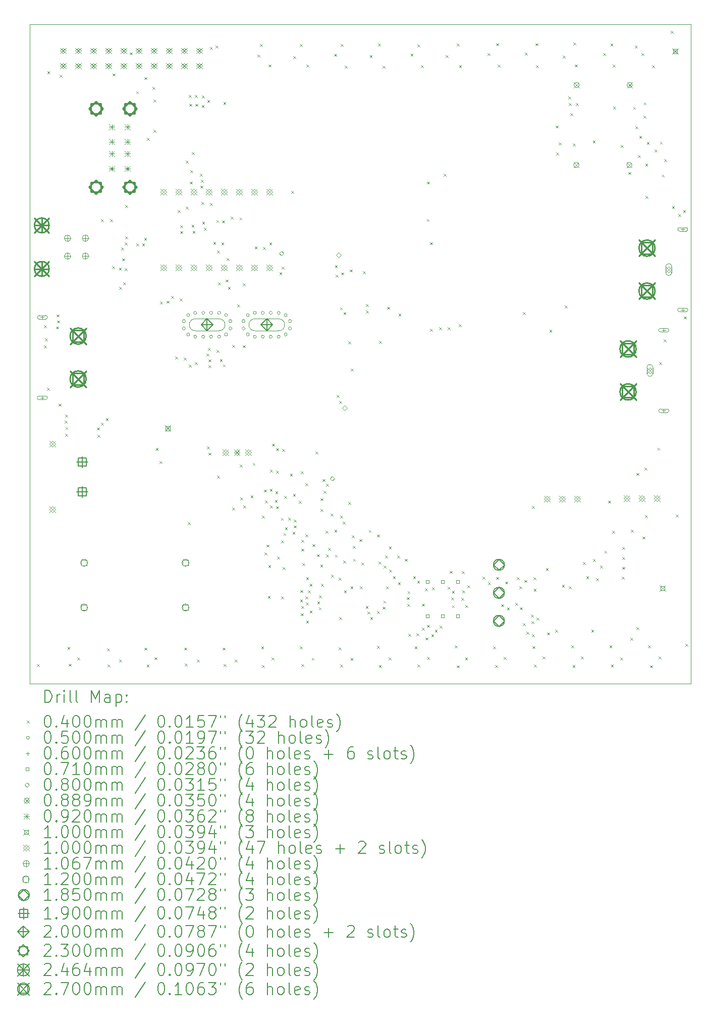
<source format=gbr>
%TF.GenerationSoftware,KiCad,Pcbnew,8.0.3*%
%TF.CreationDate,2025-06-05T12:32:50-07:00*%
%TF.ProjectId,Power_ManagementV2,506f7765-725f-44d6-916e-6167656d656e,rev?*%
%TF.SameCoordinates,Original*%
%TF.FileFunction,Drillmap*%
%TF.FilePolarity,Positive*%
%FSLAX45Y45*%
G04 Gerber Fmt 4.5, Leading zero omitted, Abs format (unit mm)*
G04 Created by KiCad (PCBNEW 8.0.3) date 2025-06-05 12:32:50*
%MOMM*%
%LPD*%
G01*
G04 APERTURE LIST*
%ADD10C,0.100000*%
%ADD11C,0.200000*%
%ADD12C,0.106680*%
%ADD13C,0.120000*%
%ADD14C,0.185000*%
%ADD15C,0.190000*%
%ADD16C,0.230000*%
%ADD17C,0.246380*%
%ADD18C,0.270000*%
G04 APERTURE END LIST*
D10*
X15392400Y-5034280D02*
X26487120Y-5034280D01*
X26487120Y-16084280D01*
X15392400Y-16084280D01*
X15392400Y-5034280D01*
D11*
D10*
X15515000Y-15760000D02*
X15555000Y-15800000D01*
X15555000Y-15760000D02*
X15515000Y-15800000D01*
X15629220Y-10076780D02*
X15669220Y-10116780D01*
X15669220Y-10076780D02*
X15629220Y-10116780D01*
X15635000Y-10415000D02*
X15675000Y-10455000D01*
X15675000Y-10415000D02*
X15635000Y-10455000D01*
X15647258Y-10299758D02*
X15687258Y-10339758D01*
X15687258Y-10299758D02*
X15647258Y-10339758D01*
X15682500Y-11130000D02*
X15722500Y-11170000D01*
X15722500Y-11130000D02*
X15682500Y-11170000D01*
X15687360Y-5822000D02*
X15727360Y-5862000D01*
X15727360Y-5822000D02*
X15687360Y-5862000D01*
X15832500Y-10100000D02*
X15872500Y-10140000D01*
X15872500Y-10100000D02*
X15832500Y-10140000D01*
X15844840Y-9896160D02*
X15884840Y-9936160D01*
X15884840Y-9896160D02*
X15844840Y-9936160D01*
X15850000Y-9997500D02*
X15890000Y-10037500D01*
X15890000Y-9997500D02*
X15850000Y-10037500D01*
X15875000Y-11395000D02*
X15915000Y-11435000D01*
X15915000Y-11395000D02*
X15875000Y-11435000D01*
X15895640Y-5877880D02*
X15935640Y-5917880D01*
X15935640Y-5877880D02*
X15895640Y-5917880D01*
X15980000Y-11677500D02*
X16020000Y-11717500D01*
X16020000Y-11677500D02*
X15980000Y-11717500D01*
X15990000Y-11577500D02*
X16030000Y-11617500D01*
X16030000Y-11577500D02*
X15990000Y-11617500D01*
X15990000Y-11897500D02*
X16030000Y-11937500D01*
X16030000Y-11897500D02*
X15990000Y-11937500D01*
X15992500Y-11785000D02*
X16032500Y-11825000D01*
X16032500Y-11785000D02*
X15992500Y-11825000D01*
X16027000Y-15474000D02*
X16067000Y-15514000D01*
X16067000Y-15474000D02*
X16027000Y-15514000D01*
X16050000Y-15755000D02*
X16090000Y-15795000D01*
X16090000Y-15755000D02*
X16050000Y-15795000D01*
X16188000Y-15648000D02*
X16228000Y-15688000D01*
X16228000Y-15648000D02*
X16188000Y-15688000D01*
X16522500Y-11792500D02*
X16562500Y-11832500D01*
X16562500Y-11792500D02*
X16522500Y-11832500D01*
X16527500Y-11915000D02*
X16567500Y-11955000D01*
X16567500Y-11915000D02*
X16527500Y-11955000D01*
X16590000Y-11710000D02*
X16630000Y-11750000D01*
X16630000Y-11710000D02*
X16590000Y-11750000D01*
X16591600Y-8301040D02*
X16631600Y-8341040D01*
X16631600Y-8301040D02*
X16591600Y-8341040D01*
X16670000Y-11635000D02*
X16710000Y-11675000D01*
X16710000Y-11635000D02*
X16670000Y-11675000D01*
X16691000Y-15494000D02*
X16731000Y-15534000D01*
X16731000Y-15494000D02*
X16691000Y-15534000D01*
X16700000Y-15765000D02*
X16740000Y-15805000D01*
X16740000Y-15765000D02*
X16700000Y-15805000D01*
X16738920Y-8301040D02*
X16778920Y-8341040D01*
X16778920Y-8301040D02*
X16738920Y-8341040D01*
X16774480Y-9088440D02*
X16814480Y-9128440D01*
X16814480Y-9088440D02*
X16774480Y-9128440D01*
X16784640Y-5857560D02*
X16824640Y-5897560D01*
X16824640Y-5857560D02*
X16784640Y-5897560D01*
X16888409Y-9113054D02*
X16928409Y-9153054D01*
X16928409Y-9113054D02*
X16888409Y-9153054D01*
X16891000Y-15686000D02*
X16931000Y-15726000D01*
X16931000Y-15686000D02*
X16891000Y-15726000D01*
X16891320Y-9433880D02*
X16931320Y-9473880D01*
X16931320Y-9433880D02*
X16891320Y-9473880D01*
X16929335Y-8772085D02*
X16969335Y-8812085D01*
X16969335Y-8772085D02*
X16929335Y-8812085D01*
X16942120Y-8956360D02*
X16982120Y-8996360D01*
X16982120Y-8956360D02*
X16942120Y-8996360D01*
X16964140Y-9358476D02*
X17004140Y-9398476D01*
X17004140Y-9358476D02*
X16964140Y-9398476D01*
X16987535Y-8690373D02*
X17027535Y-8730373D01*
X17027535Y-8690373D02*
X16987535Y-8730373D01*
X16988244Y-9122916D02*
X17028244Y-9162916D01*
X17028244Y-9122916D02*
X16988244Y-9162916D01*
X16995000Y-8065000D02*
X17035000Y-8105000D01*
X17035000Y-8065000D02*
X16995000Y-8105000D01*
X16998000Y-8590600D02*
X17038000Y-8630600D01*
X17038000Y-8590600D02*
X16998000Y-8630600D01*
X17073380Y-5502964D02*
X17113380Y-5542964D01*
X17113380Y-5502964D02*
X17073380Y-5542964D01*
X17177500Y-6153900D02*
X17217500Y-6193900D01*
X17217500Y-6153900D02*
X17177500Y-6193900D01*
X17178700Y-8704060D02*
X17218700Y-8744060D01*
X17218700Y-8704060D02*
X17178700Y-8744060D01*
X17278654Y-8707547D02*
X17318654Y-8747547D01*
X17318654Y-8707547D02*
X17278654Y-8747547D01*
X17312960Y-8610920D02*
X17352960Y-8650920D01*
X17352960Y-8610920D02*
X17312960Y-8650920D01*
X17315000Y-5917500D02*
X17355000Y-5957500D01*
X17355000Y-5917500D02*
X17315000Y-5957500D01*
X17318000Y-15484000D02*
X17358000Y-15524000D01*
X17358000Y-15484000D02*
X17318000Y-15524000D01*
X17355000Y-15765000D02*
X17395000Y-15805000D01*
X17395000Y-15765000D02*
X17355000Y-15805000D01*
X17358680Y-6934520D02*
X17398680Y-6974520D01*
X17398680Y-6934520D02*
X17358680Y-6974520D01*
X17455200Y-6081080D02*
X17495200Y-6121080D01*
X17495200Y-6081080D02*
X17455200Y-6121080D01*
X17470440Y-6802440D02*
X17510440Y-6842440D01*
X17510440Y-6802440D02*
X17470440Y-6842440D01*
X17472500Y-6292500D02*
X17512500Y-6332500D01*
X17512500Y-6292500D02*
X17472500Y-6332500D01*
X17488000Y-15646000D02*
X17528000Y-15686000D01*
X17528000Y-15646000D02*
X17488000Y-15686000D01*
X17508348Y-12138086D02*
X17548348Y-12178086D01*
X17548348Y-12138086D02*
X17508348Y-12178086D01*
X17574119Y-12358063D02*
X17614119Y-12398063D01*
X17614119Y-12358063D02*
X17574119Y-12398063D01*
X17577496Y-9678096D02*
X17617496Y-9718096D01*
X17617496Y-9678096D02*
X17577496Y-9718096D01*
X17691075Y-9667500D02*
X17731075Y-9707500D01*
X17731075Y-9667500D02*
X17691075Y-9707500D01*
X17767715Y-9590082D02*
X17807715Y-9630082D01*
X17807715Y-9590082D02*
X17767715Y-9630082D01*
X17831702Y-10604782D02*
X17871702Y-10644782D01*
X17871702Y-10604782D02*
X17831702Y-10644782D01*
X17873517Y-8149839D02*
X17913517Y-8189839D01*
X17913517Y-8149839D02*
X17873517Y-8189839D01*
X17912400Y-9632000D02*
X17952400Y-9672000D01*
X17952400Y-9632000D02*
X17912400Y-9672000D01*
X17917480Y-8499160D02*
X17957480Y-8539160D01*
X17957480Y-8499160D02*
X17917480Y-8539160D01*
X17919220Y-8399062D02*
X17959220Y-8439062D01*
X17959220Y-8399062D02*
X17919220Y-8439062D01*
X17977342Y-10619662D02*
X18017342Y-10659662D01*
X18017342Y-10619662D02*
X17977342Y-10659662D01*
X17983000Y-15484000D02*
X18023000Y-15524000D01*
X18023000Y-15484000D02*
X17983000Y-15524000D01*
X17995000Y-15750000D02*
X18035000Y-15790000D01*
X18035000Y-15750000D02*
X17995000Y-15790000D01*
X18008920Y-7315520D02*
X18048920Y-7355520D01*
X18048920Y-7315520D02*
X18008920Y-7355520D01*
X18014000Y-8087680D02*
X18054000Y-8127680D01*
X18054000Y-8087680D02*
X18014000Y-8127680D01*
X18042500Y-13380000D02*
X18082500Y-13420000D01*
X18082500Y-13380000D02*
X18042500Y-13420000D01*
X18064332Y-10739867D02*
X18104332Y-10779867D01*
X18104332Y-10739867D02*
X18064332Y-10779867D01*
X18064800Y-6218240D02*
X18104800Y-6258240D01*
X18104800Y-6218240D02*
X18064800Y-6258240D01*
X18069880Y-6365560D02*
X18109880Y-6405560D01*
X18109880Y-6365560D02*
X18069880Y-6405560D01*
X18077820Y-7668720D02*
X18117820Y-7708720D01*
X18117820Y-7668720D02*
X18077820Y-7708720D01*
X18090200Y-7478080D02*
X18130200Y-7518080D01*
X18130200Y-7478080D02*
X18090200Y-7518080D01*
X18109709Y-8395052D02*
X18149709Y-8435052D01*
X18149709Y-8395052D02*
X18109709Y-8435052D01*
X18110520Y-7173280D02*
X18150520Y-7213280D01*
X18150520Y-7173280D02*
X18110520Y-7213280D01*
X18125760Y-8494080D02*
X18165760Y-8534080D01*
X18165760Y-8494080D02*
X18125760Y-8534080D01*
X18166400Y-6218240D02*
X18206400Y-6258240D01*
X18206400Y-6218240D02*
X18166400Y-6258240D01*
X18166400Y-10693720D02*
X18206400Y-10733720D01*
X18206400Y-10693720D02*
X18166400Y-10733720D01*
X18170200Y-6365373D02*
X18210200Y-6405373D01*
X18210200Y-6365373D02*
X18170200Y-6405373D01*
X18198000Y-15681000D02*
X18238000Y-15721000D01*
X18238000Y-15681000D02*
X18198000Y-15721000D01*
X18247680Y-7539040D02*
X18287680Y-7579040D01*
X18287680Y-7539040D02*
X18247680Y-7579040D01*
X18256606Y-7738214D02*
X18296606Y-7778214D01*
X18296606Y-7738214D02*
X18256606Y-7778214D01*
X18263385Y-7638123D02*
X18303385Y-7678123D01*
X18303385Y-7638123D02*
X18263385Y-7678123D01*
X18272500Y-8015000D02*
X18312500Y-8055000D01*
X18312500Y-8015000D02*
X18272500Y-8055000D01*
X18278160Y-6385880D02*
X18318160Y-6425880D01*
X18318160Y-6385880D02*
X18278160Y-6425880D01*
X18283240Y-6223320D02*
X18323240Y-6263320D01*
X18323240Y-6223320D02*
X18283240Y-6263320D01*
X18287692Y-8342219D02*
X18327692Y-8382219D01*
X18327692Y-8342219D02*
X18287692Y-8382219D01*
X18318800Y-8443280D02*
X18358800Y-8483280D01*
X18358800Y-8443280D02*
X18318800Y-8483280D01*
X18355708Y-10555043D02*
X18395708Y-10595043D01*
X18395708Y-10555043D02*
X18355708Y-10595043D01*
X18369600Y-12111040D02*
X18409600Y-12151040D01*
X18409600Y-12111040D02*
X18369600Y-12151040D01*
X18370960Y-6302246D02*
X18410960Y-6342246D01*
X18410960Y-6302246D02*
X18370960Y-6342246D01*
X18383583Y-10458673D02*
X18423583Y-10498673D01*
X18423583Y-10458673D02*
X18383583Y-10498673D01*
X18389690Y-12215659D02*
X18429690Y-12255659D01*
X18429690Y-12215659D02*
X18389690Y-12255659D01*
X18389727Y-10649418D02*
X18429727Y-10689418D01*
X18429727Y-10649418D02*
X18389727Y-10689418D01*
X18395000Y-10749600D02*
X18435000Y-10789600D01*
X18435000Y-10749600D02*
X18395000Y-10789600D01*
X18415453Y-5413335D02*
X18455453Y-5453335D01*
X18455453Y-5413335D02*
X18415453Y-5453335D01*
X18420400Y-8026720D02*
X18460400Y-8066720D01*
X18460400Y-8026720D02*
X18420400Y-8066720D01*
X18472500Y-8680000D02*
X18512500Y-8720000D01*
X18512500Y-8680000D02*
X18472500Y-8720000D01*
X18512682Y-5388625D02*
X18552682Y-5428625D01*
X18552682Y-5388625D02*
X18512682Y-5428625D01*
X18523332Y-8313032D02*
X18563332Y-8353032D01*
X18563332Y-8313032D02*
X18523332Y-8353032D01*
X18529975Y-10493900D02*
X18569975Y-10533900D01*
X18569975Y-10493900D02*
X18529975Y-10533900D01*
X18535000Y-12600000D02*
X18575000Y-12640000D01*
X18575000Y-12600000D02*
X18535000Y-12640000D01*
X18537240Y-8824280D02*
X18577240Y-8864280D01*
X18577240Y-8824280D02*
X18537240Y-8864280D01*
X18552480Y-9357680D02*
X18592480Y-9397680D01*
X18592480Y-9357680D02*
X18552480Y-9397680D01*
X18582960Y-10648000D02*
X18622960Y-10688000D01*
X18622960Y-10648000D02*
X18582960Y-10688000D01*
X18608255Y-8689328D02*
X18648255Y-8729328D01*
X18648255Y-8689328D02*
X18608255Y-8729328D01*
X18623600Y-8321360D02*
X18663600Y-8361360D01*
X18663600Y-8321360D02*
X18623600Y-8361360D01*
X18630000Y-15484000D02*
X18670000Y-15524000D01*
X18670000Y-15484000D02*
X18630000Y-15524000D01*
X18633760Y-10734360D02*
X18673760Y-10774360D01*
X18673760Y-10734360D02*
X18633760Y-10774360D01*
X18643280Y-6335492D02*
X18683280Y-6375492D01*
X18683280Y-6335492D02*
X18643280Y-6375492D01*
X18645000Y-15760000D02*
X18685000Y-15800000D01*
X18685000Y-15760000D02*
X18645000Y-15800000D01*
X18679480Y-9311960D02*
X18719480Y-9351960D01*
X18719480Y-9311960D02*
X18679480Y-9351960D01*
X18698100Y-8955000D02*
X18738100Y-8995000D01*
X18738100Y-8955000D02*
X18698100Y-8995000D01*
X18718440Y-9432925D02*
X18758440Y-9472925D01*
X18758440Y-9432925D02*
X18718440Y-9472925D01*
X18765840Y-8260400D02*
X18805840Y-8300400D01*
X18805840Y-8260400D02*
X18765840Y-8300400D01*
X18787500Y-13132500D02*
X18827500Y-13172500D01*
X18827500Y-13132500D02*
X18787500Y-13172500D01*
X18792225Y-10409481D02*
X18832225Y-10449481D01*
X18832225Y-10409481D02*
X18792225Y-10449481D01*
X18830000Y-15681000D02*
X18870000Y-15721000D01*
X18870000Y-15681000D02*
X18830000Y-15721000D01*
X18875320Y-9730000D02*
X18915320Y-9770000D01*
X18915320Y-9730000D02*
X18875320Y-9770000D01*
X18913160Y-8270560D02*
X18953160Y-8310560D01*
X18953160Y-8270560D02*
X18913160Y-8310560D01*
X18918615Y-12415611D02*
X18958615Y-12455611D01*
X18958615Y-12415611D02*
X18918615Y-12455611D01*
X18927500Y-12962500D02*
X18967500Y-13002500D01*
X18967500Y-12962500D02*
X18927500Y-13002500D01*
X18967500Y-9375000D02*
X19007500Y-9415000D01*
X19007500Y-9375000D02*
X18967500Y-9415000D01*
X18969471Y-10411801D02*
X19009471Y-10451801D01*
X19009471Y-10411801D02*
X18969471Y-10451801D01*
X18977500Y-13100000D02*
X19017500Y-13140000D01*
X19017500Y-13100000D02*
X18977500Y-13140000D01*
X19100000Y-12930000D02*
X19140000Y-12970000D01*
X19140000Y-12930000D02*
X19100000Y-12970000D01*
X19132500Y-12385000D02*
X19172500Y-12425000D01*
X19172500Y-12385000D02*
X19132500Y-12425000D01*
X19167500Y-8760000D02*
X19207500Y-8800000D01*
X19207500Y-8760000D02*
X19167500Y-8800000D01*
X19212880Y-5542600D02*
X19252880Y-5582600D01*
X19252880Y-5542600D02*
X19212880Y-5582600D01*
X19253520Y-5364800D02*
X19293520Y-5404800D01*
X19293520Y-5364800D02*
X19253520Y-5404800D01*
X19277000Y-15464000D02*
X19317000Y-15504000D01*
X19317000Y-15464000D02*
X19277000Y-15504000D01*
X19288100Y-13272500D02*
X19328100Y-13312500D01*
X19328100Y-13272500D02*
X19288100Y-13312500D01*
X19290000Y-15775000D02*
X19330000Y-15815000D01*
X19330000Y-15775000D02*
X19290000Y-15815000D01*
X19305000Y-8765000D02*
X19345000Y-8805000D01*
X19345000Y-8765000D02*
X19305000Y-8805000D01*
X19321565Y-12834284D02*
X19361565Y-12874284D01*
X19361565Y-12834284D02*
X19321565Y-12874284D01*
X19333100Y-13890562D02*
X19373100Y-13930562D01*
X19373100Y-13890562D02*
X19333100Y-13930562D01*
X19341904Y-13016832D02*
X19381904Y-13056832D01*
X19381904Y-13016832D02*
X19341904Y-13056832D01*
X19365550Y-13756690D02*
X19405550Y-13796690D01*
X19405550Y-13756690D02*
X19365550Y-13796690D01*
X19387500Y-14617500D02*
X19427500Y-14657500D01*
X19427500Y-14617500D02*
X19387500Y-14657500D01*
X19395760Y-14102400D02*
X19435760Y-14142400D01*
X19435760Y-14102400D02*
X19395760Y-14142400D01*
X19400840Y-5705160D02*
X19440840Y-5745160D01*
X19440840Y-5705160D02*
X19400840Y-5745160D01*
X19412500Y-8692500D02*
X19452500Y-8732500D01*
X19452500Y-8692500D02*
X19412500Y-8732500D01*
X19421160Y-12822240D02*
X19461160Y-12862240D01*
X19461160Y-12822240D02*
X19421160Y-12862240D01*
X19426240Y-12502200D02*
X19466240Y-12542200D01*
X19466240Y-12502200D02*
X19426240Y-12542200D01*
X19426240Y-13101640D02*
X19466240Y-13141640D01*
X19466240Y-13101640D02*
X19426240Y-13141640D01*
X19451000Y-15648000D02*
X19491000Y-15688000D01*
X19491000Y-15648000D02*
X19451000Y-15688000D01*
X19461567Y-12064371D02*
X19501567Y-12104371D01*
X19501567Y-12064371D02*
X19461567Y-12104371D01*
X19505103Y-13009154D02*
X19545103Y-13049154D01*
X19545103Y-13009154D02*
X19505103Y-13049154D01*
X19513447Y-12861574D02*
X19553447Y-12901574D01*
X19553447Y-12861574D02*
X19513447Y-12901574D01*
X19525669Y-12515544D02*
X19565669Y-12555544D01*
X19565669Y-12515544D02*
X19525669Y-12555544D01*
X19525851Y-13113548D02*
X19565851Y-13153548D01*
X19565851Y-13113548D02*
X19525851Y-13153548D01*
X19527895Y-12139635D02*
X19567895Y-12179635D01*
X19567895Y-12139635D02*
X19527895Y-12179635D01*
X19544060Y-13958323D02*
X19584060Y-13998323D01*
X19584060Y-13958323D02*
X19544060Y-13998323D01*
X19582500Y-9187500D02*
X19622500Y-9227500D01*
X19622500Y-9187500D02*
X19582500Y-9227500D01*
X19608315Y-13307546D02*
X19648315Y-13347546D01*
X19648315Y-13307546D02*
X19608315Y-13347546D01*
X19610000Y-14625000D02*
X19650000Y-14665000D01*
X19650000Y-14625000D02*
X19610000Y-14665000D01*
X19610370Y-13682027D02*
X19650370Y-13722027D01*
X19650370Y-13682027D02*
X19610370Y-13722027D01*
X19620280Y-9094566D02*
X19660280Y-9134566D01*
X19660280Y-9094566D02*
X19620280Y-9134566D01*
X19627080Y-12154680D02*
X19667080Y-12194680D01*
X19667080Y-12154680D02*
X19627080Y-12194680D01*
X19634520Y-14132880D02*
X19674520Y-14172880D01*
X19674520Y-14132880D02*
X19634520Y-14172880D01*
X19648716Y-13562390D02*
X19688716Y-13602390D01*
X19688716Y-13562390D02*
X19648716Y-13602390D01*
X19664343Y-12942674D02*
X19704343Y-12982674D01*
X19704343Y-12942674D02*
X19664343Y-12982674D01*
X19675242Y-13465640D02*
X19715242Y-13505640D01*
X19715242Y-13465640D02*
X19675242Y-13505640D01*
X19730320Y-13305000D02*
X19770320Y-13345000D01*
X19770320Y-13305000D02*
X19730320Y-13345000D01*
X19760000Y-12565320D02*
X19800000Y-12605320D01*
X19800000Y-12565320D02*
X19760000Y-12605320D01*
X19782500Y-7827500D02*
X19822500Y-7867500D01*
X19822500Y-7827500D02*
X19782500Y-7867500D01*
X19802829Y-13543796D02*
X19842829Y-13583796D01*
X19842829Y-13543796D02*
X19802829Y-13583796D01*
X19810000Y-12907500D02*
X19850000Y-12947500D01*
X19850000Y-12907500D02*
X19810000Y-12947500D01*
X19812320Y-5562920D02*
X19852320Y-5602920D01*
X19852320Y-5562920D02*
X19812320Y-5602920D01*
X19820777Y-13435641D02*
X19860777Y-13475641D01*
X19860777Y-13435641D02*
X19820777Y-13475641D01*
X19825842Y-13335656D02*
X19865842Y-13375656D01*
X19865842Y-13335656D02*
X19825842Y-13375656D01*
X19908840Y-13025440D02*
X19948840Y-13065440D01*
X19948840Y-13025440D02*
X19908840Y-13065440D01*
X19924080Y-5364800D02*
X19964080Y-5404800D01*
X19964080Y-5364800D02*
X19924080Y-5404800D01*
X19927000Y-15464000D02*
X19967000Y-15504000D01*
X19967000Y-15464000D02*
X19927000Y-15504000D01*
X19930000Y-14675000D02*
X19970000Y-14715000D01*
X19970000Y-14675000D02*
X19930000Y-14715000D01*
X19932500Y-14520000D02*
X19972500Y-14560000D01*
X19972500Y-14520000D02*
X19932500Y-14560000D01*
X19943338Y-14907799D02*
X19983338Y-14947799D01*
X19983338Y-14907799D02*
X19943338Y-14947799D01*
X19944400Y-12522520D02*
X19984400Y-12562520D01*
X19984400Y-12522520D02*
X19944400Y-12562520D01*
X19948549Y-14785916D02*
X19988549Y-14825916D01*
X19988549Y-14785916D02*
X19948549Y-14825916D01*
X19949558Y-13676354D02*
X19989558Y-13716354D01*
X19989558Y-13676354D02*
X19949558Y-13716354D01*
X19950000Y-15760000D02*
X19990000Y-15800000D01*
X19990000Y-15760000D02*
X19950000Y-15800000D01*
X19951361Y-13825068D02*
X19991361Y-13865068D01*
X19991361Y-13825068D02*
X19951361Y-13865068D01*
X19967500Y-14065000D02*
X20007500Y-14105000D01*
X20007500Y-14065000D02*
X19967500Y-14105000D01*
X20015765Y-14622956D02*
X20055765Y-14662956D01*
X20055765Y-14622956D02*
X20015765Y-14662956D01*
X20017220Y-12726095D02*
X20057220Y-12766095D01*
X20057220Y-12726095D02*
X20017220Y-12766095D01*
X20018067Y-13586006D02*
X20058067Y-13626006D01*
X20058067Y-13586006D02*
X20018067Y-13626006D01*
X20027394Y-14724208D02*
X20067394Y-14764208D01*
X20067394Y-14724208D02*
X20027394Y-14764208D01*
X20030000Y-15032500D02*
X20070000Y-15072500D01*
X20070000Y-15032500D02*
X20030000Y-15072500D01*
X20030760Y-14300520D02*
X20070760Y-14340520D01*
X20070760Y-14300520D02*
X20030760Y-14340520D01*
X20035840Y-5710240D02*
X20075840Y-5750240D01*
X20075840Y-5710240D02*
X20035840Y-5750240D01*
X20062491Y-14524396D02*
X20102491Y-14564396D01*
X20102491Y-14524396D02*
X20062491Y-14564396D01*
X20088811Y-14862375D02*
X20128811Y-14902375D01*
X20128811Y-14862375D02*
X20088811Y-14902375D01*
X20089040Y-14412500D02*
X20129040Y-14452500D01*
X20129040Y-14412500D02*
X20089040Y-14452500D01*
X20124000Y-15653000D02*
X20164000Y-15693000D01*
X20164000Y-15653000D02*
X20124000Y-15693000D01*
X20138380Y-13747556D02*
X20178380Y-13787556D01*
X20178380Y-13747556D02*
X20138380Y-13787556D01*
X20188240Y-12192320D02*
X20228240Y-12232320D01*
X20228240Y-12192320D02*
X20188240Y-12232320D01*
X20215000Y-13917500D02*
X20255000Y-13957500D01*
X20255000Y-13917500D02*
X20215000Y-13957500D01*
X20216367Y-14708399D02*
X20256367Y-14748399D01*
X20256367Y-14708399D02*
X20216367Y-14748399D01*
X20242500Y-14807500D02*
X20282500Y-14847500D01*
X20282500Y-14807500D02*
X20242500Y-14847500D01*
X20245000Y-14607500D02*
X20285000Y-14647500D01*
X20285000Y-14607500D02*
X20245000Y-14647500D01*
X20267500Y-14092500D02*
X20307500Y-14132500D01*
X20307500Y-14092500D02*
X20267500Y-14132500D01*
X20272500Y-13157500D02*
X20312500Y-13197500D01*
X20312500Y-13157500D02*
X20272500Y-13197500D01*
X20275000Y-12977500D02*
X20315000Y-13017500D01*
X20315000Y-12977500D02*
X20275000Y-13017500D01*
X20279680Y-14412280D02*
X20319680Y-14452280D01*
X20319680Y-14412280D02*
X20279680Y-14452280D01*
X20303993Y-12656484D02*
X20343993Y-12696484D01*
X20343993Y-12656484D02*
X20303993Y-12696484D01*
X20320000Y-12855000D02*
X20360000Y-12895000D01*
X20360000Y-12855000D02*
X20320000Y-12895000D01*
X20354360Y-13525000D02*
X20394360Y-13565000D01*
X20394360Y-13525000D02*
X20354360Y-13565000D01*
X20362500Y-13920000D02*
X20402500Y-13960000D01*
X20402500Y-13920000D02*
X20362500Y-13960000D01*
X20366040Y-12735880D02*
X20406040Y-12775880D01*
X20406040Y-12735880D02*
X20366040Y-12775880D01*
X20397017Y-13810483D02*
X20437017Y-13850483D01*
X20437017Y-13810483D02*
X20397017Y-13850483D01*
X20440000Y-13237500D02*
X20480000Y-13277500D01*
X20480000Y-13237500D02*
X20440000Y-13277500D01*
X20451500Y-14263147D02*
X20491500Y-14303147D01*
X20491500Y-14263147D02*
X20451500Y-14303147D01*
X20503200Y-5527360D02*
X20543200Y-5567360D01*
X20543200Y-5527360D02*
X20503200Y-5567360D01*
X20504680Y-13505000D02*
X20544680Y-13545000D01*
X20544680Y-13505000D02*
X20504680Y-13545000D01*
X20512401Y-13927248D02*
X20552401Y-13967248D01*
X20552401Y-13927248D02*
X20512401Y-13967248D01*
X20512500Y-9072500D02*
X20552500Y-9112500D01*
X20552500Y-9072500D02*
X20512500Y-9112500D01*
X20526954Y-9230126D02*
X20566954Y-9270126D01*
X20566954Y-9230126D02*
X20526954Y-9270126D01*
X20540000Y-11247500D02*
X20580000Y-11287500D01*
X20580000Y-11247500D02*
X20540000Y-11287500D01*
X20576000Y-15477000D02*
X20616000Y-15517000D01*
X20616000Y-15477000D02*
X20576000Y-15517000D01*
X20576716Y-14311534D02*
X20616716Y-14351534D01*
X20616716Y-14311534D02*
X20576716Y-14351534D01*
X20582188Y-11347740D02*
X20622188Y-11387740D01*
X20622188Y-11347740D02*
X20582188Y-11387740D01*
X20585000Y-14970000D02*
X20625000Y-15010000D01*
X20625000Y-14970000D02*
X20585000Y-15010000D01*
X20597820Y-9777217D02*
X20637820Y-9817217D01*
X20637820Y-9777217D02*
X20597820Y-9817217D01*
X20600596Y-13271651D02*
X20640596Y-13311651D01*
X20640596Y-13271651D02*
X20600596Y-13311651D01*
X20605000Y-15770000D02*
X20645000Y-15810000D01*
X20645000Y-15770000D02*
X20605000Y-15810000D01*
X20609880Y-5359720D02*
X20649880Y-5399720D01*
X20649880Y-5359720D02*
X20609880Y-5399720D01*
X20620095Y-9193591D02*
X20660095Y-9233591D01*
X20660095Y-9193591D02*
X20620095Y-9233591D01*
X20644725Y-13370000D02*
X20684725Y-13410000D01*
X20684725Y-13370000D02*
X20644725Y-13410000D01*
X20650000Y-14025000D02*
X20690000Y-14065000D01*
X20690000Y-14025000D02*
X20650000Y-14065000D01*
X20657330Y-9857980D02*
X20697330Y-9897980D01*
X20697330Y-9857980D02*
X20657330Y-9897980D01*
X20665694Y-14525640D02*
X20705694Y-14565640D01*
X20705694Y-14525640D02*
X20665694Y-14565640D01*
X20681000Y-5725480D02*
X20721000Y-5765480D01*
X20721000Y-5725480D02*
X20681000Y-5765480D01*
X20737500Y-10347500D02*
X20777500Y-10387500D01*
X20777500Y-10347500D02*
X20737500Y-10387500D01*
X20740000Y-13040000D02*
X20780000Y-13080000D01*
X20780000Y-13040000D02*
X20740000Y-13080000D01*
X20762742Y-9142767D02*
X20802742Y-9182767D01*
X20802742Y-9142767D02*
X20762742Y-9182767D01*
X20776000Y-15656000D02*
X20816000Y-15696000D01*
X20816000Y-15656000D02*
X20776000Y-15696000D01*
X20776434Y-14452820D02*
X20816434Y-14492820D01*
X20816434Y-14452820D02*
X20776434Y-14492820D01*
X20780000Y-10805000D02*
X20820000Y-10845000D01*
X20820000Y-10805000D02*
X20780000Y-10845000D01*
X20795000Y-13600000D02*
X20835000Y-13640000D01*
X20835000Y-13600000D02*
X20795000Y-13640000D01*
X20813246Y-13775414D02*
X20853246Y-13815414D01*
X20853246Y-13775414D02*
X20813246Y-13815414D01*
X20817500Y-13995000D02*
X20857500Y-14035000D01*
X20857500Y-13995000D02*
X20817500Y-14035000D01*
X20925000Y-13665000D02*
X20965000Y-13705000D01*
X20965000Y-13665000D02*
X20925000Y-13705000D01*
X20930591Y-14452820D02*
X20970591Y-14492820D01*
X20970591Y-14452820D02*
X20930591Y-14492820D01*
X20958071Y-14056121D02*
X20998071Y-14096121D01*
X20998071Y-14056121D02*
X20958071Y-14096121D01*
X20982500Y-9170000D02*
X21022500Y-9210000D01*
X21022500Y-9170000D02*
X20982500Y-9210000D01*
X21030000Y-14785000D02*
X21070000Y-14825000D01*
X21070000Y-14785000D02*
X21030000Y-14825000D01*
X21031520Y-9723440D02*
X21071520Y-9763440D01*
X21071520Y-9723440D02*
X21031520Y-9763440D01*
X21032787Y-9830260D02*
X21072787Y-9870260D01*
X21072787Y-9830260D02*
X21032787Y-9870260D01*
X21060210Y-14880664D02*
X21100210Y-14920664D01*
X21100210Y-14880664D02*
X21060210Y-14920664D01*
X21080000Y-13512500D02*
X21120000Y-13552500D01*
X21120000Y-13512500D02*
X21080000Y-13552500D01*
X21097560Y-5547680D02*
X21137560Y-5587680D01*
X21137560Y-5547680D02*
X21097560Y-5587680D01*
X21106181Y-14969831D02*
X21146181Y-15009831D01*
X21146181Y-14969831D02*
X21106181Y-15009831D01*
X21217500Y-13587500D02*
X21257500Y-13627500D01*
X21257500Y-13587500D02*
X21217500Y-13627500D01*
X21217500Y-14870173D02*
X21257500Y-14910173D01*
X21257500Y-14870173D02*
X21217500Y-14910173D01*
X21221000Y-15454000D02*
X21261000Y-15494000D01*
X21261000Y-15454000D02*
X21221000Y-15494000D01*
X21234720Y-5354640D02*
X21274720Y-5394640D01*
X21274720Y-5354640D02*
X21234720Y-5394640D01*
X21247301Y-14037699D02*
X21287301Y-14077699D01*
X21287301Y-14037699D02*
X21247301Y-14077699D01*
X21250000Y-15775000D02*
X21290000Y-15815000D01*
X21290000Y-15775000D02*
X21250000Y-15815000D01*
X21254218Y-10341718D02*
X21294218Y-10381718D01*
X21294218Y-10341718D02*
X21254218Y-10381718D01*
X21310920Y-5725480D02*
X21350920Y-5765480D01*
X21350920Y-5725480D02*
X21310920Y-5765480D01*
X21315325Y-14797353D02*
X21355325Y-14837353D01*
X21355325Y-14797353D02*
X21315325Y-14837353D01*
X21325000Y-14697500D02*
X21365000Y-14737500D01*
X21365000Y-14697500D02*
X21325000Y-14737500D01*
X21327500Y-14107500D02*
X21367500Y-14147500D01*
X21367500Y-14107500D02*
X21327500Y-14147500D01*
X21356878Y-13941309D02*
X21396878Y-13981309D01*
X21396878Y-13941309D02*
X21356878Y-13981309D01*
X21372722Y-14455145D02*
X21412722Y-14495145D01*
X21412722Y-14455145D02*
X21372722Y-14495145D01*
X21387120Y-9769160D02*
X21427120Y-9809160D01*
X21427120Y-9769160D02*
X21387120Y-9809160D01*
X21413000Y-15651000D02*
X21453000Y-15691000D01*
X21453000Y-15651000D02*
X21413000Y-15691000D01*
X21420000Y-13787500D02*
X21460000Y-13827500D01*
X21460000Y-13787500D02*
X21420000Y-13827500D01*
X21425185Y-14177899D02*
X21465185Y-14217899D01*
X21465185Y-14177899D02*
X21425185Y-14217899D01*
X21487500Y-14287500D02*
X21527500Y-14327500D01*
X21527500Y-14287500D02*
X21487500Y-14327500D01*
X21556177Y-13938194D02*
X21596177Y-13978194D01*
X21596177Y-13938194D02*
X21556177Y-13978194D01*
X21572500Y-14389175D02*
X21612500Y-14429175D01*
X21612500Y-14389175D02*
X21572500Y-14429175D01*
X21580160Y-9880920D02*
X21620160Y-9920920D01*
X21620160Y-9880920D02*
X21580160Y-9920920D01*
X21685000Y-13995000D02*
X21725000Y-14035000D01*
X21725000Y-13995000D02*
X21685000Y-14035000D01*
X21720000Y-14637500D02*
X21760000Y-14677500D01*
X21760000Y-14637500D02*
X21720000Y-14677500D01*
X21730000Y-14752500D02*
X21770000Y-14792500D01*
X21770000Y-14752500D02*
X21730000Y-14792500D01*
X21732711Y-14534815D02*
X21772711Y-14574815D01*
X21772711Y-14534815D02*
X21732711Y-14574815D01*
X21745000Y-15252500D02*
X21785000Y-15292500D01*
X21785000Y-15252500D02*
X21745000Y-15292500D01*
X21783360Y-5522280D02*
X21823360Y-5562280D01*
X21823360Y-5522280D02*
X21783360Y-5562280D01*
X21826113Y-14286819D02*
X21866113Y-14326819D01*
X21866113Y-14286819D02*
X21826113Y-14326819D01*
X21850000Y-15464000D02*
X21890000Y-15504000D01*
X21890000Y-15464000D02*
X21850000Y-15504000D01*
X21882500Y-15240000D02*
X21922500Y-15280000D01*
X21922500Y-15240000D02*
X21882500Y-15280000D01*
X21892657Y-14361515D02*
X21932657Y-14401515D01*
X21932657Y-14361515D02*
X21892657Y-14401515D01*
X21895000Y-15770000D02*
X21935000Y-15810000D01*
X21935000Y-15770000D02*
X21895000Y-15810000D01*
X21895120Y-5369880D02*
X21935120Y-5409880D01*
X21935120Y-5369880D02*
X21895120Y-5409880D01*
X21956080Y-5720400D02*
X21996080Y-5760400D01*
X21996080Y-5720400D02*
X21956080Y-5760400D01*
X21971529Y-15147689D02*
X22011529Y-15187689D01*
X22011529Y-15147689D02*
X21971529Y-15187689D01*
X21975000Y-14747500D02*
X22015000Y-14787500D01*
X22015000Y-14747500D02*
X21975000Y-14787500D01*
X22027274Y-14486954D02*
X22067274Y-14526954D01*
X22067274Y-14486954D02*
X22027274Y-14526954D01*
X22035978Y-15315000D02*
X22075978Y-15355000D01*
X22075978Y-15315000D02*
X22035978Y-15355000D01*
X22055000Y-8295000D02*
X22095000Y-8335000D01*
X22095000Y-8295000D02*
X22055000Y-8335000D01*
X22060000Y-7670000D02*
X22100000Y-7710000D01*
X22100000Y-7670000D02*
X22060000Y-7710000D01*
X22060000Y-15643000D02*
X22100000Y-15683000D01*
X22100000Y-15643000D02*
X22060000Y-15683000D01*
X22061418Y-15102780D02*
X22101418Y-15142780D01*
X22101418Y-15102780D02*
X22061418Y-15142780D01*
X22108480Y-10134920D02*
X22148480Y-10174920D01*
X22148480Y-10134920D02*
X22108480Y-10174920D01*
X22110000Y-8685000D02*
X22150000Y-8725000D01*
X22150000Y-8685000D02*
X22110000Y-8725000D01*
X22130127Y-15261913D02*
X22170127Y-15301913D01*
X22170127Y-15261913D02*
X22130127Y-15301913D01*
X22145000Y-14472500D02*
X22185000Y-14512500D01*
X22185000Y-14472500D02*
X22145000Y-14512500D01*
X22189138Y-15180784D02*
X22229138Y-15220784D01*
X22229138Y-15180784D02*
X22189138Y-15220784D01*
X22260880Y-10114600D02*
X22300880Y-10154600D01*
X22300880Y-10114600D02*
X22260880Y-10154600D01*
X22270000Y-15117500D02*
X22310000Y-15157500D01*
X22310000Y-15117500D02*
X22270000Y-15157500D01*
X22340000Y-7540000D02*
X22380000Y-7580000D01*
X22380000Y-7540000D02*
X22340000Y-7580000D01*
X22372640Y-5547680D02*
X22412640Y-5587680D01*
X22412640Y-5547680D02*
X22372640Y-5587680D01*
X22407500Y-14462500D02*
X22447500Y-14502500D01*
X22447500Y-14462500D02*
X22407500Y-14502500D01*
X22408200Y-10114600D02*
X22448200Y-10154600D01*
X22448200Y-10114600D02*
X22408200Y-10154600D01*
X22442500Y-14197500D02*
X22482500Y-14237500D01*
X22482500Y-14197500D02*
X22442500Y-14237500D01*
X22465000Y-14640000D02*
X22505000Y-14680000D01*
X22505000Y-14640000D02*
X22465000Y-14680000D01*
X22477153Y-14534698D02*
X22517153Y-14574698D01*
X22517153Y-14534698D02*
X22477153Y-14574698D01*
X22477500Y-14772500D02*
X22517500Y-14812500D01*
X22517500Y-14772500D02*
X22477500Y-14812500D01*
X22522000Y-15446000D02*
X22562000Y-15486000D01*
X22562000Y-15446000D02*
X22522000Y-15486000D01*
X22555000Y-15780000D02*
X22595000Y-15820000D01*
X22595000Y-15780000D02*
X22555000Y-15820000D01*
X22555520Y-5354640D02*
X22595520Y-5394640D01*
X22595520Y-5354640D02*
X22555520Y-5394640D01*
X22591772Y-10059412D02*
X22631772Y-10099412D01*
X22631772Y-10059412D02*
X22591772Y-10099412D01*
X22596160Y-5715320D02*
X22636160Y-5755320D01*
X22636160Y-5715320D02*
X22596160Y-5755320D01*
X22635000Y-14647500D02*
X22675000Y-14687500D01*
X22675000Y-14647500D02*
X22635000Y-14687500D01*
X22642500Y-14202500D02*
X22682500Y-14242500D01*
X22682500Y-14202500D02*
X22642500Y-14242500D01*
X22650000Y-14526200D02*
X22690000Y-14566200D01*
X22690000Y-14526200D02*
X22650000Y-14566200D01*
X22697000Y-15651000D02*
X22737000Y-15691000D01*
X22737000Y-15651000D02*
X22697000Y-15691000D01*
X22702500Y-14767500D02*
X22742500Y-14807500D01*
X22742500Y-14767500D02*
X22702500Y-14807500D01*
X22736008Y-14436008D02*
X22776008Y-14476008D01*
X22776008Y-14436008D02*
X22736008Y-14476008D01*
X22990000Y-14295000D02*
X23030000Y-14335000D01*
X23030000Y-14295000D02*
X22990000Y-14335000D01*
X23073680Y-5517200D02*
X23113680Y-5557200D01*
X23113680Y-5517200D02*
X23073680Y-5557200D01*
X23085000Y-14390000D02*
X23125000Y-14430000D01*
X23125000Y-14390000D02*
X23085000Y-14430000D01*
X23167000Y-15461000D02*
X23207000Y-15501000D01*
X23207000Y-15461000D02*
X23167000Y-15501000D01*
X23200000Y-15775000D02*
X23240000Y-15815000D01*
X23240000Y-15775000D02*
X23200000Y-15815000D01*
X23220000Y-14300000D02*
X23260000Y-14340000D01*
X23260000Y-14300000D02*
X23220000Y-14340000D01*
X23221000Y-5349560D02*
X23261000Y-5389560D01*
X23261000Y-5349560D02*
X23221000Y-5389560D01*
X23241320Y-5710240D02*
X23281320Y-5750240D01*
X23281320Y-5710240D02*
X23241320Y-5750240D01*
X23305000Y-14755000D02*
X23345000Y-14795000D01*
X23345000Y-14755000D02*
X23305000Y-14795000D01*
X23344000Y-15638000D02*
X23384000Y-15678000D01*
X23384000Y-15638000D02*
X23344000Y-15678000D01*
X23373013Y-14375029D02*
X23413013Y-14415029D01*
X23413013Y-14375029D02*
X23373013Y-14415029D01*
X23400000Y-14810000D02*
X23440000Y-14850000D01*
X23440000Y-14810000D02*
X23400000Y-14850000D01*
X23539950Y-14735050D02*
X23579950Y-14775050D01*
X23579950Y-14735050D02*
X23539950Y-14775050D01*
X23565294Y-14302209D02*
X23605294Y-14342209D01*
X23605294Y-14302209D02*
X23565294Y-14342209D01*
X23606534Y-14458460D02*
X23646534Y-14498460D01*
X23646534Y-14458460D02*
X23606534Y-14498460D01*
X23617091Y-14807160D02*
X23657091Y-14847160D01*
X23657091Y-14807160D02*
X23617091Y-14847160D01*
X23668040Y-9855520D02*
X23708040Y-9895520D01*
X23708040Y-9855520D02*
X23668040Y-9895520D01*
X23669416Y-15073806D02*
X23709416Y-15113806D01*
X23709416Y-15073806D02*
X23669416Y-15113806D01*
X23691008Y-14350008D02*
X23731008Y-14390008D01*
X23731008Y-14350008D02*
X23691008Y-14390008D01*
X23703600Y-5507040D02*
X23743600Y-5547040D01*
X23743600Y-5507040D02*
X23703600Y-5547040D01*
X23729000Y-15220000D02*
X23769000Y-15260000D01*
X23769000Y-15220000D02*
X23729000Y-15260000D01*
X23805000Y-14930000D02*
X23845000Y-14970000D01*
X23845000Y-14930000D02*
X23805000Y-14970000D01*
X23809708Y-15037691D02*
X23849708Y-15077691D01*
X23849708Y-15037691D02*
X23809708Y-15077691D01*
X23820440Y-13106720D02*
X23860440Y-13146720D01*
X23860440Y-13106720D02*
X23820440Y-13146720D01*
X23822500Y-15257500D02*
X23862500Y-15297500D01*
X23862500Y-15257500D02*
X23822500Y-15297500D01*
X23830000Y-15459000D02*
X23870000Y-15499000D01*
X23870000Y-15459000D02*
X23830000Y-15499000D01*
X23843000Y-14301000D02*
X23883000Y-14341000D01*
X23883000Y-14301000D02*
X23843000Y-14341000D01*
X23850000Y-14500178D02*
X23890000Y-14540178D01*
X23890000Y-14500178D02*
X23850000Y-14540178D01*
X23855000Y-15770000D02*
X23895000Y-15810000D01*
X23895000Y-15770000D02*
X23855000Y-15810000D01*
X23876320Y-5349560D02*
X23916320Y-5389560D01*
X23916320Y-5349560D02*
X23876320Y-5389560D01*
X23886480Y-5720400D02*
X23926480Y-5760400D01*
X23926480Y-5720400D02*
X23886480Y-5760400D01*
X23892915Y-14979648D02*
X23932915Y-15019648D01*
X23932915Y-14979648D02*
X23892915Y-15019648D01*
X23996000Y-15635000D02*
X24036000Y-15675000D01*
X24036000Y-15635000D02*
X23996000Y-15675000D01*
X24053000Y-14149000D02*
X24093000Y-14189000D01*
X24093000Y-14149000D02*
X24053000Y-14189000D01*
X24074267Y-15229758D02*
X24114267Y-15269758D01*
X24114267Y-15229758D02*
X24074267Y-15269758D01*
X24112240Y-10153572D02*
X24152240Y-10193572D01*
X24152240Y-10153572D02*
X24112240Y-10193572D01*
X24211600Y-15184758D02*
X24251600Y-15224758D01*
X24251600Y-15184758D02*
X24211600Y-15224758D01*
X24215000Y-6730000D02*
X24255000Y-6770000D01*
X24255000Y-6730000D02*
X24215000Y-6770000D01*
X24226840Y-7183440D02*
X24266840Y-7223440D01*
X24266840Y-7183440D02*
X24226840Y-7223440D01*
X24268294Y-7015826D02*
X24308294Y-7055826D01*
X24308294Y-7015826D02*
X24268294Y-7055826D01*
X24323607Y-14427358D02*
X24363607Y-14467358D01*
X24363607Y-14427358D02*
X24323607Y-14467358D01*
X24333520Y-5557840D02*
X24373520Y-5597840D01*
X24373520Y-5557840D02*
X24333520Y-5597840D01*
X24369080Y-9748840D02*
X24409080Y-9788840D01*
X24409080Y-9748840D02*
X24369080Y-9788840D01*
X24430000Y-6240000D02*
X24470000Y-6280000D01*
X24470000Y-6240000D02*
X24430000Y-6280000D01*
X24440000Y-6355000D02*
X24480000Y-6395000D01*
X24480000Y-6355000D02*
X24440000Y-6395000D01*
X24440200Y-14458000D02*
X24480200Y-14498000D01*
X24480200Y-14458000D02*
X24440200Y-14498000D01*
X24465000Y-6525000D02*
X24505000Y-6565000D01*
X24505000Y-6525000D02*
X24465000Y-6565000D01*
X24481000Y-15444000D02*
X24521000Y-15484000D01*
X24521000Y-15444000D02*
X24481000Y-15484000D01*
X24500000Y-15775000D02*
X24540000Y-15815000D01*
X24540000Y-15775000D02*
X24500000Y-15815000D01*
X24502282Y-7027180D02*
X24542282Y-7067180D01*
X24542282Y-7027180D02*
X24502282Y-7067180D01*
X24511320Y-5339400D02*
X24551320Y-5379400D01*
X24551320Y-5339400D02*
X24511320Y-5379400D01*
X24541800Y-5705160D02*
X24581800Y-5745160D01*
X24581800Y-5705160D02*
X24541800Y-5745160D01*
X24555000Y-6350000D02*
X24595000Y-6390000D01*
X24595000Y-6350000D02*
X24555000Y-6390000D01*
X24643000Y-15635000D02*
X24683000Y-15675000D01*
X24683000Y-15635000D02*
X24643000Y-15675000D01*
X24677500Y-14050000D02*
X24717500Y-14090000D01*
X24717500Y-14050000D02*
X24677500Y-14090000D01*
X24729634Y-14283580D02*
X24769634Y-14323580D01*
X24769634Y-14283580D02*
X24729634Y-14323580D01*
X24813243Y-15184438D02*
X24853243Y-15224438D01*
X24853243Y-15184438D02*
X24813243Y-15224438D01*
X24839585Y-6982186D02*
X24879585Y-7022186D01*
X24879585Y-6982186D02*
X24839585Y-7022186D01*
X24845000Y-13997500D02*
X24885000Y-14037500D01*
X24885000Y-13997500D02*
X24845000Y-14037500D01*
X24892500Y-14317500D02*
X24932500Y-14357500D01*
X24932500Y-14317500D02*
X24892500Y-14357500D01*
X24965242Y-14108188D02*
X25005242Y-14148188D01*
X25005242Y-14108188D02*
X24965242Y-14148188D01*
X25011700Y-5517200D02*
X25051700Y-5557200D01*
X25051700Y-5517200D02*
X25011700Y-5557200D01*
X25035509Y-13858381D02*
X25075509Y-13898381D01*
X25075509Y-13858381D02*
X25035509Y-13898381D01*
X25100600Y-13020360D02*
X25140600Y-13060360D01*
X25140600Y-13020360D02*
X25100600Y-13060360D01*
X25120000Y-15447000D02*
X25160000Y-15487000D01*
X25160000Y-15447000D02*
X25120000Y-15487000D01*
X25136160Y-5354640D02*
X25176160Y-5394640D01*
X25176160Y-5354640D02*
X25136160Y-5394640D01*
X25145000Y-15765000D02*
X25185000Y-15805000D01*
X25185000Y-15765000D02*
X25145000Y-15805000D01*
X25166640Y-13523280D02*
X25206640Y-13563280D01*
X25206640Y-13523280D02*
X25166640Y-13563280D01*
X25176800Y-5707700D02*
X25216800Y-5747700D01*
X25216800Y-5707700D02*
X25176800Y-5747700D01*
X25184940Y-6411840D02*
X25224940Y-6451840D01*
X25224940Y-6411840D02*
X25184940Y-6451840D01*
X25304000Y-15651000D02*
X25344000Y-15691000D01*
X25344000Y-15651000D02*
X25304000Y-15691000D01*
X25309908Y-7058700D02*
X25349908Y-7098700D01*
X25349908Y-7058700D02*
X25309908Y-7098700D01*
X25327500Y-14295000D02*
X25367500Y-14335000D01*
X25367500Y-14295000D02*
X25327500Y-14335000D01*
X25335080Y-14128840D02*
X25375080Y-14168840D01*
X25375080Y-14128840D02*
X25335080Y-14168840D01*
X25335340Y-13796100D02*
X25375340Y-13836100D01*
X25375340Y-13796100D02*
X25335340Y-13836100D01*
X25335340Y-13963740D02*
X25375340Y-14003740D01*
X25375340Y-13963740D02*
X25335340Y-14003740D01*
X25434697Y-7508671D02*
X25474697Y-7548671D01*
X25474697Y-7508671D02*
X25434697Y-7548671D01*
X25467500Y-15320000D02*
X25507500Y-15360000D01*
X25507500Y-15320000D02*
X25467500Y-15360000D01*
X25476520Y-13508040D02*
X25516520Y-13548040D01*
X25516520Y-13508040D02*
X25476520Y-13548040D01*
X25517680Y-6416920D02*
X25557680Y-6456920D01*
X25557680Y-6416920D02*
X25517680Y-6456920D01*
X25545000Y-5385000D02*
X25585000Y-5425000D01*
X25585000Y-5385000D02*
X25545000Y-5425000D01*
X25557800Y-6741480D02*
X25597800Y-6781480D01*
X25597800Y-6741480D02*
X25557800Y-6781480D01*
X25572500Y-15140000D02*
X25612500Y-15180000D01*
X25612500Y-15140000D02*
X25572500Y-15180000D01*
X25574871Y-12554831D02*
X25614871Y-12594831D01*
X25614871Y-12554831D02*
X25574871Y-12594831D01*
X25600236Y-7226295D02*
X25640236Y-7266295D01*
X25640236Y-7226295D02*
X25600236Y-7266295D01*
X25618760Y-6904040D02*
X25658760Y-6944040D01*
X25658760Y-6904040D02*
X25618760Y-6944040D01*
X25659400Y-5517200D02*
X25699400Y-5557200D01*
X25699400Y-5517200D02*
X25659400Y-5557200D01*
X25674013Y-13621348D02*
X25714013Y-13661348D01*
X25714013Y-13621348D02*
X25674013Y-13661348D01*
X25690908Y-6565940D02*
X25730908Y-6605940D01*
X25730908Y-6565940D02*
X25690908Y-6605940D01*
X25695000Y-6340000D02*
X25735000Y-6380000D01*
X25735000Y-6340000D02*
X25695000Y-6380000D01*
X25710200Y-12466640D02*
X25750200Y-12506640D01*
X25750200Y-12466640D02*
X25710200Y-12506640D01*
X25715280Y-13264200D02*
X25755280Y-13304200D01*
X25755280Y-13264200D02*
X25715280Y-13304200D01*
X25720360Y-7371400D02*
X25760360Y-7411400D01*
X25760360Y-7371400D02*
X25720360Y-7411400D01*
X25722386Y-7909794D02*
X25762386Y-7949794D01*
X25762386Y-7909794D02*
X25722386Y-7949794D01*
X25745556Y-7004052D02*
X25785556Y-7044052D01*
X25785556Y-7004052D02*
X25745556Y-7044052D01*
X25767000Y-15447000D02*
X25807000Y-15487000D01*
X25807000Y-15447000D02*
X25767000Y-15487000D01*
X25800000Y-15780000D02*
X25840000Y-15820000D01*
X25840000Y-15780000D02*
X25800000Y-15820000D01*
X25837200Y-5720400D02*
X25877200Y-5760400D01*
X25877200Y-5720400D02*
X25837200Y-5760400D01*
X25877840Y-7132640D02*
X25917840Y-7172640D01*
X25917840Y-7132640D02*
X25877840Y-7172640D01*
X25923560Y-12131360D02*
X25963560Y-12171360D01*
X25963560Y-12131360D02*
X25923560Y-12171360D01*
X25943000Y-15635000D02*
X25983000Y-15675000D01*
X25983000Y-15635000D02*
X25943000Y-15675000D01*
X25954040Y-10698800D02*
X25994040Y-10738800D01*
X25994040Y-10698800D02*
X25954040Y-10738800D01*
X25965417Y-7001599D02*
X26005417Y-7041599D01*
X26005417Y-7001599D02*
X25965417Y-7041599D01*
X26000429Y-7551776D02*
X26040429Y-7591776D01*
X26040429Y-7551776D02*
X26000429Y-7591776D01*
X26030240Y-10317800D02*
X26070240Y-10357800D01*
X26070240Y-10317800D02*
X26030240Y-10357800D01*
X26040400Y-7295200D02*
X26080400Y-7335200D01*
X26080400Y-7295200D02*
X26040400Y-7335200D01*
X26150000Y-5145000D02*
X26190000Y-5185000D01*
X26190000Y-5145000D02*
X26150000Y-5185000D01*
X26170000Y-8080000D02*
X26210000Y-8120000D01*
X26210000Y-8080000D02*
X26170000Y-8120000D01*
X26234875Y-13254072D02*
X26274875Y-13294072D01*
X26274875Y-13254072D02*
X26234875Y-13294072D01*
X26276126Y-8215891D02*
X26316126Y-8255891D01*
X26316126Y-8215891D02*
X26276126Y-8255891D01*
X26355000Y-8145000D02*
X26395000Y-8185000D01*
X26395000Y-8145000D02*
X26355000Y-8185000D01*
X26365000Y-9930000D02*
X26405000Y-9970000D01*
X26405000Y-9930000D02*
X26365000Y-9970000D01*
X26395000Y-15420000D02*
X26435000Y-15460000D01*
X26435000Y-15420000D02*
X26395000Y-15460000D01*
X18004810Y-10008200D02*
G75*
G02*
X17954810Y-10008200I-25000J0D01*
G01*
X17954810Y-10008200D02*
G75*
G02*
X18004810Y-10008200I25000J0D01*
G01*
X18004810Y-10131800D02*
G75*
G02*
X17954810Y-10131800I-25000J0D01*
G01*
X17954810Y-10131800D02*
G75*
G02*
X18004810Y-10131800I25000J0D01*
G01*
X18077410Y-9908200D02*
G75*
G02*
X18027410Y-9908200I-25000J0D01*
G01*
X18027410Y-9908200D02*
G75*
G02*
X18077410Y-9908200I25000J0D01*
G01*
X18077410Y-10231800D02*
G75*
G02*
X18027410Y-10231800I-25000J0D01*
G01*
X18027410Y-10231800D02*
G75*
G02*
X18077410Y-10231800I25000J0D01*
G01*
X18195010Y-9870000D02*
G75*
G02*
X18145010Y-9870000I-25000J0D01*
G01*
X18145010Y-9870000D02*
G75*
G02*
X18195010Y-9870000I25000J0D01*
G01*
X18195010Y-10270000D02*
G75*
G02*
X18145010Y-10270000I-25000J0D01*
G01*
X18145010Y-10270000D02*
G75*
G02*
X18195010Y-10270000I25000J0D01*
G01*
X18328340Y-9870000D02*
G75*
G02*
X18278340Y-9870000I-25000J0D01*
G01*
X18278340Y-9870000D02*
G75*
G02*
X18328340Y-9870000I25000J0D01*
G01*
X18328340Y-10270000D02*
G75*
G02*
X18278340Y-10270000I-25000J0D01*
G01*
X18278340Y-10270000D02*
G75*
G02*
X18328340Y-10270000I25000J0D01*
G01*
X18461670Y-9870000D02*
G75*
G02*
X18411670Y-9870000I-25000J0D01*
G01*
X18411670Y-9870000D02*
G75*
G02*
X18461670Y-9870000I25000J0D01*
G01*
X18461670Y-10270000D02*
G75*
G02*
X18411670Y-10270000I-25000J0D01*
G01*
X18411670Y-10270000D02*
G75*
G02*
X18461670Y-10270000I25000J0D01*
G01*
X18595000Y-9870000D02*
G75*
G02*
X18545000Y-9870000I-25000J0D01*
G01*
X18545000Y-9870000D02*
G75*
G02*
X18595000Y-9870000I25000J0D01*
G01*
X18595000Y-10270000D02*
G75*
G02*
X18545000Y-10270000I-25000J0D01*
G01*
X18545000Y-10270000D02*
G75*
G02*
X18595000Y-10270000I25000J0D01*
G01*
X18712610Y-9908200D02*
G75*
G02*
X18662610Y-9908200I-25000J0D01*
G01*
X18662610Y-9908200D02*
G75*
G02*
X18712610Y-9908200I25000J0D01*
G01*
X18712610Y-10231800D02*
G75*
G02*
X18662610Y-10231800I-25000J0D01*
G01*
X18662610Y-10231800D02*
G75*
G02*
X18712610Y-10231800I25000J0D01*
G01*
X18785210Y-10008200D02*
G75*
G02*
X18735210Y-10008200I-25000J0D01*
G01*
X18735210Y-10008200D02*
G75*
G02*
X18785210Y-10008200I25000J0D01*
G01*
X18785210Y-10131800D02*
G75*
G02*
X18735210Y-10131800I-25000J0D01*
G01*
X18735210Y-10131800D02*
G75*
G02*
X18785210Y-10131800I25000J0D01*
G01*
X19004810Y-10008200D02*
G75*
G02*
X18954810Y-10008200I-25000J0D01*
G01*
X18954810Y-10008200D02*
G75*
G02*
X19004810Y-10008200I25000J0D01*
G01*
X19004810Y-10131800D02*
G75*
G02*
X18954810Y-10131800I-25000J0D01*
G01*
X18954810Y-10131800D02*
G75*
G02*
X19004810Y-10131800I25000J0D01*
G01*
X19077410Y-9908200D02*
G75*
G02*
X19027410Y-9908200I-25000J0D01*
G01*
X19027410Y-9908200D02*
G75*
G02*
X19077410Y-9908200I25000J0D01*
G01*
X19077410Y-10231800D02*
G75*
G02*
X19027410Y-10231800I-25000J0D01*
G01*
X19027410Y-10231800D02*
G75*
G02*
X19077410Y-10231800I25000J0D01*
G01*
X19195010Y-9870000D02*
G75*
G02*
X19145010Y-9870000I-25000J0D01*
G01*
X19145010Y-9870000D02*
G75*
G02*
X19195010Y-9870000I25000J0D01*
G01*
X19195010Y-10270000D02*
G75*
G02*
X19145010Y-10270000I-25000J0D01*
G01*
X19145010Y-10270000D02*
G75*
G02*
X19195010Y-10270000I25000J0D01*
G01*
X19328340Y-9870000D02*
G75*
G02*
X19278340Y-9870000I-25000J0D01*
G01*
X19278340Y-9870000D02*
G75*
G02*
X19328340Y-9870000I25000J0D01*
G01*
X19328340Y-10270000D02*
G75*
G02*
X19278340Y-10270000I-25000J0D01*
G01*
X19278340Y-10270000D02*
G75*
G02*
X19328340Y-10270000I25000J0D01*
G01*
X19461670Y-9870000D02*
G75*
G02*
X19411670Y-9870000I-25000J0D01*
G01*
X19411670Y-9870000D02*
G75*
G02*
X19461670Y-9870000I25000J0D01*
G01*
X19461670Y-10270000D02*
G75*
G02*
X19411670Y-10270000I-25000J0D01*
G01*
X19411670Y-10270000D02*
G75*
G02*
X19461670Y-10270000I25000J0D01*
G01*
X19595000Y-9870000D02*
G75*
G02*
X19545000Y-9870000I-25000J0D01*
G01*
X19545000Y-9870000D02*
G75*
G02*
X19595000Y-9870000I25000J0D01*
G01*
X19595000Y-10270000D02*
G75*
G02*
X19545000Y-10270000I-25000J0D01*
G01*
X19545000Y-10270000D02*
G75*
G02*
X19595000Y-10270000I25000J0D01*
G01*
X19712610Y-9908200D02*
G75*
G02*
X19662610Y-9908200I-25000J0D01*
G01*
X19662610Y-9908200D02*
G75*
G02*
X19712610Y-9908200I25000J0D01*
G01*
X19712610Y-10231800D02*
G75*
G02*
X19662610Y-10231800I-25000J0D01*
G01*
X19662610Y-10231800D02*
G75*
G02*
X19712610Y-10231800I25000J0D01*
G01*
X19785210Y-10008200D02*
G75*
G02*
X19735210Y-10008200I-25000J0D01*
G01*
X19735210Y-10008200D02*
G75*
G02*
X19785210Y-10008200I25000J0D01*
G01*
X19785210Y-10131800D02*
G75*
G02*
X19735210Y-10131800I-25000J0D01*
G01*
X19735210Y-10131800D02*
G75*
G02*
X19785210Y-10131800I25000J0D01*
G01*
X15605000Y-9915000D02*
X15605000Y-9975000D01*
X15575000Y-9945000D02*
X15635000Y-9945000D01*
X15550000Y-9975000D02*
X15660000Y-9975000D01*
X15660000Y-9915000D02*
G75*
G02*
X15660000Y-9975000I0J-30000D01*
G01*
X15660000Y-9915000D02*
X15550000Y-9915000D01*
X15550000Y-9915000D02*
G75*
G03*
X15550000Y-9975000I0J-30000D01*
G01*
X15605000Y-11265000D02*
X15605000Y-11325000D01*
X15575000Y-11295000D02*
X15635000Y-11295000D01*
X15550000Y-11325000D02*
X15660000Y-11325000D01*
X15660000Y-11265000D02*
G75*
G02*
X15660000Y-11325000I0J-30000D01*
G01*
X15660000Y-11265000D02*
X15550000Y-11265000D01*
X15550000Y-11265000D02*
G75*
G03*
X15550000Y-11325000I0J-30000D01*
G01*
X26031760Y-10130640D02*
X26031760Y-10190640D01*
X26001760Y-10160640D02*
X26061760Y-10160640D01*
X26086760Y-10130640D02*
X25976760Y-10130640D01*
X25976760Y-10190640D02*
G75*
G02*
X25976760Y-10130640I0J30000D01*
G01*
X25976760Y-10190640D02*
X26086760Y-10190640D01*
X26086760Y-10190640D02*
G75*
G03*
X26086760Y-10130640I0J30000D01*
G01*
X26031760Y-11480640D02*
X26031760Y-11540640D01*
X26001760Y-11510640D02*
X26061760Y-11510640D01*
X26086760Y-11480640D02*
X25976760Y-11480640D01*
X25976760Y-11540640D02*
G75*
G02*
X25976760Y-11480640I0J30000D01*
G01*
X25976760Y-11540640D02*
X26086760Y-11540640D01*
X26086760Y-11540640D02*
G75*
G03*
X26086760Y-11480640I0J30000D01*
G01*
X26349960Y-8439640D02*
X26349960Y-8499640D01*
X26319960Y-8469640D02*
X26379960Y-8469640D01*
X26404960Y-8439640D02*
X26294960Y-8439640D01*
X26294960Y-8499640D02*
G75*
G02*
X26294960Y-8439640I0J30000D01*
G01*
X26294960Y-8499640D02*
X26404960Y-8499640D01*
X26404960Y-8499640D02*
G75*
G03*
X26404960Y-8439640I0J30000D01*
G01*
X26349960Y-9789640D02*
X26349960Y-9849640D01*
X26319960Y-9819640D02*
X26379960Y-9819640D01*
X26404960Y-9789640D02*
X26294960Y-9789640D01*
X26294960Y-9849640D02*
G75*
G02*
X26294960Y-9789640I0J30000D01*
G01*
X26294960Y-9849640D02*
X26404960Y-9849640D01*
X26404960Y-9849640D02*
G75*
G03*
X26404960Y-9789640I0J30000D01*
G01*
X22091143Y-14405082D02*
X22091143Y-14354877D01*
X22040938Y-14354877D01*
X22040938Y-14405082D01*
X22091143Y-14405082D01*
X22091143Y-14981662D02*
X22091143Y-14931457D01*
X22040938Y-14931457D01*
X22040938Y-14981662D01*
X22091143Y-14981662D01*
X22345143Y-14405082D02*
X22345143Y-14354877D01*
X22294938Y-14354877D01*
X22294938Y-14405082D01*
X22345143Y-14405082D01*
X22345143Y-14981662D02*
X22345143Y-14931457D01*
X22294938Y-14931457D01*
X22294938Y-14981662D01*
X22345143Y-14981662D01*
X22599142Y-14405082D02*
X22599142Y-14354877D01*
X22548937Y-14354877D01*
X22548937Y-14405082D01*
X22599142Y-14405082D01*
X22599142Y-14981662D02*
X22599142Y-14931457D01*
X22548937Y-14931457D01*
X22548937Y-14981662D01*
X22599142Y-14981662D01*
X19616443Y-8911057D02*
X19656443Y-8871057D01*
X19616443Y-8831057D01*
X19576443Y-8871057D01*
X19616443Y-8911057D01*
X20469004Y-12688598D02*
X20509004Y-12648598D01*
X20469004Y-12608598D01*
X20429004Y-12648598D01*
X20469004Y-12688598D01*
X20574000Y-8940000D02*
X20614000Y-8900000D01*
X20574000Y-8860000D01*
X20534000Y-8900000D01*
X20574000Y-8940000D01*
X20677526Y-11507486D02*
X20717526Y-11467486D01*
X20677526Y-11427486D01*
X20637526Y-11467486D01*
X20677526Y-11507486D01*
X24519902Y-7347050D02*
X24608802Y-7435950D01*
X24608802Y-7347050D02*
X24519902Y-7435950D01*
X24608802Y-7391500D02*
G75*
G02*
X24519902Y-7391500I-44450J0D01*
G01*
X24519902Y-7391500D02*
G75*
G02*
X24608802Y-7391500I44450J0D01*
G01*
X24524982Y-6005550D02*
X24613882Y-6094450D01*
X24613882Y-6005550D02*
X24524982Y-6094450D01*
X24613882Y-6050000D02*
G75*
G02*
X24524982Y-6050000I-44450J0D01*
G01*
X24524982Y-6050000D02*
G75*
G02*
X24613882Y-6050000I44450J0D01*
G01*
X25409918Y-7347050D02*
X25498818Y-7435950D01*
X25498818Y-7347050D02*
X25409918Y-7435950D01*
X25498818Y-7391500D02*
G75*
G02*
X25409918Y-7391500I-44450J0D01*
G01*
X25409918Y-7391500D02*
G75*
G02*
X25498818Y-7391500I44450J0D01*
G01*
X25414998Y-6005550D02*
X25503898Y-6094450D01*
X25503898Y-6005550D02*
X25414998Y-6094450D01*
X25503898Y-6050000D02*
G75*
G02*
X25414998Y-6050000I-44450J0D01*
G01*
X25414998Y-6050000D02*
G75*
G02*
X25503898Y-6050000I44450J0D01*
G01*
X16727500Y-6706500D02*
X16819500Y-6798500D01*
X16819500Y-6706500D02*
X16727500Y-6798500D01*
X16773500Y-6706500D02*
X16773500Y-6798500D01*
X16727500Y-6752500D02*
X16819500Y-6752500D01*
X16727500Y-6956500D02*
X16819500Y-7048500D01*
X16819500Y-6956500D02*
X16727500Y-7048500D01*
X16773500Y-6956500D02*
X16773500Y-7048500D01*
X16727500Y-7002500D02*
X16819500Y-7002500D01*
X16727500Y-7156500D02*
X16819500Y-7248500D01*
X16819500Y-7156500D02*
X16727500Y-7248500D01*
X16773500Y-7156500D02*
X16773500Y-7248500D01*
X16727500Y-7202500D02*
X16819500Y-7202500D01*
X16727500Y-7406500D02*
X16819500Y-7498500D01*
X16819500Y-7406500D02*
X16727500Y-7498500D01*
X16773500Y-7406500D02*
X16773500Y-7498500D01*
X16727500Y-7452500D02*
X16819500Y-7452500D01*
X16989500Y-6706500D02*
X17081500Y-6798500D01*
X17081500Y-6706500D02*
X16989500Y-6798500D01*
X17035500Y-6706500D02*
X17035500Y-6798500D01*
X16989500Y-6752500D02*
X17081500Y-6752500D01*
X16989500Y-6956500D02*
X17081500Y-7048500D01*
X17081500Y-6956500D02*
X16989500Y-7048500D01*
X17035500Y-6956500D02*
X17035500Y-7048500D01*
X16989500Y-7002500D02*
X17081500Y-7002500D01*
X16989500Y-7156500D02*
X17081500Y-7248500D01*
X17081500Y-7156500D02*
X16989500Y-7248500D01*
X17035500Y-7156500D02*
X17035500Y-7248500D01*
X16989500Y-7202500D02*
X17081500Y-7202500D01*
X16989500Y-7406500D02*
X17081500Y-7498500D01*
X17081500Y-7406500D02*
X16989500Y-7498500D01*
X17035500Y-7406500D02*
X17035500Y-7498500D01*
X16989500Y-7452500D02*
X17081500Y-7452500D01*
X17660000Y-11757500D02*
X17760000Y-11857500D01*
X17760000Y-11757500D02*
X17660000Y-11857500D01*
X17745356Y-11842856D02*
X17745356Y-11772144D01*
X17674644Y-11772144D01*
X17674644Y-11842856D01*
X17745356Y-11842856D01*
X25960000Y-14440000D02*
X26060000Y-14540000D01*
X26060000Y-14440000D02*
X25960000Y-14540000D01*
X26045356Y-14525356D02*
X26045356Y-14454644D01*
X25974644Y-14454644D01*
X25974644Y-14525356D01*
X26045356Y-14525356D01*
X26173750Y-5433750D02*
X26273750Y-5533750D01*
X26273750Y-5433750D02*
X26173750Y-5533750D01*
X26259106Y-5519106D02*
X26259106Y-5448394D01*
X26188394Y-5448394D01*
X26188394Y-5519106D01*
X26259106Y-5519106D01*
X15725000Y-12020000D02*
X15825000Y-12120000D01*
X15825000Y-12020000D02*
X15725000Y-12120000D01*
X15775000Y-12120000D02*
X15825000Y-12070000D01*
X15775000Y-12020000D01*
X15725000Y-12070000D01*
X15775000Y-12120000D01*
X15725000Y-13120000D02*
X15825000Y-13220000D01*
X15825000Y-13120000D02*
X15725000Y-13220000D01*
X15775000Y-13220000D02*
X15825000Y-13170000D01*
X15775000Y-13120000D01*
X15725000Y-13170000D01*
X15775000Y-13220000D01*
X15900000Y-5425000D02*
X16000000Y-5525000D01*
X16000000Y-5425000D02*
X15900000Y-5525000D01*
X15950000Y-5525000D02*
X16000000Y-5475000D01*
X15950000Y-5425000D01*
X15900000Y-5475000D01*
X15950000Y-5525000D01*
X15900000Y-5679000D02*
X16000000Y-5779000D01*
X16000000Y-5679000D02*
X15900000Y-5779000D01*
X15950000Y-5779000D02*
X16000000Y-5729000D01*
X15950000Y-5679000D01*
X15900000Y-5729000D01*
X15950000Y-5779000D01*
X16154000Y-5425000D02*
X16254000Y-5525000D01*
X16254000Y-5425000D02*
X16154000Y-5525000D01*
X16204000Y-5525000D02*
X16254000Y-5475000D01*
X16204000Y-5425000D01*
X16154000Y-5475000D01*
X16204000Y-5525000D01*
X16154000Y-5679000D02*
X16254000Y-5779000D01*
X16254000Y-5679000D02*
X16154000Y-5779000D01*
X16204000Y-5779000D02*
X16254000Y-5729000D01*
X16204000Y-5679000D01*
X16154000Y-5729000D01*
X16204000Y-5779000D01*
X16408000Y-5425000D02*
X16508000Y-5525000D01*
X16508000Y-5425000D02*
X16408000Y-5525000D01*
X16458000Y-5525000D02*
X16508000Y-5475000D01*
X16458000Y-5425000D01*
X16408000Y-5475000D01*
X16458000Y-5525000D01*
X16408000Y-5679000D02*
X16508000Y-5779000D01*
X16508000Y-5679000D02*
X16408000Y-5779000D01*
X16458000Y-5779000D02*
X16508000Y-5729000D01*
X16458000Y-5679000D01*
X16408000Y-5729000D01*
X16458000Y-5779000D01*
X16662000Y-5425000D02*
X16762000Y-5525000D01*
X16762000Y-5425000D02*
X16662000Y-5525000D01*
X16712000Y-5525000D02*
X16762000Y-5475000D01*
X16712000Y-5425000D01*
X16662000Y-5475000D01*
X16712000Y-5525000D01*
X16662000Y-5679000D02*
X16762000Y-5779000D01*
X16762000Y-5679000D02*
X16662000Y-5779000D01*
X16712000Y-5779000D02*
X16762000Y-5729000D01*
X16712000Y-5679000D01*
X16662000Y-5729000D01*
X16712000Y-5779000D01*
X16916000Y-5425000D02*
X17016000Y-5525000D01*
X17016000Y-5425000D02*
X16916000Y-5525000D01*
X16966000Y-5525000D02*
X17016000Y-5475000D01*
X16966000Y-5425000D01*
X16916000Y-5475000D01*
X16966000Y-5525000D01*
X16916000Y-5679000D02*
X17016000Y-5779000D01*
X17016000Y-5679000D02*
X16916000Y-5779000D01*
X16966000Y-5779000D02*
X17016000Y-5729000D01*
X16966000Y-5679000D01*
X16916000Y-5729000D01*
X16966000Y-5779000D01*
X17170000Y-5425000D02*
X17270000Y-5525000D01*
X17270000Y-5425000D02*
X17170000Y-5525000D01*
X17220000Y-5525000D02*
X17270000Y-5475000D01*
X17220000Y-5425000D01*
X17170000Y-5475000D01*
X17220000Y-5525000D01*
X17170000Y-5679000D02*
X17270000Y-5779000D01*
X17270000Y-5679000D02*
X17170000Y-5779000D01*
X17220000Y-5779000D02*
X17270000Y-5729000D01*
X17220000Y-5679000D01*
X17170000Y-5729000D01*
X17220000Y-5779000D01*
X17424000Y-5425000D02*
X17524000Y-5525000D01*
X17524000Y-5425000D02*
X17424000Y-5525000D01*
X17474000Y-5525000D02*
X17524000Y-5475000D01*
X17474000Y-5425000D01*
X17424000Y-5475000D01*
X17474000Y-5525000D01*
X17424000Y-5679000D02*
X17524000Y-5779000D01*
X17524000Y-5679000D02*
X17424000Y-5779000D01*
X17474000Y-5779000D02*
X17524000Y-5729000D01*
X17474000Y-5679000D01*
X17424000Y-5729000D01*
X17474000Y-5779000D01*
X17584500Y-7795000D02*
X17684500Y-7895000D01*
X17684500Y-7795000D02*
X17584500Y-7895000D01*
X17634500Y-7895000D02*
X17684500Y-7845000D01*
X17634500Y-7795000D01*
X17584500Y-7845000D01*
X17634500Y-7895000D01*
X17584500Y-9065000D02*
X17684500Y-9165000D01*
X17684500Y-9065000D02*
X17584500Y-9165000D01*
X17634500Y-9165000D02*
X17684500Y-9115000D01*
X17634500Y-9065000D01*
X17584500Y-9115000D01*
X17634500Y-9165000D01*
X17678000Y-5425000D02*
X17778000Y-5525000D01*
X17778000Y-5425000D02*
X17678000Y-5525000D01*
X17728000Y-5525000D02*
X17778000Y-5475000D01*
X17728000Y-5425000D01*
X17678000Y-5475000D01*
X17728000Y-5525000D01*
X17678000Y-5679000D02*
X17778000Y-5779000D01*
X17778000Y-5679000D02*
X17678000Y-5779000D01*
X17728000Y-5779000D02*
X17778000Y-5729000D01*
X17728000Y-5679000D01*
X17678000Y-5729000D01*
X17728000Y-5779000D01*
X17838500Y-7795000D02*
X17938500Y-7895000D01*
X17938500Y-7795000D02*
X17838500Y-7895000D01*
X17888500Y-7895000D02*
X17938500Y-7845000D01*
X17888500Y-7795000D01*
X17838500Y-7845000D01*
X17888500Y-7895000D01*
X17838500Y-9065000D02*
X17938500Y-9165000D01*
X17938500Y-9065000D02*
X17838500Y-9165000D01*
X17888500Y-9165000D02*
X17938500Y-9115000D01*
X17888500Y-9065000D01*
X17838500Y-9115000D01*
X17888500Y-9165000D01*
X17932000Y-5425000D02*
X18032000Y-5525000D01*
X18032000Y-5425000D02*
X17932000Y-5525000D01*
X17982000Y-5525000D02*
X18032000Y-5475000D01*
X17982000Y-5425000D01*
X17932000Y-5475000D01*
X17982000Y-5525000D01*
X17932000Y-5679000D02*
X18032000Y-5779000D01*
X18032000Y-5679000D02*
X17932000Y-5779000D01*
X17982000Y-5779000D02*
X18032000Y-5729000D01*
X17982000Y-5679000D01*
X17932000Y-5729000D01*
X17982000Y-5779000D01*
X18092500Y-7795000D02*
X18192500Y-7895000D01*
X18192500Y-7795000D02*
X18092500Y-7895000D01*
X18142500Y-7895000D02*
X18192500Y-7845000D01*
X18142500Y-7795000D01*
X18092500Y-7845000D01*
X18142500Y-7895000D01*
X18092500Y-9065000D02*
X18192500Y-9165000D01*
X18192500Y-9065000D02*
X18092500Y-9165000D01*
X18142500Y-9165000D02*
X18192500Y-9115000D01*
X18142500Y-9065000D01*
X18092500Y-9115000D01*
X18142500Y-9165000D01*
X18186000Y-5425000D02*
X18286000Y-5525000D01*
X18286000Y-5425000D02*
X18186000Y-5525000D01*
X18236000Y-5525000D02*
X18286000Y-5475000D01*
X18236000Y-5425000D01*
X18186000Y-5475000D01*
X18236000Y-5525000D01*
X18186000Y-5679000D02*
X18286000Y-5779000D01*
X18286000Y-5679000D02*
X18186000Y-5779000D01*
X18236000Y-5779000D02*
X18286000Y-5729000D01*
X18236000Y-5679000D01*
X18186000Y-5729000D01*
X18236000Y-5779000D01*
X18346500Y-7795000D02*
X18446500Y-7895000D01*
X18446500Y-7795000D02*
X18346500Y-7895000D01*
X18396500Y-7895000D02*
X18446500Y-7845000D01*
X18396500Y-7795000D01*
X18346500Y-7845000D01*
X18396500Y-7895000D01*
X18346500Y-9065000D02*
X18446500Y-9165000D01*
X18446500Y-9065000D02*
X18346500Y-9165000D01*
X18396500Y-9165000D02*
X18446500Y-9115000D01*
X18396500Y-9065000D01*
X18346500Y-9115000D01*
X18396500Y-9165000D01*
X18600500Y-7795000D02*
X18700500Y-7895000D01*
X18700500Y-7795000D02*
X18600500Y-7895000D01*
X18650500Y-7895000D02*
X18700500Y-7845000D01*
X18650500Y-7795000D01*
X18600500Y-7845000D01*
X18650500Y-7895000D01*
X18600500Y-9065000D02*
X18700500Y-9165000D01*
X18700500Y-9065000D02*
X18600500Y-9165000D01*
X18650500Y-9165000D02*
X18700500Y-9115000D01*
X18650500Y-9065000D01*
X18600500Y-9115000D01*
X18650500Y-9165000D01*
X18629010Y-12160000D02*
X18729010Y-12260000D01*
X18729010Y-12160000D02*
X18629010Y-12260000D01*
X18679010Y-12260000D02*
X18729010Y-12210000D01*
X18679010Y-12160000D01*
X18629010Y-12210000D01*
X18679010Y-12260000D01*
X18820010Y-12160000D02*
X18920010Y-12260000D01*
X18920010Y-12160000D02*
X18820010Y-12260000D01*
X18870010Y-12260000D02*
X18920010Y-12210000D01*
X18870010Y-12160000D01*
X18820010Y-12210000D01*
X18870010Y-12260000D01*
X18854500Y-7795000D02*
X18954500Y-7895000D01*
X18954500Y-7795000D02*
X18854500Y-7895000D01*
X18904500Y-7895000D02*
X18954500Y-7845000D01*
X18904500Y-7795000D01*
X18854500Y-7845000D01*
X18904500Y-7895000D01*
X18854500Y-9065000D02*
X18954500Y-9165000D01*
X18954500Y-9065000D02*
X18854500Y-9165000D01*
X18904500Y-9165000D02*
X18954500Y-9115000D01*
X18904500Y-9065000D01*
X18854500Y-9115000D01*
X18904500Y-9165000D01*
X19011010Y-12160000D02*
X19111010Y-12260000D01*
X19111010Y-12160000D02*
X19011010Y-12260000D01*
X19061010Y-12260000D02*
X19111010Y-12210000D01*
X19061010Y-12160000D01*
X19011010Y-12210000D01*
X19061010Y-12260000D01*
X19108500Y-7795000D02*
X19208500Y-7895000D01*
X19208500Y-7795000D02*
X19108500Y-7895000D01*
X19158500Y-7895000D02*
X19208500Y-7845000D01*
X19158500Y-7795000D01*
X19108500Y-7845000D01*
X19158500Y-7895000D01*
X19108500Y-9065000D02*
X19208500Y-9165000D01*
X19208500Y-9065000D02*
X19108500Y-9165000D01*
X19158500Y-9165000D02*
X19208500Y-9115000D01*
X19158500Y-9065000D01*
X19108500Y-9115000D01*
X19158500Y-9165000D01*
X19362500Y-7795000D02*
X19462500Y-7895000D01*
X19462500Y-7795000D02*
X19362500Y-7895000D01*
X19412500Y-7895000D02*
X19462500Y-7845000D01*
X19412500Y-7795000D01*
X19362500Y-7845000D01*
X19412500Y-7895000D01*
X19362500Y-9065000D02*
X19462500Y-9165000D01*
X19462500Y-9065000D02*
X19362500Y-9165000D01*
X19412500Y-9165000D02*
X19462500Y-9115000D01*
X19412500Y-9065000D01*
X19362500Y-9115000D01*
X19412500Y-9165000D01*
X24022830Y-12940770D02*
X24122830Y-13040770D01*
X24122830Y-12940770D02*
X24022830Y-13040770D01*
X24072830Y-13040770D02*
X24122830Y-12990770D01*
X24072830Y-12940770D01*
X24022830Y-12990770D01*
X24072830Y-13040770D01*
X24276830Y-12940770D02*
X24376830Y-13040770D01*
X24376830Y-12940770D02*
X24276830Y-13040770D01*
X24326830Y-13040770D02*
X24376830Y-12990770D01*
X24326830Y-12940770D01*
X24276830Y-12990770D01*
X24326830Y-13040770D01*
X24530830Y-12940770D02*
X24630830Y-13040770D01*
X24630830Y-12940770D02*
X24530830Y-13040770D01*
X24580830Y-13040770D02*
X24630830Y-12990770D01*
X24580830Y-12940770D01*
X24530830Y-12990770D01*
X24580830Y-13040770D01*
X25359000Y-12934000D02*
X25459000Y-13034000D01*
X25459000Y-12934000D02*
X25359000Y-13034000D01*
X25409000Y-13034000D02*
X25459000Y-12984000D01*
X25409000Y-12934000D01*
X25359000Y-12984000D01*
X25409000Y-13034000D01*
X25613000Y-12934000D02*
X25713000Y-13034000D01*
X25713000Y-12934000D02*
X25613000Y-13034000D01*
X25663000Y-13034000D02*
X25713000Y-12984000D01*
X25663000Y-12934000D01*
X25613000Y-12984000D01*
X25663000Y-13034000D01*
X25746760Y-10785640D02*
X25846760Y-10885640D01*
X25846760Y-10785640D02*
X25746760Y-10885640D01*
X25796760Y-10885640D02*
X25846760Y-10835640D01*
X25796760Y-10785640D01*
X25746760Y-10835640D01*
X25796760Y-10885640D01*
X25746760Y-10785640D02*
X25746760Y-10885640D01*
X25846760Y-10885640D02*
G75*
G02*
X25746760Y-10885640I-50000J0D01*
G01*
X25846760Y-10885640D02*
X25846760Y-10785640D01*
X25846760Y-10785640D02*
G75*
G03*
X25746760Y-10785640I-50000J0D01*
G01*
X25867000Y-12934000D02*
X25967000Y-13034000D01*
X25967000Y-12934000D02*
X25867000Y-13034000D01*
X25917000Y-13034000D02*
X25967000Y-12984000D01*
X25917000Y-12934000D01*
X25867000Y-12984000D01*
X25917000Y-13034000D01*
X26064960Y-9094640D02*
X26164960Y-9194640D01*
X26164960Y-9094640D02*
X26064960Y-9194640D01*
X26114960Y-9194640D02*
X26164960Y-9144640D01*
X26114960Y-9094640D01*
X26064960Y-9144640D01*
X26114960Y-9194640D01*
X26064960Y-9094640D02*
X26064960Y-9194640D01*
X26164960Y-9194640D02*
G75*
G02*
X26064960Y-9194640I-50000J0D01*
G01*
X26164960Y-9194640D02*
X26164960Y-9094640D01*
X26164960Y-9094640D02*
G75*
G03*
X26064960Y-9094640I-50000J0D01*
G01*
D12*
X16027400Y-8564995D02*
X16027400Y-8671675D01*
X15974060Y-8618335D02*
X16080740Y-8618335D01*
X16080740Y-8618335D02*
G75*
G02*
X15974060Y-8618335I-53340J0D01*
G01*
X15974060Y-8618335D02*
G75*
G02*
X16080740Y-8618335I53340J0D01*
G01*
X16027400Y-8864995D02*
X16027400Y-8971675D01*
X15974060Y-8918335D02*
X16080740Y-8918335D01*
X16080740Y-8918335D02*
G75*
G02*
X15974060Y-8918335I-53340J0D01*
G01*
X15974060Y-8918335D02*
G75*
G02*
X16080740Y-8918335I53340J0D01*
G01*
X16327400Y-8564995D02*
X16327400Y-8671675D01*
X16274060Y-8618335D02*
X16380740Y-8618335D01*
X16380740Y-8618335D02*
G75*
G02*
X16274060Y-8618335I-53340J0D01*
G01*
X16274060Y-8618335D02*
G75*
G02*
X16380740Y-8618335I53340J0D01*
G01*
X16327400Y-8864995D02*
X16327400Y-8971675D01*
X16274060Y-8918335D02*
X16380740Y-8918335D01*
X16380740Y-8918335D02*
G75*
G02*
X16274060Y-8918335I-53340J0D01*
G01*
X16274060Y-8918335D02*
G75*
G02*
X16380740Y-8918335I53340J0D01*
G01*
D13*
X16346687Y-14103111D02*
X16346687Y-14018258D01*
X16261833Y-14018258D01*
X16261833Y-14103111D01*
X16346687Y-14103111D01*
X16364260Y-14060685D02*
G75*
G02*
X16244260Y-14060685I-60000J0D01*
G01*
X16244260Y-14060685D02*
G75*
G02*
X16364260Y-14060685I60000J0D01*
G01*
X16346687Y-14853111D02*
X16346687Y-14768258D01*
X16261833Y-14768258D01*
X16261833Y-14853111D01*
X16346687Y-14853111D01*
X16364260Y-14810685D02*
G75*
G02*
X16244260Y-14810685I-60000J0D01*
G01*
X16244260Y-14810685D02*
G75*
G02*
X16364260Y-14810685I60000J0D01*
G01*
X18048487Y-14103056D02*
X18048487Y-14018202D01*
X17963633Y-14018202D01*
X17963633Y-14103056D01*
X18048487Y-14103056D01*
X18066060Y-14060629D02*
G75*
G02*
X17946060Y-14060629I-60000J0D01*
G01*
X17946060Y-14060629D02*
G75*
G02*
X18066060Y-14060629I60000J0D01*
G01*
X18048487Y-14853056D02*
X18048487Y-14768202D01*
X17963633Y-14768202D01*
X17963633Y-14853056D01*
X18048487Y-14853056D01*
X18066060Y-14810629D02*
G75*
G02*
X17946060Y-14810629I-60000J0D01*
G01*
X17946060Y-14810629D02*
G75*
G02*
X18066060Y-14810629I60000J0D01*
G01*
D14*
X23265000Y-14187500D02*
X23357500Y-14095000D01*
X23265000Y-14002500D01*
X23172500Y-14095000D01*
X23265000Y-14187500D01*
X23357500Y-14095000D02*
G75*
G02*
X23172500Y-14095000I-92500J0D01*
G01*
X23172500Y-14095000D02*
G75*
G02*
X23357500Y-14095000I92500J0D01*
G01*
X23265000Y-14657500D02*
X23357500Y-14565000D01*
X23265000Y-14472500D01*
X23172500Y-14565000D01*
X23265000Y-14657500D01*
X23357500Y-14565000D02*
G75*
G02*
X23172500Y-14565000I-92500J0D01*
G01*
X23172500Y-14565000D02*
G75*
G02*
X23357500Y-14565000I92500J0D01*
G01*
X23265000Y-15127500D02*
X23357500Y-15035000D01*
X23265000Y-14942500D01*
X23172500Y-15035000D01*
X23265000Y-15127500D01*
X23357500Y-15035000D02*
G75*
G02*
X23172500Y-15035000I-92500J0D01*
G01*
X23172500Y-15035000D02*
G75*
G02*
X23357500Y-15035000I92500J0D01*
G01*
D15*
X16275000Y-12275000D02*
X16275000Y-12465000D01*
X16180000Y-12370000D02*
X16370000Y-12370000D01*
X16342176Y-12437176D02*
X16342176Y-12302824D01*
X16207824Y-12302824D01*
X16207824Y-12437176D01*
X16342176Y-12437176D01*
X16275000Y-12775000D02*
X16275000Y-12965000D01*
X16180000Y-12870000D02*
X16370000Y-12870000D01*
X16342176Y-12937176D02*
X16342176Y-12802824D01*
X16207824Y-12802824D01*
X16207824Y-12937176D01*
X16342176Y-12937176D01*
D11*
X18370010Y-9970000D02*
X18370010Y-10170000D01*
X18270010Y-10070000D02*
X18470010Y-10070000D01*
X18370010Y-10170000D02*
X18470010Y-10070000D01*
X18370010Y-9970000D01*
X18270010Y-10070000D01*
X18370010Y-10170000D01*
D10*
X18170010Y-10170000D02*
X18570010Y-10170000D01*
X18570010Y-9970000D02*
G75*
G02*
X18570010Y-10170000I0J-100000D01*
G01*
X18570010Y-9970000D02*
X18170010Y-9970000D01*
X18170010Y-9970000D02*
G75*
G03*
X18170010Y-10170000I0J-100000D01*
G01*
D11*
X19370010Y-9970000D02*
X19370010Y-10170000D01*
X19270010Y-10070000D02*
X19470010Y-10070000D01*
X19370010Y-10170000D02*
X19470010Y-10070000D01*
X19370010Y-9970000D01*
X19270010Y-10070000D01*
X19370010Y-10170000D01*
D10*
X19170010Y-10170000D02*
X19570010Y-10170000D01*
X19570010Y-9970000D02*
G75*
G02*
X19570010Y-10170000I0J-100000D01*
G01*
X19570010Y-9970000D02*
X19170010Y-9970000D01*
X19170010Y-9970000D02*
G75*
G03*
X19170010Y-10170000I0J-100000D01*
G01*
D16*
X16502500Y-6560500D02*
X16617500Y-6445500D01*
X16502500Y-6330500D01*
X16387500Y-6445500D01*
X16502500Y-6560500D01*
X16583818Y-6526818D02*
X16583818Y-6364182D01*
X16421182Y-6364182D01*
X16421182Y-6526818D01*
X16583818Y-6526818D01*
X16502500Y-7874500D02*
X16617500Y-7759500D01*
X16502500Y-7644500D01*
X16387500Y-7759500D01*
X16502500Y-7874500D01*
X16583818Y-7840818D02*
X16583818Y-7678182D01*
X16421182Y-7678182D01*
X16421182Y-7840818D01*
X16583818Y-7840818D01*
X17070500Y-6560500D02*
X17185500Y-6445500D01*
X17070500Y-6330500D01*
X16955500Y-6445500D01*
X17070500Y-6560500D01*
X17151818Y-6526818D02*
X17151818Y-6364182D01*
X16989182Y-6364182D01*
X16989182Y-6526818D01*
X17151818Y-6526818D01*
X17070500Y-7874500D02*
X17185500Y-7759500D01*
X17070500Y-7644500D01*
X16955500Y-7759500D01*
X17070500Y-7874500D01*
X17151818Y-7840818D02*
X17151818Y-7678182D01*
X16989182Y-7678182D01*
X16989182Y-7840818D01*
X17151818Y-7840818D01*
D17*
X15472210Y-8280145D02*
X15718590Y-8526525D01*
X15718590Y-8280145D02*
X15472210Y-8526525D01*
X15595400Y-8280145D02*
X15595400Y-8526525D01*
X15472210Y-8403335D02*
X15718590Y-8403335D01*
X15718590Y-8403335D02*
G75*
G02*
X15472210Y-8403335I-123190J0D01*
G01*
X15472210Y-8403335D02*
G75*
G02*
X15718590Y-8403335I123190J0D01*
G01*
X15472210Y-9010145D02*
X15718590Y-9256525D01*
X15718590Y-9010145D02*
X15472210Y-9256525D01*
X15595400Y-9010145D02*
X15595400Y-9256525D01*
X15472210Y-9133335D02*
X15718590Y-9133335D01*
X15718590Y-9133335D02*
G75*
G02*
X15472210Y-9133335I-123190J0D01*
G01*
X15472210Y-9133335D02*
G75*
G02*
X15718590Y-9133335I123190J0D01*
G01*
D18*
X16070000Y-10125000D02*
X16340000Y-10395000D01*
X16340000Y-10125000D02*
X16070000Y-10395000D01*
X16300460Y-10355460D02*
X16300460Y-10164540D01*
X16109540Y-10164540D01*
X16109540Y-10355460D01*
X16300460Y-10355460D01*
X16340000Y-10260000D02*
G75*
G02*
X16070000Y-10260000I-135000J0D01*
G01*
X16070000Y-10260000D02*
G75*
G02*
X16340000Y-10260000I135000J0D01*
G01*
X16070000Y-10845000D02*
X16340000Y-11115000D01*
X16340000Y-10845000D02*
X16070000Y-11115000D01*
X16300460Y-11075460D02*
X16300460Y-10884540D01*
X16109540Y-10884540D01*
X16109540Y-11075460D01*
X16300460Y-11075460D01*
X16340000Y-10980000D02*
G75*
G02*
X16070000Y-10980000I-135000J0D01*
G01*
X16070000Y-10980000D02*
G75*
G02*
X16340000Y-10980000I135000J0D01*
G01*
X25296760Y-10340640D02*
X25566760Y-10610640D01*
X25566760Y-10340640D02*
X25296760Y-10610640D01*
X25527220Y-10571100D02*
X25527220Y-10380180D01*
X25336300Y-10380180D01*
X25336300Y-10571100D01*
X25527220Y-10571100D01*
X25566760Y-10475640D02*
G75*
G02*
X25296760Y-10475640I-135000J0D01*
G01*
X25296760Y-10475640D02*
G75*
G02*
X25566760Y-10475640I135000J0D01*
G01*
X25296760Y-11060640D02*
X25566760Y-11330640D01*
X25566760Y-11060640D02*
X25296760Y-11330640D01*
X25527220Y-11291100D02*
X25527220Y-11100180D01*
X25336300Y-11100180D01*
X25336300Y-11291100D01*
X25527220Y-11291100D01*
X25566760Y-11195640D02*
G75*
G02*
X25296760Y-11195640I-135000J0D01*
G01*
X25296760Y-11195640D02*
G75*
G02*
X25566760Y-11195640I135000J0D01*
G01*
X25614960Y-8649640D02*
X25884960Y-8919640D01*
X25884960Y-8649640D02*
X25614960Y-8919640D01*
X25845420Y-8880100D02*
X25845420Y-8689180D01*
X25654500Y-8689180D01*
X25654500Y-8880100D01*
X25845420Y-8880100D01*
X25884960Y-8784640D02*
G75*
G02*
X25614960Y-8784640I-135000J0D01*
G01*
X25614960Y-8784640D02*
G75*
G02*
X25884960Y-8784640I135000J0D01*
G01*
X25614960Y-9369640D02*
X25884960Y-9639640D01*
X25884960Y-9369640D02*
X25614960Y-9639640D01*
X25845420Y-9600100D02*
X25845420Y-9409180D01*
X25654500Y-9409180D01*
X25654500Y-9600100D01*
X25845420Y-9600100D01*
X25884960Y-9504640D02*
G75*
G02*
X25614960Y-9504640I-135000J0D01*
G01*
X25614960Y-9504640D02*
G75*
G02*
X25884960Y-9504640I135000J0D01*
G01*
D11*
X15648177Y-16400764D02*
X15648177Y-16200764D01*
X15648177Y-16200764D02*
X15695796Y-16200764D01*
X15695796Y-16200764D02*
X15724367Y-16210288D01*
X15724367Y-16210288D02*
X15743415Y-16229335D01*
X15743415Y-16229335D02*
X15752939Y-16248383D01*
X15752939Y-16248383D02*
X15762462Y-16286478D01*
X15762462Y-16286478D02*
X15762462Y-16315049D01*
X15762462Y-16315049D02*
X15752939Y-16353145D01*
X15752939Y-16353145D02*
X15743415Y-16372192D01*
X15743415Y-16372192D02*
X15724367Y-16391240D01*
X15724367Y-16391240D02*
X15695796Y-16400764D01*
X15695796Y-16400764D02*
X15648177Y-16400764D01*
X15848177Y-16400764D02*
X15848177Y-16267430D01*
X15848177Y-16305526D02*
X15857701Y-16286478D01*
X15857701Y-16286478D02*
X15867224Y-16276954D01*
X15867224Y-16276954D02*
X15886272Y-16267430D01*
X15886272Y-16267430D02*
X15905320Y-16267430D01*
X15971986Y-16400764D02*
X15971986Y-16267430D01*
X15971986Y-16200764D02*
X15962462Y-16210288D01*
X15962462Y-16210288D02*
X15971986Y-16219811D01*
X15971986Y-16219811D02*
X15981510Y-16210288D01*
X15981510Y-16210288D02*
X15971986Y-16200764D01*
X15971986Y-16200764D02*
X15971986Y-16219811D01*
X16095796Y-16400764D02*
X16076748Y-16391240D01*
X16076748Y-16391240D02*
X16067224Y-16372192D01*
X16067224Y-16372192D02*
X16067224Y-16200764D01*
X16200558Y-16400764D02*
X16181510Y-16391240D01*
X16181510Y-16391240D02*
X16171986Y-16372192D01*
X16171986Y-16372192D02*
X16171986Y-16200764D01*
X16429129Y-16400764D02*
X16429129Y-16200764D01*
X16429129Y-16200764D02*
X16495796Y-16343621D01*
X16495796Y-16343621D02*
X16562462Y-16200764D01*
X16562462Y-16200764D02*
X16562462Y-16400764D01*
X16743415Y-16400764D02*
X16743415Y-16296002D01*
X16743415Y-16296002D02*
X16733891Y-16276954D01*
X16733891Y-16276954D02*
X16714843Y-16267430D01*
X16714843Y-16267430D02*
X16676748Y-16267430D01*
X16676748Y-16267430D02*
X16657701Y-16276954D01*
X16743415Y-16391240D02*
X16724367Y-16400764D01*
X16724367Y-16400764D02*
X16676748Y-16400764D01*
X16676748Y-16400764D02*
X16657701Y-16391240D01*
X16657701Y-16391240D02*
X16648177Y-16372192D01*
X16648177Y-16372192D02*
X16648177Y-16353145D01*
X16648177Y-16353145D02*
X16657701Y-16334097D01*
X16657701Y-16334097D02*
X16676748Y-16324573D01*
X16676748Y-16324573D02*
X16724367Y-16324573D01*
X16724367Y-16324573D02*
X16743415Y-16315049D01*
X16838653Y-16267430D02*
X16838653Y-16467430D01*
X16838653Y-16276954D02*
X16857701Y-16267430D01*
X16857701Y-16267430D02*
X16895796Y-16267430D01*
X16895796Y-16267430D02*
X16914844Y-16276954D01*
X16914844Y-16276954D02*
X16924367Y-16286478D01*
X16924367Y-16286478D02*
X16933891Y-16305526D01*
X16933891Y-16305526D02*
X16933891Y-16362668D01*
X16933891Y-16362668D02*
X16924367Y-16381716D01*
X16924367Y-16381716D02*
X16914844Y-16391240D01*
X16914844Y-16391240D02*
X16895796Y-16400764D01*
X16895796Y-16400764D02*
X16857701Y-16400764D01*
X16857701Y-16400764D02*
X16838653Y-16391240D01*
X17019605Y-16381716D02*
X17029129Y-16391240D01*
X17029129Y-16391240D02*
X17019605Y-16400764D01*
X17019605Y-16400764D02*
X17010082Y-16391240D01*
X17010082Y-16391240D02*
X17019605Y-16381716D01*
X17019605Y-16381716D02*
X17019605Y-16400764D01*
X17019605Y-16276954D02*
X17029129Y-16286478D01*
X17029129Y-16286478D02*
X17019605Y-16296002D01*
X17019605Y-16296002D02*
X17010082Y-16286478D01*
X17010082Y-16286478D02*
X17019605Y-16276954D01*
X17019605Y-16276954D02*
X17019605Y-16296002D01*
D10*
X15347400Y-16709280D02*
X15387400Y-16749280D01*
X15387400Y-16709280D02*
X15347400Y-16749280D01*
D11*
X15686272Y-16620764D02*
X15705320Y-16620764D01*
X15705320Y-16620764D02*
X15724367Y-16630288D01*
X15724367Y-16630288D02*
X15733891Y-16639811D01*
X15733891Y-16639811D02*
X15743415Y-16658859D01*
X15743415Y-16658859D02*
X15752939Y-16696954D01*
X15752939Y-16696954D02*
X15752939Y-16744573D01*
X15752939Y-16744573D02*
X15743415Y-16782669D01*
X15743415Y-16782669D02*
X15733891Y-16801716D01*
X15733891Y-16801716D02*
X15724367Y-16811240D01*
X15724367Y-16811240D02*
X15705320Y-16820764D01*
X15705320Y-16820764D02*
X15686272Y-16820764D01*
X15686272Y-16820764D02*
X15667224Y-16811240D01*
X15667224Y-16811240D02*
X15657701Y-16801716D01*
X15657701Y-16801716D02*
X15648177Y-16782669D01*
X15648177Y-16782669D02*
X15638653Y-16744573D01*
X15638653Y-16744573D02*
X15638653Y-16696954D01*
X15638653Y-16696954D02*
X15648177Y-16658859D01*
X15648177Y-16658859D02*
X15657701Y-16639811D01*
X15657701Y-16639811D02*
X15667224Y-16630288D01*
X15667224Y-16630288D02*
X15686272Y-16620764D01*
X15838653Y-16801716D02*
X15848177Y-16811240D01*
X15848177Y-16811240D02*
X15838653Y-16820764D01*
X15838653Y-16820764D02*
X15829129Y-16811240D01*
X15829129Y-16811240D02*
X15838653Y-16801716D01*
X15838653Y-16801716D02*
X15838653Y-16820764D01*
X16019605Y-16687430D02*
X16019605Y-16820764D01*
X15971986Y-16611240D02*
X15924367Y-16754097D01*
X15924367Y-16754097D02*
X16048177Y-16754097D01*
X16162462Y-16620764D02*
X16181510Y-16620764D01*
X16181510Y-16620764D02*
X16200558Y-16630288D01*
X16200558Y-16630288D02*
X16210082Y-16639811D01*
X16210082Y-16639811D02*
X16219605Y-16658859D01*
X16219605Y-16658859D02*
X16229129Y-16696954D01*
X16229129Y-16696954D02*
X16229129Y-16744573D01*
X16229129Y-16744573D02*
X16219605Y-16782669D01*
X16219605Y-16782669D02*
X16210082Y-16801716D01*
X16210082Y-16801716D02*
X16200558Y-16811240D01*
X16200558Y-16811240D02*
X16181510Y-16820764D01*
X16181510Y-16820764D02*
X16162462Y-16820764D01*
X16162462Y-16820764D02*
X16143415Y-16811240D01*
X16143415Y-16811240D02*
X16133891Y-16801716D01*
X16133891Y-16801716D02*
X16124367Y-16782669D01*
X16124367Y-16782669D02*
X16114843Y-16744573D01*
X16114843Y-16744573D02*
X16114843Y-16696954D01*
X16114843Y-16696954D02*
X16124367Y-16658859D01*
X16124367Y-16658859D02*
X16133891Y-16639811D01*
X16133891Y-16639811D02*
X16143415Y-16630288D01*
X16143415Y-16630288D02*
X16162462Y-16620764D01*
X16352939Y-16620764D02*
X16371986Y-16620764D01*
X16371986Y-16620764D02*
X16391034Y-16630288D01*
X16391034Y-16630288D02*
X16400558Y-16639811D01*
X16400558Y-16639811D02*
X16410082Y-16658859D01*
X16410082Y-16658859D02*
X16419605Y-16696954D01*
X16419605Y-16696954D02*
X16419605Y-16744573D01*
X16419605Y-16744573D02*
X16410082Y-16782669D01*
X16410082Y-16782669D02*
X16400558Y-16801716D01*
X16400558Y-16801716D02*
X16391034Y-16811240D01*
X16391034Y-16811240D02*
X16371986Y-16820764D01*
X16371986Y-16820764D02*
X16352939Y-16820764D01*
X16352939Y-16820764D02*
X16333891Y-16811240D01*
X16333891Y-16811240D02*
X16324367Y-16801716D01*
X16324367Y-16801716D02*
X16314843Y-16782669D01*
X16314843Y-16782669D02*
X16305320Y-16744573D01*
X16305320Y-16744573D02*
X16305320Y-16696954D01*
X16305320Y-16696954D02*
X16314843Y-16658859D01*
X16314843Y-16658859D02*
X16324367Y-16639811D01*
X16324367Y-16639811D02*
X16333891Y-16630288D01*
X16333891Y-16630288D02*
X16352939Y-16620764D01*
X16505320Y-16820764D02*
X16505320Y-16687430D01*
X16505320Y-16706478D02*
X16514843Y-16696954D01*
X16514843Y-16696954D02*
X16533891Y-16687430D01*
X16533891Y-16687430D02*
X16562463Y-16687430D01*
X16562463Y-16687430D02*
X16581510Y-16696954D01*
X16581510Y-16696954D02*
X16591034Y-16716002D01*
X16591034Y-16716002D02*
X16591034Y-16820764D01*
X16591034Y-16716002D02*
X16600558Y-16696954D01*
X16600558Y-16696954D02*
X16619605Y-16687430D01*
X16619605Y-16687430D02*
X16648177Y-16687430D01*
X16648177Y-16687430D02*
X16667224Y-16696954D01*
X16667224Y-16696954D02*
X16676748Y-16716002D01*
X16676748Y-16716002D02*
X16676748Y-16820764D01*
X16771986Y-16820764D02*
X16771986Y-16687430D01*
X16771986Y-16706478D02*
X16781510Y-16696954D01*
X16781510Y-16696954D02*
X16800558Y-16687430D01*
X16800558Y-16687430D02*
X16829129Y-16687430D01*
X16829129Y-16687430D02*
X16848177Y-16696954D01*
X16848177Y-16696954D02*
X16857701Y-16716002D01*
X16857701Y-16716002D02*
X16857701Y-16820764D01*
X16857701Y-16716002D02*
X16867225Y-16696954D01*
X16867225Y-16696954D02*
X16886272Y-16687430D01*
X16886272Y-16687430D02*
X16914844Y-16687430D01*
X16914844Y-16687430D02*
X16933891Y-16696954D01*
X16933891Y-16696954D02*
X16943415Y-16716002D01*
X16943415Y-16716002D02*
X16943415Y-16820764D01*
X17333891Y-16611240D02*
X17162463Y-16868383D01*
X17591034Y-16620764D02*
X17610082Y-16620764D01*
X17610082Y-16620764D02*
X17629129Y-16630288D01*
X17629129Y-16630288D02*
X17638653Y-16639811D01*
X17638653Y-16639811D02*
X17648177Y-16658859D01*
X17648177Y-16658859D02*
X17657701Y-16696954D01*
X17657701Y-16696954D02*
X17657701Y-16744573D01*
X17657701Y-16744573D02*
X17648177Y-16782669D01*
X17648177Y-16782669D02*
X17638653Y-16801716D01*
X17638653Y-16801716D02*
X17629129Y-16811240D01*
X17629129Y-16811240D02*
X17610082Y-16820764D01*
X17610082Y-16820764D02*
X17591034Y-16820764D01*
X17591034Y-16820764D02*
X17571987Y-16811240D01*
X17571987Y-16811240D02*
X17562463Y-16801716D01*
X17562463Y-16801716D02*
X17552939Y-16782669D01*
X17552939Y-16782669D02*
X17543415Y-16744573D01*
X17543415Y-16744573D02*
X17543415Y-16696954D01*
X17543415Y-16696954D02*
X17552939Y-16658859D01*
X17552939Y-16658859D02*
X17562463Y-16639811D01*
X17562463Y-16639811D02*
X17571987Y-16630288D01*
X17571987Y-16630288D02*
X17591034Y-16620764D01*
X17743415Y-16801716D02*
X17752939Y-16811240D01*
X17752939Y-16811240D02*
X17743415Y-16820764D01*
X17743415Y-16820764D02*
X17733891Y-16811240D01*
X17733891Y-16811240D02*
X17743415Y-16801716D01*
X17743415Y-16801716D02*
X17743415Y-16820764D01*
X17876748Y-16620764D02*
X17895796Y-16620764D01*
X17895796Y-16620764D02*
X17914844Y-16630288D01*
X17914844Y-16630288D02*
X17924368Y-16639811D01*
X17924368Y-16639811D02*
X17933891Y-16658859D01*
X17933891Y-16658859D02*
X17943415Y-16696954D01*
X17943415Y-16696954D02*
X17943415Y-16744573D01*
X17943415Y-16744573D02*
X17933891Y-16782669D01*
X17933891Y-16782669D02*
X17924368Y-16801716D01*
X17924368Y-16801716D02*
X17914844Y-16811240D01*
X17914844Y-16811240D02*
X17895796Y-16820764D01*
X17895796Y-16820764D02*
X17876748Y-16820764D01*
X17876748Y-16820764D02*
X17857701Y-16811240D01*
X17857701Y-16811240D02*
X17848177Y-16801716D01*
X17848177Y-16801716D02*
X17838653Y-16782669D01*
X17838653Y-16782669D02*
X17829129Y-16744573D01*
X17829129Y-16744573D02*
X17829129Y-16696954D01*
X17829129Y-16696954D02*
X17838653Y-16658859D01*
X17838653Y-16658859D02*
X17848177Y-16639811D01*
X17848177Y-16639811D02*
X17857701Y-16630288D01*
X17857701Y-16630288D02*
X17876748Y-16620764D01*
X18133891Y-16820764D02*
X18019606Y-16820764D01*
X18076748Y-16820764D02*
X18076748Y-16620764D01*
X18076748Y-16620764D02*
X18057701Y-16649335D01*
X18057701Y-16649335D02*
X18038653Y-16668383D01*
X18038653Y-16668383D02*
X18019606Y-16677907D01*
X18314844Y-16620764D02*
X18219606Y-16620764D01*
X18219606Y-16620764D02*
X18210082Y-16716002D01*
X18210082Y-16716002D02*
X18219606Y-16706478D01*
X18219606Y-16706478D02*
X18238653Y-16696954D01*
X18238653Y-16696954D02*
X18286272Y-16696954D01*
X18286272Y-16696954D02*
X18305320Y-16706478D01*
X18305320Y-16706478D02*
X18314844Y-16716002D01*
X18314844Y-16716002D02*
X18324368Y-16735049D01*
X18324368Y-16735049D02*
X18324368Y-16782669D01*
X18324368Y-16782669D02*
X18314844Y-16801716D01*
X18314844Y-16801716D02*
X18305320Y-16811240D01*
X18305320Y-16811240D02*
X18286272Y-16820764D01*
X18286272Y-16820764D02*
X18238653Y-16820764D01*
X18238653Y-16820764D02*
X18219606Y-16811240D01*
X18219606Y-16811240D02*
X18210082Y-16801716D01*
X18391034Y-16620764D02*
X18524368Y-16620764D01*
X18524368Y-16620764D02*
X18438653Y-16820764D01*
X18591034Y-16620764D02*
X18591034Y-16658859D01*
X18667225Y-16620764D02*
X18667225Y-16658859D01*
X18962463Y-16896954D02*
X18952939Y-16887430D01*
X18952939Y-16887430D02*
X18933891Y-16858859D01*
X18933891Y-16858859D02*
X18924368Y-16839811D01*
X18924368Y-16839811D02*
X18914844Y-16811240D01*
X18914844Y-16811240D02*
X18905320Y-16763621D01*
X18905320Y-16763621D02*
X18905320Y-16725526D01*
X18905320Y-16725526D02*
X18914844Y-16677907D01*
X18914844Y-16677907D02*
X18924368Y-16649335D01*
X18924368Y-16649335D02*
X18933891Y-16630288D01*
X18933891Y-16630288D02*
X18952939Y-16601716D01*
X18952939Y-16601716D02*
X18962463Y-16592192D01*
X19124368Y-16687430D02*
X19124368Y-16820764D01*
X19076749Y-16611240D02*
X19029130Y-16754097D01*
X19029130Y-16754097D02*
X19152939Y-16754097D01*
X19210082Y-16620764D02*
X19333891Y-16620764D01*
X19333891Y-16620764D02*
X19267225Y-16696954D01*
X19267225Y-16696954D02*
X19295796Y-16696954D01*
X19295796Y-16696954D02*
X19314844Y-16706478D01*
X19314844Y-16706478D02*
X19324368Y-16716002D01*
X19324368Y-16716002D02*
X19333891Y-16735049D01*
X19333891Y-16735049D02*
X19333891Y-16782669D01*
X19333891Y-16782669D02*
X19324368Y-16801716D01*
X19324368Y-16801716D02*
X19314844Y-16811240D01*
X19314844Y-16811240D02*
X19295796Y-16820764D01*
X19295796Y-16820764D02*
X19238653Y-16820764D01*
X19238653Y-16820764D02*
X19219606Y-16811240D01*
X19219606Y-16811240D02*
X19210082Y-16801716D01*
X19410082Y-16639811D02*
X19419606Y-16630288D01*
X19419606Y-16630288D02*
X19438653Y-16620764D01*
X19438653Y-16620764D02*
X19486272Y-16620764D01*
X19486272Y-16620764D02*
X19505320Y-16630288D01*
X19505320Y-16630288D02*
X19514844Y-16639811D01*
X19514844Y-16639811D02*
X19524368Y-16658859D01*
X19524368Y-16658859D02*
X19524368Y-16677907D01*
X19524368Y-16677907D02*
X19514844Y-16706478D01*
X19514844Y-16706478D02*
X19400558Y-16820764D01*
X19400558Y-16820764D02*
X19524368Y-16820764D01*
X19762463Y-16820764D02*
X19762463Y-16620764D01*
X19848177Y-16820764D02*
X19848177Y-16716002D01*
X19848177Y-16716002D02*
X19838653Y-16696954D01*
X19838653Y-16696954D02*
X19819606Y-16687430D01*
X19819606Y-16687430D02*
X19791034Y-16687430D01*
X19791034Y-16687430D02*
X19771987Y-16696954D01*
X19771987Y-16696954D02*
X19762463Y-16706478D01*
X19971987Y-16820764D02*
X19952939Y-16811240D01*
X19952939Y-16811240D02*
X19943415Y-16801716D01*
X19943415Y-16801716D02*
X19933892Y-16782669D01*
X19933892Y-16782669D02*
X19933892Y-16725526D01*
X19933892Y-16725526D02*
X19943415Y-16706478D01*
X19943415Y-16706478D02*
X19952939Y-16696954D01*
X19952939Y-16696954D02*
X19971987Y-16687430D01*
X19971987Y-16687430D02*
X20000558Y-16687430D01*
X20000558Y-16687430D02*
X20019606Y-16696954D01*
X20019606Y-16696954D02*
X20029130Y-16706478D01*
X20029130Y-16706478D02*
X20038653Y-16725526D01*
X20038653Y-16725526D02*
X20038653Y-16782669D01*
X20038653Y-16782669D02*
X20029130Y-16801716D01*
X20029130Y-16801716D02*
X20019606Y-16811240D01*
X20019606Y-16811240D02*
X20000558Y-16820764D01*
X20000558Y-16820764D02*
X19971987Y-16820764D01*
X20152939Y-16820764D02*
X20133892Y-16811240D01*
X20133892Y-16811240D02*
X20124368Y-16792192D01*
X20124368Y-16792192D02*
X20124368Y-16620764D01*
X20305320Y-16811240D02*
X20286273Y-16820764D01*
X20286273Y-16820764D02*
X20248177Y-16820764D01*
X20248177Y-16820764D02*
X20229130Y-16811240D01*
X20229130Y-16811240D02*
X20219606Y-16792192D01*
X20219606Y-16792192D02*
X20219606Y-16716002D01*
X20219606Y-16716002D02*
X20229130Y-16696954D01*
X20229130Y-16696954D02*
X20248177Y-16687430D01*
X20248177Y-16687430D02*
X20286273Y-16687430D01*
X20286273Y-16687430D02*
X20305320Y-16696954D01*
X20305320Y-16696954D02*
X20314844Y-16716002D01*
X20314844Y-16716002D02*
X20314844Y-16735049D01*
X20314844Y-16735049D02*
X20219606Y-16754097D01*
X20391034Y-16811240D02*
X20410082Y-16820764D01*
X20410082Y-16820764D02*
X20448177Y-16820764D01*
X20448177Y-16820764D02*
X20467225Y-16811240D01*
X20467225Y-16811240D02*
X20476749Y-16792192D01*
X20476749Y-16792192D02*
X20476749Y-16782669D01*
X20476749Y-16782669D02*
X20467225Y-16763621D01*
X20467225Y-16763621D02*
X20448177Y-16754097D01*
X20448177Y-16754097D02*
X20419606Y-16754097D01*
X20419606Y-16754097D02*
X20400558Y-16744573D01*
X20400558Y-16744573D02*
X20391034Y-16725526D01*
X20391034Y-16725526D02*
X20391034Y-16716002D01*
X20391034Y-16716002D02*
X20400558Y-16696954D01*
X20400558Y-16696954D02*
X20419606Y-16687430D01*
X20419606Y-16687430D02*
X20448177Y-16687430D01*
X20448177Y-16687430D02*
X20467225Y-16696954D01*
X20543415Y-16896954D02*
X20552939Y-16887430D01*
X20552939Y-16887430D02*
X20571987Y-16858859D01*
X20571987Y-16858859D02*
X20581511Y-16839811D01*
X20581511Y-16839811D02*
X20591034Y-16811240D01*
X20591034Y-16811240D02*
X20600558Y-16763621D01*
X20600558Y-16763621D02*
X20600558Y-16725526D01*
X20600558Y-16725526D02*
X20591034Y-16677907D01*
X20591034Y-16677907D02*
X20581511Y-16649335D01*
X20581511Y-16649335D02*
X20571987Y-16630288D01*
X20571987Y-16630288D02*
X20552939Y-16601716D01*
X20552939Y-16601716D02*
X20543415Y-16592192D01*
D10*
X15387400Y-16993280D02*
G75*
G02*
X15337400Y-16993280I-25000J0D01*
G01*
X15337400Y-16993280D02*
G75*
G02*
X15387400Y-16993280I25000J0D01*
G01*
D11*
X15686272Y-16884764D02*
X15705320Y-16884764D01*
X15705320Y-16884764D02*
X15724367Y-16894288D01*
X15724367Y-16894288D02*
X15733891Y-16903811D01*
X15733891Y-16903811D02*
X15743415Y-16922859D01*
X15743415Y-16922859D02*
X15752939Y-16960954D01*
X15752939Y-16960954D02*
X15752939Y-17008573D01*
X15752939Y-17008573D02*
X15743415Y-17046669D01*
X15743415Y-17046669D02*
X15733891Y-17065716D01*
X15733891Y-17065716D02*
X15724367Y-17075240D01*
X15724367Y-17075240D02*
X15705320Y-17084764D01*
X15705320Y-17084764D02*
X15686272Y-17084764D01*
X15686272Y-17084764D02*
X15667224Y-17075240D01*
X15667224Y-17075240D02*
X15657701Y-17065716D01*
X15657701Y-17065716D02*
X15648177Y-17046669D01*
X15648177Y-17046669D02*
X15638653Y-17008573D01*
X15638653Y-17008573D02*
X15638653Y-16960954D01*
X15638653Y-16960954D02*
X15648177Y-16922859D01*
X15648177Y-16922859D02*
X15657701Y-16903811D01*
X15657701Y-16903811D02*
X15667224Y-16894288D01*
X15667224Y-16894288D02*
X15686272Y-16884764D01*
X15838653Y-17065716D02*
X15848177Y-17075240D01*
X15848177Y-17075240D02*
X15838653Y-17084764D01*
X15838653Y-17084764D02*
X15829129Y-17075240D01*
X15829129Y-17075240D02*
X15838653Y-17065716D01*
X15838653Y-17065716D02*
X15838653Y-17084764D01*
X16029129Y-16884764D02*
X15933891Y-16884764D01*
X15933891Y-16884764D02*
X15924367Y-16980002D01*
X15924367Y-16980002D02*
X15933891Y-16970478D01*
X15933891Y-16970478D02*
X15952939Y-16960954D01*
X15952939Y-16960954D02*
X16000558Y-16960954D01*
X16000558Y-16960954D02*
X16019605Y-16970478D01*
X16019605Y-16970478D02*
X16029129Y-16980002D01*
X16029129Y-16980002D02*
X16038653Y-16999050D01*
X16038653Y-16999050D02*
X16038653Y-17046669D01*
X16038653Y-17046669D02*
X16029129Y-17065716D01*
X16029129Y-17065716D02*
X16019605Y-17075240D01*
X16019605Y-17075240D02*
X16000558Y-17084764D01*
X16000558Y-17084764D02*
X15952939Y-17084764D01*
X15952939Y-17084764D02*
X15933891Y-17075240D01*
X15933891Y-17075240D02*
X15924367Y-17065716D01*
X16162462Y-16884764D02*
X16181510Y-16884764D01*
X16181510Y-16884764D02*
X16200558Y-16894288D01*
X16200558Y-16894288D02*
X16210082Y-16903811D01*
X16210082Y-16903811D02*
X16219605Y-16922859D01*
X16219605Y-16922859D02*
X16229129Y-16960954D01*
X16229129Y-16960954D02*
X16229129Y-17008573D01*
X16229129Y-17008573D02*
X16219605Y-17046669D01*
X16219605Y-17046669D02*
X16210082Y-17065716D01*
X16210082Y-17065716D02*
X16200558Y-17075240D01*
X16200558Y-17075240D02*
X16181510Y-17084764D01*
X16181510Y-17084764D02*
X16162462Y-17084764D01*
X16162462Y-17084764D02*
X16143415Y-17075240D01*
X16143415Y-17075240D02*
X16133891Y-17065716D01*
X16133891Y-17065716D02*
X16124367Y-17046669D01*
X16124367Y-17046669D02*
X16114843Y-17008573D01*
X16114843Y-17008573D02*
X16114843Y-16960954D01*
X16114843Y-16960954D02*
X16124367Y-16922859D01*
X16124367Y-16922859D02*
X16133891Y-16903811D01*
X16133891Y-16903811D02*
X16143415Y-16894288D01*
X16143415Y-16894288D02*
X16162462Y-16884764D01*
X16352939Y-16884764D02*
X16371986Y-16884764D01*
X16371986Y-16884764D02*
X16391034Y-16894288D01*
X16391034Y-16894288D02*
X16400558Y-16903811D01*
X16400558Y-16903811D02*
X16410082Y-16922859D01*
X16410082Y-16922859D02*
X16419605Y-16960954D01*
X16419605Y-16960954D02*
X16419605Y-17008573D01*
X16419605Y-17008573D02*
X16410082Y-17046669D01*
X16410082Y-17046669D02*
X16400558Y-17065716D01*
X16400558Y-17065716D02*
X16391034Y-17075240D01*
X16391034Y-17075240D02*
X16371986Y-17084764D01*
X16371986Y-17084764D02*
X16352939Y-17084764D01*
X16352939Y-17084764D02*
X16333891Y-17075240D01*
X16333891Y-17075240D02*
X16324367Y-17065716D01*
X16324367Y-17065716D02*
X16314843Y-17046669D01*
X16314843Y-17046669D02*
X16305320Y-17008573D01*
X16305320Y-17008573D02*
X16305320Y-16960954D01*
X16305320Y-16960954D02*
X16314843Y-16922859D01*
X16314843Y-16922859D02*
X16324367Y-16903811D01*
X16324367Y-16903811D02*
X16333891Y-16894288D01*
X16333891Y-16894288D02*
X16352939Y-16884764D01*
X16505320Y-17084764D02*
X16505320Y-16951430D01*
X16505320Y-16970478D02*
X16514843Y-16960954D01*
X16514843Y-16960954D02*
X16533891Y-16951430D01*
X16533891Y-16951430D02*
X16562463Y-16951430D01*
X16562463Y-16951430D02*
X16581510Y-16960954D01*
X16581510Y-16960954D02*
X16591034Y-16980002D01*
X16591034Y-16980002D02*
X16591034Y-17084764D01*
X16591034Y-16980002D02*
X16600558Y-16960954D01*
X16600558Y-16960954D02*
X16619605Y-16951430D01*
X16619605Y-16951430D02*
X16648177Y-16951430D01*
X16648177Y-16951430D02*
X16667224Y-16960954D01*
X16667224Y-16960954D02*
X16676748Y-16980002D01*
X16676748Y-16980002D02*
X16676748Y-17084764D01*
X16771986Y-17084764D02*
X16771986Y-16951430D01*
X16771986Y-16970478D02*
X16781510Y-16960954D01*
X16781510Y-16960954D02*
X16800558Y-16951430D01*
X16800558Y-16951430D02*
X16829129Y-16951430D01*
X16829129Y-16951430D02*
X16848177Y-16960954D01*
X16848177Y-16960954D02*
X16857701Y-16980002D01*
X16857701Y-16980002D02*
X16857701Y-17084764D01*
X16857701Y-16980002D02*
X16867225Y-16960954D01*
X16867225Y-16960954D02*
X16886272Y-16951430D01*
X16886272Y-16951430D02*
X16914844Y-16951430D01*
X16914844Y-16951430D02*
X16933891Y-16960954D01*
X16933891Y-16960954D02*
X16943415Y-16980002D01*
X16943415Y-16980002D02*
X16943415Y-17084764D01*
X17333891Y-16875240D02*
X17162463Y-17132383D01*
X17591034Y-16884764D02*
X17610082Y-16884764D01*
X17610082Y-16884764D02*
X17629129Y-16894288D01*
X17629129Y-16894288D02*
X17638653Y-16903811D01*
X17638653Y-16903811D02*
X17648177Y-16922859D01*
X17648177Y-16922859D02*
X17657701Y-16960954D01*
X17657701Y-16960954D02*
X17657701Y-17008573D01*
X17657701Y-17008573D02*
X17648177Y-17046669D01*
X17648177Y-17046669D02*
X17638653Y-17065716D01*
X17638653Y-17065716D02*
X17629129Y-17075240D01*
X17629129Y-17075240D02*
X17610082Y-17084764D01*
X17610082Y-17084764D02*
X17591034Y-17084764D01*
X17591034Y-17084764D02*
X17571987Y-17075240D01*
X17571987Y-17075240D02*
X17562463Y-17065716D01*
X17562463Y-17065716D02*
X17552939Y-17046669D01*
X17552939Y-17046669D02*
X17543415Y-17008573D01*
X17543415Y-17008573D02*
X17543415Y-16960954D01*
X17543415Y-16960954D02*
X17552939Y-16922859D01*
X17552939Y-16922859D02*
X17562463Y-16903811D01*
X17562463Y-16903811D02*
X17571987Y-16894288D01*
X17571987Y-16894288D02*
X17591034Y-16884764D01*
X17743415Y-17065716D02*
X17752939Y-17075240D01*
X17752939Y-17075240D02*
X17743415Y-17084764D01*
X17743415Y-17084764D02*
X17733891Y-17075240D01*
X17733891Y-17075240D02*
X17743415Y-17065716D01*
X17743415Y-17065716D02*
X17743415Y-17084764D01*
X17876748Y-16884764D02*
X17895796Y-16884764D01*
X17895796Y-16884764D02*
X17914844Y-16894288D01*
X17914844Y-16894288D02*
X17924368Y-16903811D01*
X17924368Y-16903811D02*
X17933891Y-16922859D01*
X17933891Y-16922859D02*
X17943415Y-16960954D01*
X17943415Y-16960954D02*
X17943415Y-17008573D01*
X17943415Y-17008573D02*
X17933891Y-17046669D01*
X17933891Y-17046669D02*
X17924368Y-17065716D01*
X17924368Y-17065716D02*
X17914844Y-17075240D01*
X17914844Y-17075240D02*
X17895796Y-17084764D01*
X17895796Y-17084764D02*
X17876748Y-17084764D01*
X17876748Y-17084764D02*
X17857701Y-17075240D01*
X17857701Y-17075240D02*
X17848177Y-17065716D01*
X17848177Y-17065716D02*
X17838653Y-17046669D01*
X17838653Y-17046669D02*
X17829129Y-17008573D01*
X17829129Y-17008573D02*
X17829129Y-16960954D01*
X17829129Y-16960954D02*
X17838653Y-16922859D01*
X17838653Y-16922859D02*
X17848177Y-16903811D01*
X17848177Y-16903811D02*
X17857701Y-16894288D01*
X17857701Y-16894288D02*
X17876748Y-16884764D01*
X18133891Y-17084764D02*
X18019606Y-17084764D01*
X18076748Y-17084764D02*
X18076748Y-16884764D01*
X18076748Y-16884764D02*
X18057701Y-16913335D01*
X18057701Y-16913335D02*
X18038653Y-16932383D01*
X18038653Y-16932383D02*
X18019606Y-16941907D01*
X18229129Y-17084764D02*
X18267225Y-17084764D01*
X18267225Y-17084764D02*
X18286272Y-17075240D01*
X18286272Y-17075240D02*
X18295796Y-17065716D01*
X18295796Y-17065716D02*
X18314844Y-17037145D01*
X18314844Y-17037145D02*
X18324368Y-16999050D01*
X18324368Y-16999050D02*
X18324368Y-16922859D01*
X18324368Y-16922859D02*
X18314844Y-16903811D01*
X18314844Y-16903811D02*
X18305320Y-16894288D01*
X18305320Y-16894288D02*
X18286272Y-16884764D01*
X18286272Y-16884764D02*
X18248177Y-16884764D01*
X18248177Y-16884764D02*
X18229129Y-16894288D01*
X18229129Y-16894288D02*
X18219606Y-16903811D01*
X18219606Y-16903811D02*
X18210082Y-16922859D01*
X18210082Y-16922859D02*
X18210082Y-16970478D01*
X18210082Y-16970478D02*
X18219606Y-16989526D01*
X18219606Y-16989526D02*
X18229129Y-16999050D01*
X18229129Y-16999050D02*
X18248177Y-17008573D01*
X18248177Y-17008573D02*
X18286272Y-17008573D01*
X18286272Y-17008573D02*
X18305320Y-16999050D01*
X18305320Y-16999050D02*
X18314844Y-16989526D01*
X18314844Y-16989526D02*
X18324368Y-16970478D01*
X18391034Y-16884764D02*
X18524368Y-16884764D01*
X18524368Y-16884764D02*
X18438653Y-17084764D01*
X18591034Y-16884764D02*
X18591034Y-16922859D01*
X18667225Y-16884764D02*
X18667225Y-16922859D01*
X18962463Y-17160954D02*
X18952939Y-17151430D01*
X18952939Y-17151430D02*
X18933891Y-17122859D01*
X18933891Y-17122859D02*
X18924368Y-17103811D01*
X18924368Y-17103811D02*
X18914844Y-17075240D01*
X18914844Y-17075240D02*
X18905320Y-17027621D01*
X18905320Y-17027621D02*
X18905320Y-16989526D01*
X18905320Y-16989526D02*
X18914844Y-16941907D01*
X18914844Y-16941907D02*
X18924368Y-16913335D01*
X18924368Y-16913335D02*
X18933891Y-16894288D01*
X18933891Y-16894288D02*
X18952939Y-16865716D01*
X18952939Y-16865716D02*
X18962463Y-16856192D01*
X19019606Y-16884764D02*
X19143415Y-16884764D01*
X19143415Y-16884764D02*
X19076749Y-16960954D01*
X19076749Y-16960954D02*
X19105320Y-16960954D01*
X19105320Y-16960954D02*
X19124368Y-16970478D01*
X19124368Y-16970478D02*
X19133891Y-16980002D01*
X19133891Y-16980002D02*
X19143415Y-16999050D01*
X19143415Y-16999050D02*
X19143415Y-17046669D01*
X19143415Y-17046669D02*
X19133891Y-17065716D01*
X19133891Y-17065716D02*
X19124368Y-17075240D01*
X19124368Y-17075240D02*
X19105320Y-17084764D01*
X19105320Y-17084764D02*
X19048177Y-17084764D01*
X19048177Y-17084764D02*
X19029130Y-17075240D01*
X19029130Y-17075240D02*
X19019606Y-17065716D01*
X19219606Y-16903811D02*
X19229130Y-16894288D01*
X19229130Y-16894288D02*
X19248177Y-16884764D01*
X19248177Y-16884764D02*
X19295796Y-16884764D01*
X19295796Y-16884764D02*
X19314844Y-16894288D01*
X19314844Y-16894288D02*
X19324368Y-16903811D01*
X19324368Y-16903811D02*
X19333891Y-16922859D01*
X19333891Y-16922859D02*
X19333891Y-16941907D01*
X19333891Y-16941907D02*
X19324368Y-16970478D01*
X19324368Y-16970478D02*
X19210082Y-17084764D01*
X19210082Y-17084764D02*
X19333891Y-17084764D01*
X19571987Y-17084764D02*
X19571987Y-16884764D01*
X19657701Y-17084764D02*
X19657701Y-16980002D01*
X19657701Y-16980002D02*
X19648177Y-16960954D01*
X19648177Y-16960954D02*
X19629130Y-16951430D01*
X19629130Y-16951430D02*
X19600558Y-16951430D01*
X19600558Y-16951430D02*
X19581511Y-16960954D01*
X19581511Y-16960954D02*
X19571987Y-16970478D01*
X19781511Y-17084764D02*
X19762463Y-17075240D01*
X19762463Y-17075240D02*
X19752939Y-17065716D01*
X19752939Y-17065716D02*
X19743415Y-17046669D01*
X19743415Y-17046669D02*
X19743415Y-16989526D01*
X19743415Y-16989526D02*
X19752939Y-16970478D01*
X19752939Y-16970478D02*
X19762463Y-16960954D01*
X19762463Y-16960954D02*
X19781511Y-16951430D01*
X19781511Y-16951430D02*
X19810082Y-16951430D01*
X19810082Y-16951430D02*
X19829130Y-16960954D01*
X19829130Y-16960954D02*
X19838653Y-16970478D01*
X19838653Y-16970478D02*
X19848177Y-16989526D01*
X19848177Y-16989526D02*
X19848177Y-17046669D01*
X19848177Y-17046669D02*
X19838653Y-17065716D01*
X19838653Y-17065716D02*
X19829130Y-17075240D01*
X19829130Y-17075240D02*
X19810082Y-17084764D01*
X19810082Y-17084764D02*
X19781511Y-17084764D01*
X19962463Y-17084764D02*
X19943415Y-17075240D01*
X19943415Y-17075240D02*
X19933892Y-17056192D01*
X19933892Y-17056192D02*
X19933892Y-16884764D01*
X20114844Y-17075240D02*
X20095796Y-17084764D01*
X20095796Y-17084764D02*
X20057701Y-17084764D01*
X20057701Y-17084764D02*
X20038653Y-17075240D01*
X20038653Y-17075240D02*
X20029130Y-17056192D01*
X20029130Y-17056192D02*
X20029130Y-16980002D01*
X20029130Y-16980002D02*
X20038653Y-16960954D01*
X20038653Y-16960954D02*
X20057701Y-16951430D01*
X20057701Y-16951430D02*
X20095796Y-16951430D01*
X20095796Y-16951430D02*
X20114844Y-16960954D01*
X20114844Y-16960954D02*
X20124368Y-16980002D01*
X20124368Y-16980002D02*
X20124368Y-16999050D01*
X20124368Y-16999050D02*
X20029130Y-17018097D01*
X20200558Y-17075240D02*
X20219606Y-17084764D01*
X20219606Y-17084764D02*
X20257701Y-17084764D01*
X20257701Y-17084764D02*
X20276749Y-17075240D01*
X20276749Y-17075240D02*
X20286273Y-17056192D01*
X20286273Y-17056192D02*
X20286273Y-17046669D01*
X20286273Y-17046669D02*
X20276749Y-17027621D01*
X20276749Y-17027621D02*
X20257701Y-17018097D01*
X20257701Y-17018097D02*
X20229130Y-17018097D01*
X20229130Y-17018097D02*
X20210082Y-17008573D01*
X20210082Y-17008573D02*
X20200558Y-16989526D01*
X20200558Y-16989526D02*
X20200558Y-16980002D01*
X20200558Y-16980002D02*
X20210082Y-16960954D01*
X20210082Y-16960954D02*
X20229130Y-16951430D01*
X20229130Y-16951430D02*
X20257701Y-16951430D01*
X20257701Y-16951430D02*
X20276749Y-16960954D01*
X20352939Y-17160954D02*
X20362463Y-17151430D01*
X20362463Y-17151430D02*
X20381511Y-17122859D01*
X20381511Y-17122859D02*
X20391034Y-17103811D01*
X20391034Y-17103811D02*
X20400558Y-17075240D01*
X20400558Y-17075240D02*
X20410082Y-17027621D01*
X20410082Y-17027621D02*
X20410082Y-16989526D01*
X20410082Y-16989526D02*
X20400558Y-16941907D01*
X20400558Y-16941907D02*
X20391034Y-16913335D01*
X20391034Y-16913335D02*
X20381511Y-16894288D01*
X20381511Y-16894288D02*
X20362463Y-16865716D01*
X20362463Y-16865716D02*
X20352939Y-16856192D01*
D10*
X15357400Y-17227280D02*
X15357400Y-17287280D01*
X15327400Y-17257280D02*
X15387400Y-17257280D01*
D11*
X15686272Y-17148764D02*
X15705320Y-17148764D01*
X15705320Y-17148764D02*
X15724367Y-17158288D01*
X15724367Y-17158288D02*
X15733891Y-17167811D01*
X15733891Y-17167811D02*
X15743415Y-17186859D01*
X15743415Y-17186859D02*
X15752939Y-17224954D01*
X15752939Y-17224954D02*
X15752939Y-17272573D01*
X15752939Y-17272573D02*
X15743415Y-17310669D01*
X15743415Y-17310669D02*
X15733891Y-17329716D01*
X15733891Y-17329716D02*
X15724367Y-17339240D01*
X15724367Y-17339240D02*
X15705320Y-17348764D01*
X15705320Y-17348764D02*
X15686272Y-17348764D01*
X15686272Y-17348764D02*
X15667224Y-17339240D01*
X15667224Y-17339240D02*
X15657701Y-17329716D01*
X15657701Y-17329716D02*
X15648177Y-17310669D01*
X15648177Y-17310669D02*
X15638653Y-17272573D01*
X15638653Y-17272573D02*
X15638653Y-17224954D01*
X15638653Y-17224954D02*
X15648177Y-17186859D01*
X15648177Y-17186859D02*
X15657701Y-17167811D01*
X15657701Y-17167811D02*
X15667224Y-17158288D01*
X15667224Y-17158288D02*
X15686272Y-17148764D01*
X15838653Y-17329716D02*
X15848177Y-17339240D01*
X15848177Y-17339240D02*
X15838653Y-17348764D01*
X15838653Y-17348764D02*
X15829129Y-17339240D01*
X15829129Y-17339240D02*
X15838653Y-17329716D01*
X15838653Y-17329716D02*
X15838653Y-17348764D01*
X16019605Y-17148764D02*
X15981510Y-17148764D01*
X15981510Y-17148764D02*
X15962462Y-17158288D01*
X15962462Y-17158288D02*
X15952939Y-17167811D01*
X15952939Y-17167811D02*
X15933891Y-17196383D01*
X15933891Y-17196383D02*
X15924367Y-17234478D01*
X15924367Y-17234478D02*
X15924367Y-17310669D01*
X15924367Y-17310669D02*
X15933891Y-17329716D01*
X15933891Y-17329716D02*
X15943415Y-17339240D01*
X15943415Y-17339240D02*
X15962462Y-17348764D01*
X15962462Y-17348764D02*
X16000558Y-17348764D01*
X16000558Y-17348764D02*
X16019605Y-17339240D01*
X16019605Y-17339240D02*
X16029129Y-17329716D01*
X16029129Y-17329716D02*
X16038653Y-17310669D01*
X16038653Y-17310669D02*
X16038653Y-17263050D01*
X16038653Y-17263050D02*
X16029129Y-17244002D01*
X16029129Y-17244002D02*
X16019605Y-17234478D01*
X16019605Y-17234478D02*
X16000558Y-17224954D01*
X16000558Y-17224954D02*
X15962462Y-17224954D01*
X15962462Y-17224954D02*
X15943415Y-17234478D01*
X15943415Y-17234478D02*
X15933891Y-17244002D01*
X15933891Y-17244002D02*
X15924367Y-17263050D01*
X16162462Y-17148764D02*
X16181510Y-17148764D01*
X16181510Y-17148764D02*
X16200558Y-17158288D01*
X16200558Y-17158288D02*
X16210082Y-17167811D01*
X16210082Y-17167811D02*
X16219605Y-17186859D01*
X16219605Y-17186859D02*
X16229129Y-17224954D01*
X16229129Y-17224954D02*
X16229129Y-17272573D01*
X16229129Y-17272573D02*
X16219605Y-17310669D01*
X16219605Y-17310669D02*
X16210082Y-17329716D01*
X16210082Y-17329716D02*
X16200558Y-17339240D01*
X16200558Y-17339240D02*
X16181510Y-17348764D01*
X16181510Y-17348764D02*
X16162462Y-17348764D01*
X16162462Y-17348764D02*
X16143415Y-17339240D01*
X16143415Y-17339240D02*
X16133891Y-17329716D01*
X16133891Y-17329716D02*
X16124367Y-17310669D01*
X16124367Y-17310669D02*
X16114843Y-17272573D01*
X16114843Y-17272573D02*
X16114843Y-17224954D01*
X16114843Y-17224954D02*
X16124367Y-17186859D01*
X16124367Y-17186859D02*
X16133891Y-17167811D01*
X16133891Y-17167811D02*
X16143415Y-17158288D01*
X16143415Y-17158288D02*
X16162462Y-17148764D01*
X16352939Y-17148764D02*
X16371986Y-17148764D01*
X16371986Y-17148764D02*
X16391034Y-17158288D01*
X16391034Y-17158288D02*
X16400558Y-17167811D01*
X16400558Y-17167811D02*
X16410082Y-17186859D01*
X16410082Y-17186859D02*
X16419605Y-17224954D01*
X16419605Y-17224954D02*
X16419605Y-17272573D01*
X16419605Y-17272573D02*
X16410082Y-17310669D01*
X16410082Y-17310669D02*
X16400558Y-17329716D01*
X16400558Y-17329716D02*
X16391034Y-17339240D01*
X16391034Y-17339240D02*
X16371986Y-17348764D01*
X16371986Y-17348764D02*
X16352939Y-17348764D01*
X16352939Y-17348764D02*
X16333891Y-17339240D01*
X16333891Y-17339240D02*
X16324367Y-17329716D01*
X16324367Y-17329716D02*
X16314843Y-17310669D01*
X16314843Y-17310669D02*
X16305320Y-17272573D01*
X16305320Y-17272573D02*
X16305320Y-17224954D01*
X16305320Y-17224954D02*
X16314843Y-17186859D01*
X16314843Y-17186859D02*
X16324367Y-17167811D01*
X16324367Y-17167811D02*
X16333891Y-17158288D01*
X16333891Y-17158288D02*
X16352939Y-17148764D01*
X16505320Y-17348764D02*
X16505320Y-17215430D01*
X16505320Y-17234478D02*
X16514843Y-17224954D01*
X16514843Y-17224954D02*
X16533891Y-17215430D01*
X16533891Y-17215430D02*
X16562463Y-17215430D01*
X16562463Y-17215430D02*
X16581510Y-17224954D01*
X16581510Y-17224954D02*
X16591034Y-17244002D01*
X16591034Y-17244002D02*
X16591034Y-17348764D01*
X16591034Y-17244002D02*
X16600558Y-17224954D01*
X16600558Y-17224954D02*
X16619605Y-17215430D01*
X16619605Y-17215430D02*
X16648177Y-17215430D01*
X16648177Y-17215430D02*
X16667224Y-17224954D01*
X16667224Y-17224954D02*
X16676748Y-17244002D01*
X16676748Y-17244002D02*
X16676748Y-17348764D01*
X16771986Y-17348764D02*
X16771986Y-17215430D01*
X16771986Y-17234478D02*
X16781510Y-17224954D01*
X16781510Y-17224954D02*
X16800558Y-17215430D01*
X16800558Y-17215430D02*
X16829129Y-17215430D01*
X16829129Y-17215430D02*
X16848177Y-17224954D01*
X16848177Y-17224954D02*
X16857701Y-17244002D01*
X16857701Y-17244002D02*
X16857701Y-17348764D01*
X16857701Y-17244002D02*
X16867225Y-17224954D01*
X16867225Y-17224954D02*
X16886272Y-17215430D01*
X16886272Y-17215430D02*
X16914844Y-17215430D01*
X16914844Y-17215430D02*
X16933891Y-17224954D01*
X16933891Y-17224954D02*
X16943415Y-17244002D01*
X16943415Y-17244002D02*
X16943415Y-17348764D01*
X17333891Y-17139240D02*
X17162463Y-17396383D01*
X17591034Y-17148764D02*
X17610082Y-17148764D01*
X17610082Y-17148764D02*
X17629129Y-17158288D01*
X17629129Y-17158288D02*
X17638653Y-17167811D01*
X17638653Y-17167811D02*
X17648177Y-17186859D01*
X17648177Y-17186859D02*
X17657701Y-17224954D01*
X17657701Y-17224954D02*
X17657701Y-17272573D01*
X17657701Y-17272573D02*
X17648177Y-17310669D01*
X17648177Y-17310669D02*
X17638653Y-17329716D01*
X17638653Y-17329716D02*
X17629129Y-17339240D01*
X17629129Y-17339240D02*
X17610082Y-17348764D01*
X17610082Y-17348764D02*
X17591034Y-17348764D01*
X17591034Y-17348764D02*
X17571987Y-17339240D01*
X17571987Y-17339240D02*
X17562463Y-17329716D01*
X17562463Y-17329716D02*
X17552939Y-17310669D01*
X17552939Y-17310669D02*
X17543415Y-17272573D01*
X17543415Y-17272573D02*
X17543415Y-17224954D01*
X17543415Y-17224954D02*
X17552939Y-17186859D01*
X17552939Y-17186859D02*
X17562463Y-17167811D01*
X17562463Y-17167811D02*
X17571987Y-17158288D01*
X17571987Y-17158288D02*
X17591034Y-17148764D01*
X17743415Y-17329716D02*
X17752939Y-17339240D01*
X17752939Y-17339240D02*
X17743415Y-17348764D01*
X17743415Y-17348764D02*
X17733891Y-17339240D01*
X17733891Y-17339240D02*
X17743415Y-17329716D01*
X17743415Y-17329716D02*
X17743415Y-17348764D01*
X17876748Y-17148764D02*
X17895796Y-17148764D01*
X17895796Y-17148764D02*
X17914844Y-17158288D01*
X17914844Y-17158288D02*
X17924368Y-17167811D01*
X17924368Y-17167811D02*
X17933891Y-17186859D01*
X17933891Y-17186859D02*
X17943415Y-17224954D01*
X17943415Y-17224954D02*
X17943415Y-17272573D01*
X17943415Y-17272573D02*
X17933891Y-17310669D01*
X17933891Y-17310669D02*
X17924368Y-17329716D01*
X17924368Y-17329716D02*
X17914844Y-17339240D01*
X17914844Y-17339240D02*
X17895796Y-17348764D01*
X17895796Y-17348764D02*
X17876748Y-17348764D01*
X17876748Y-17348764D02*
X17857701Y-17339240D01*
X17857701Y-17339240D02*
X17848177Y-17329716D01*
X17848177Y-17329716D02*
X17838653Y-17310669D01*
X17838653Y-17310669D02*
X17829129Y-17272573D01*
X17829129Y-17272573D02*
X17829129Y-17224954D01*
X17829129Y-17224954D02*
X17838653Y-17186859D01*
X17838653Y-17186859D02*
X17848177Y-17167811D01*
X17848177Y-17167811D02*
X17857701Y-17158288D01*
X17857701Y-17158288D02*
X17876748Y-17148764D01*
X18019606Y-17167811D02*
X18029129Y-17158288D01*
X18029129Y-17158288D02*
X18048177Y-17148764D01*
X18048177Y-17148764D02*
X18095796Y-17148764D01*
X18095796Y-17148764D02*
X18114844Y-17158288D01*
X18114844Y-17158288D02*
X18124368Y-17167811D01*
X18124368Y-17167811D02*
X18133891Y-17186859D01*
X18133891Y-17186859D02*
X18133891Y-17205907D01*
X18133891Y-17205907D02*
X18124368Y-17234478D01*
X18124368Y-17234478D02*
X18010082Y-17348764D01*
X18010082Y-17348764D02*
X18133891Y-17348764D01*
X18200558Y-17148764D02*
X18324368Y-17148764D01*
X18324368Y-17148764D02*
X18257701Y-17224954D01*
X18257701Y-17224954D02*
X18286272Y-17224954D01*
X18286272Y-17224954D02*
X18305320Y-17234478D01*
X18305320Y-17234478D02*
X18314844Y-17244002D01*
X18314844Y-17244002D02*
X18324368Y-17263050D01*
X18324368Y-17263050D02*
X18324368Y-17310669D01*
X18324368Y-17310669D02*
X18314844Y-17329716D01*
X18314844Y-17329716D02*
X18305320Y-17339240D01*
X18305320Y-17339240D02*
X18286272Y-17348764D01*
X18286272Y-17348764D02*
X18229129Y-17348764D01*
X18229129Y-17348764D02*
X18210082Y-17339240D01*
X18210082Y-17339240D02*
X18200558Y-17329716D01*
X18495796Y-17148764D02*
X18457701Y-17148764D01*
X18457701Y-17148764D02*
X18438653Y-17158288D01*
X18438653Y-17158288D02*
X18429129Y-17167811D01*
X18429129Y-17167811D02*
X18410082Y-17196383D01*
X18410082Y-17196383D02*
X18400558Y-17234478D01*
X18400558Y-17234478D02*
X18400558Y-17310669D01*
X18400558Y-17310669D02*
X18410082Y-17329716D01*
X18410082Y-17329716D02*
X18419606Y-17339240D01*
X18419606Y-17339240D02*
X18438653Y-17348764D01*
X18438653Y-17348764D02*
X18476749Y-17348764D01*
X18476749Y-17348764D02*
X18495796Y-17339240D01*
X18495796Y-17339240D02*
X18505320Y-17329716D01*
X18505320Y-17329716D02*
X18514844Y-17310669D01*
X18514844Y-17310669D02*
X18514844Y-17263050D01*
X18514844Y-17263050D02*
X18505320Y-17244002D01*
X18505320Y-17244002D02*
X18495796Y-17234478D01*
X18495796Y-17234478D02*
X18476749Y-17224954D01*
X18476749Y-17224954D02*
X18438653Y-17224954D01*
X18438653Y-17224954D02*
X18419606Y-17234478D01*
X18419606Y-17234478D02*
X18410082Y-17244002D01*
X18410082Y-17244002D02*
X18400558Y-17263050D01*
X18591034Y-17148764D02*
X18591034Y-17186859D01*
X18667225Y-17148764D02*
X18667225Y-17186859D01*
X18962463Y-17424954D02*
X18952939Y-17415430D01*
X18952939Y-17415430D02*
X18933891Y-17386859D01*
X18933891Y-17386859D02*
X18924368Y-17367811D01*
X18924368Y-17367811D02*
X18914844Y-17339240D01*
X18914844Y-17339240D02*
X18905320Y-17291621D01*
X18905320Y-17291621D02*
X18905320Y-17253526D01*
X18905320Y-17253526D02*
X18914844Y-17205907D01*
X18914844Y-17205907D02*
X18924368Y-17177335D01*
X18924368Y-17177335D02*
X18933891Y-17158288D01*
X18933891Y-17158288D02*
X18952939Y-17129716D01*
X18952939Y-17129716D02*
X18962463Y-17120192D01*
X19076749Y-17148764D02*
X19095796Y-17148764D01*
X19095796Y-17148764D02*
X19114844Y-17158288D01*
X19114844Y-17158288D02*
X19124368Y-17167811D01*
X19124368Y-17167811D02*
X19133891Y-17186859D01*
X19133891Y-17186859D02*
X19143415Y-17224954D01*
X19143415Y-17224954D02*
X19143415Y-17272573D01*
X19143415Y-17272573D02*
X19133891Y-17310669D01*
X19133891Y-17310669D02*
X19124368Y-17329716D01*
X19124368Y-17329716D02*
X19114844Y-17339240D01*
X19114844Y-17339240D02*
X19095796Y-17348764D01*
X19095796Y-17348764D02*
X19076749Y-17348764D01*
X19076749Y-17348764D02*
X19057701Y-17339240D01*
X19057701Y-17339240D02*
X19048177Y-17329716D01*
X19048177Y-17329716D02*
X19038653Y-17310669D01*
X19038653Y-17310669D02*
X19029130Y-17272573D01*
X19029130Y-17272573D02*
X19029130Y-17224954D01*
X19029130Y-17224954D02*
X19038653Y-17186859D01*
X19038653Y-17186859D02*
X19048177Y-17167811D01*
X19048177Y-17167811D02*
X19057701Y-17158288D01*
X19057701Y-17158288D02*
X19076749Y-17148764D01*
X19381511Y-17348764D02*
X19381511Y-17148764D01*
X19467225Y-17348764D02*
X19467225Y-17244002D01*
X19467225Y-17244002D02*
X19457701Y-17224954D01*
X19457701Y-17224954D02*
X19438653Y-17215430D01*
X19438653Y-17215430D02*
X19410082Y-17215430D01*
X19410082Y-17215430D02*
X19391034Y-17224954D01*
X19391034Y-17224954D02*
X19381511Y-17234478D01*
X19591034Y-17348764D02*
X19571987Y-17339240D01*
X19571987Y-17339240D02*
X19562463Y-17329716D01*
X19562463Y-17329716D02*
X19552939Y-17310669D01*
X19552939Y-17310669D02*
X19552939Y-17253526D01*
X19552939Y-17253526D02*
X19562463Y-17234478D01*
X19562463Y-17234478D02*
X19571987Y-17224954D01*
X19571987Y-17224954D02*
X19591034Y-17215430D01*
X19591034Y-17215430D02*
X19619606Y-17215430D01*
X19619606Y-17215430D02*
X19638653Y-17224954D01*
X19638653Y-17224954D02*
X19648177Y-17234478D01*
X19648177Y-17234478D02*
X19657701Y-17253526D01*
X19657701Y-17253526D02*
X19657701Y-17310669D01*
X19657701Y-17310669D02*
X19648177Y-17329716D01*
X19648177Y-17329716D02*
X19638653Y-17339240D01*
X19638653Y-17339240D02*
X19619606Y-17348764D01*
X19619606Y-17348764D02*
X19591034Y-17348764D01*
X19771987Y-17348764D02*
X19752939Y-17339240D01*
X19752939Y-17339240D02*
X19743415Y-17320192D01*
X19743415Y-17320192D02*
X19743415Y-17148764D01*
X19924368Y-17339240D02*
X19905320Y-17348764D01*
X19905320Y-17348764D02*
X19867225Y-17348764D01*
X19867225Y-17348764D02*
X19848177Y-17339240D01*
X19848177Y-17339240D02*
X19838653Y-17320192D01*
X19838653Y-17320192D02*
X19838653Y-17244002D01*
X19838653Y-17244002D02*
X19848177Y-17224954D01*
X19848177Y-17224954D02*
X19867225Y-17215430D01*
X19867225Y-17215430D02*
X19905320Y-17215430D01*
X19905320Y-17215430D02*
X19924368Y-17224954D01*
X19924368Y-17224954D02*
X19933892Y-17244002D01*
X19933892Y-17244002D02*
X19933892Y-17263050D01*
X19933892Y-17263050D02*
X19838653Y-17282097D01*
X20010082Y-17339240D02*
X20029130Y-17348764D01*
X20029130Y-17348764D02*
X20067225Y-17348764D01*
X20067225Y-17348764D02*
X20086273Y-17339240D01*
X20086273Y-17339240D02*
X20095796Y-17320192D01*
X20095796Y-17320192D02*
X20095796Y-17310669D01*
X20095796Y-17310669D02*
X20086273Y-17291621D01*
X20086273Y-17291621D02*
X20067225Y-17282097D01*
X20067225Y-17282097D02*
X20038653Y-17282097D01*
X20038653Y-17282097D02*
X20019606Y-17272573D01*
X20019606Y-17272573D02*
X20010082Y-17253526D01*
X20010082Y-17253526D02*
X20010082Y-17244002D01*
X20010082Y-17244002D02*
X20019606Y-17224954D01*
X20019606Y-17224954D02*
X20038653Y-17215430D01*
X20038653Y-17215430D02*
X20067225Y-17215430D01*
X20067225Y-17215430D02*
X20086273Y-17224954D01*
X20333892Y-17272573D02*
X20486273Y-17272573D01*
X20410082Y-17348764D02*
X20410082Y-17196383D01*
X20819606Y-17148764D02*
X20781511Y-17148764D01*
X20781511Y-17148764D02*
X20762463Y-17158288D01*
X20762463Y-17158288D02*
X20752939Y-17167811D01*
X20752939Y-17167811D02*
X20733892Y-17196383D01*
X20733892Y-17196383D02*
X20724368Y-17234478D01*
X20724368Y-17234478D02*
X20724368Y-17310669D01*
X20724368Y-17310669D02*
X20733892Y-17329716D01*
X20733892Y-17329716D02*
X20743415Y-17339240D01*
X20743415Y-17339240D02*
X20762463Y-17348764D01*
X20762463Y-17348764D02*
X20800558Y-17348764D01*
X20800558Y-17348764D02*
X20819606Y-17339240D01*
X20819606Y-17339240D02*
X20829130Y-17329716D01*
X20829130Y-17329716D02*
X20838654Y-17310669D01*
X20838654Y-17310669D02*
X20838654Y-17263050D01*
X20838654Y-17263050D02*
X20829130Y-17244002D01*
X20829130Y-17244002D02*
X20819606Y-17234478D01*
X20819606Y-17234478D02*
X20800558Y-17224954D01*
X20800558Y-17224954D02*
X20762463Y-17224954D01*
X20762463Y-17224954D02*
X20743415Y-17234478D01*
X20743415Y-17234478D02*
X20733892Y-17244002D01*
X20733892Y-17244002D02*
X20724368Y-17263050D01*
X21067225Y-17339240D02*
X21086273Y-17348764D01*
X21086273Y-17348764D02*
X21124368Y-17348764D01*
X21124368Y-17348764D02*
X21143416Y-17339240D01*
X21143416Y-17339240D02*
X21152939Y-17320192D01*
X21152939Y-17320192D02*
X21152939Y-17310669D01*
X21152939Y-17310669D02*
X21143416Y-17291621D01*
X21143416Y-17291621D02*
X21124368Y-17282097D01*
X21124368Y-17282097D02*
X21095796Y-17282097D01*
X21095796Y-17282097D02*
X21076749Y-17272573D01*
X21076749Y-17272573D02*
X21067225Y-17253526D01*
X21067225Y-17253526D02*
X21067225Y-17244002D01*
X21067225Y-17244002D02*
X21076749Y-17224954D01*
X21076749Y-17224954D02*
X21095796Y-17215430D01*
X21095796Y-17215430D02*
X21124368Y-17215430D01*
X21124368Y-17215430D02*
X21143416Y-17224954D01*
X21267225Y-17348764D02*
X21248177Y-17339240D01*
X21248177Y-17339240D02*
X21238654Y-17320192D01*
X21238654Y-17320192D02*
X21238654Y-17148764D01*
X21371987Y-17348764D02*
X21352939Y-17339240D01*
X21352939Y-17339240D02*
X21343416Y-17329716D01*
X21343416Y-17329716D02*
X21333892Y-17310669D01*
X21333892Y-17310669D02*
X21333892Y-17253526D01*
X21333892Y-17253526D02*
X21343416Y-17234478D01*
X21343416Y-17234478D02*
X21352939Y-17224954D01*
X21352939Y-17224954D02*
X21371987Y-17215430D01*
X21371987Y-17215430D02*
X21400558Y-17215430D01*
X21400558Y-17215430D02*
X21419606Y-17224954D01*
X21419606Y-17224954D02*
X21429130Y-17234478D01*
X21429130Y-17234478D02*
X21438654Y-17253526D01*
X21438654Y-17253526D02*
X21438654Y-17310669D01*
X21438654Y-17310669D02*
X21429130Y-17329716D01*
X21429130Y-17329716D02*
X21419606Y-17339240D01*
X21419606Y-17339240D02*
X21400558Y-17348764D01*
X21400558Y-17348764D02*
X21371987Y-17348764D01*
X21495797Y-17215430D02*
X21571987Y-17215430D01*
X21524368Y-17148764D02*
X21524368Y-17320192D01*
X21524368Y-17320192D02*
X21533892Y-17339240D01*
X21533892Y-17339240D02*
X21552939Y-17348764D01*
X21552939Y-17348764D02*
X21571987Y-17348764D01*
X21629130Y-17339240D02*
X21648177Y-17348764D01*
X21648177Y-17348764D02*
X21686273Y-17348764D01*
X21686273Y-17348764D02*
X21705320Y-17339240D01*
X21705320Y-17339240D02*
X21714844Y-17320192D01*
X21714844Y-17320192D02*
X21714844Y-17310669D01*
X21714844Y-17310669D02*
X21705320Y-17291621D01*
X21705320Y-17291621D02*
X21686273Y-17282097D01*
X21686273Y-17282097D02*
X21657701Y-17282097D01*
X21657701Y-17282097D02*
X21638654Y-17272573D01*
X21638654Y-17272573D02*
X21629130Y-17253526D01*
X21629130Y-17253526D02*
X21629130Y-17244002D01*
X21629130Y-17244002D02*
X21638654Y-17224954D01*
X21638654Y-17224954D02*
X21657701Y-17215430D01*
X21657701Y-17215430D02*
X21686273Y-17215430D01*
X21686273Y-17215430D02*
X21705320Y-17224954D01*
X21781511Y-17424954D02*
X21791035Y-17415430D01*
X21791035Y-17415430D02*
X21810082Y-17386859D01*
X21810082Y-17386859D02*
X21819606Y-17367811D01*
X21819606Y-17367811D02*
X21829130Y-17339240D01*
X21829130Y-17339240D02*
X21838654Y-17291621D01*
X21838654Y-17291621D02*
X21838654Y-17253526D01*
X21838654Y-17253526D02*
X21829130Y-17205907D01*
X21829130Y-17205907D02*
X21819606Y-17177335D01*
X21819606Y-17177335D02*
X21810082Y-17158288D01*
X21810082Y-17158288D02*
X21791035Y-17129716D01*
X21791035Y-17129716D02*
X21781511Y-17120192D01*
D10*
X15377002Y-17546383D02*
X15377002Y-17496178D01*
X15326797Y-17496178D01*
X15326797Y-17546383D01*
X15377002Y-17546383D01*
D11*
X15686272Y-17412764D02*
X15705320Y-17412764D01*
X15705320Y-17412764D02*
X15724367Y-17422288D01*
X15724367Y-17422288D02*
X15733891Y-17431811D01*
X15733891Y-17431811D02*
X15743415Y-17450859D01*
X15743415Y-17450859D02*
X15752939Y-17488954D01*
X15752939Y-17488954D02*
X15752939Y-17536573D01*
X15752939Y-17536573D02*
X15743415Y-17574669D01*
X15743415Y-17574669D02*
X15733891Y-17593716D01*
X15733891Y-17593716D02*
X15724367Y-17603240D01*
X15724367Y-17603240D02*
X15705320Y-17612764D01*
X15705320Y-17612764D02*
X15686272Y-17612764D01*
X15686272Y-17612764D02*
X15667224Y-17603240D01*
X15667224Y-17603240D02*
X15657701Y-17593716D01*
X15657701Y-17593716D02*
X15648177Y-17574669D01*
X15648177Y-17574669D02*
X15638653Y-17536573D01*
X15638653Y-17536573D02*
X15638653Y-17488954D01*
X15638653Y-17488954D02*
X15648177Y-17450859D01*
X15648177Y-17450859D02*
X15657701Y-17431811D01*
X15657701Y-17431811D02*
X15667224Y-17422288D01*
X15667224Y-17422288D02*
X15686272Y-17412764D01*
X15838653Y-17593716D02*
X15848177Y-17603240D01*
X15848177Y-17603240D02*
X15838653Y-17612764D01*
X15838653Y-17612764D02*
X15829129Y-17603240D01*
X15829129Y-17603240D02*
X15838653Y-17593716D01*
X15838653Y-17593716D02*
X15838653Y-17612764D01*
X15914843Y-17412764D02*
X16048177Y-17412764D01*
X16048177Y-17412764D02*
X15962462Y-17612764D01*
X16229129Y-17612764D02*
X16114843Y-17612764D01*
X16171986Y-17612764D02*
X16171986Y-17412764D01*
X16171986Y-17412764D02*
X16152939Y-17441335D01*
X16152939Y-17441335D02*
X16133891Y-17460383D01*
X16133891Y-17460383D02*
X16114843Y-17469907D01*
X16352939Y-17412764D02*
X16371986Y-17412764D01*
X16371986Y-17412764D02*
X16391034Y-17422288D01*
X16391034Y-17422288D02*
X16400558Y-17431811D01*
X16400558Y-17431811D02*
X16410082Y-17450859D01*
X16410082Y-17450859D02*
X16419605Y-17488954D01*
X16419605Y-17488954D02*
X16419605Y-17536573D01*
X16419605Y-17536573D02*
X16410082Y-17574669D01*
X16410082Y-17574669D02*
X16400558Y-17593716D01*
X16400558Y-17593716D02*
X16391034Y-17603240D01*
X16391034Y-17603240D02*
X16371986Y-17612764D01*
X16371986Y-17612764D02*
X16352939Y-17612764D01*
X16352939Y-17612764D02*
X16333891Y-17603240D01*
X16333891Y-17603240D02*
X16324367Y-17593716D01*
X16324367Y-17593716D02*
X16314843Y-17574669D01*
X16314843Y-17574669D02*
X16305320Y-17536573D01*
X16305320Y-17536573D02*
X16305320Y-17488954D01*
X16305320Y-17488954D02*
X16314843Y-17450859D01*
X16314843Y-17450859D02*
X16324367Y-17431811D01*
X16324367Y-17431811D02*
X16333891Y-17422288D01*
X16333891Y-17422288D02*
X16352939Y-17412764D01*
X16505320Y-17612764D02*
X16505320Y-17479430D01*
X16505320Y-17498478D02*
X16514843Y-17488954D01*
X16514843Y-17488954D02*
X16533891Y-17479430D01*
X16533891Y-17479430D02*
X16562463Y-17479430D01*
X16562463Y-17479430D02*
X16581510Y-17488954D01*
X16581510Y-17488954D02*
X16591034Y-17508002D01*
X16591034Y-17508002D02*
X16591034Y-17612764D01*
X16591034Y-17508002D02*
X16600558Y-17488954D01*
X16600558Y-17488954D02*
X16619605Y-17479430D01*
X16619605Y-17479430D02*
X16648177Y-17479430D01*
X16648177Y-17479430D02*
X16667224Y-17488954D01*
X16667224Y-17488954D02*
X16676748Y-17508002D01*
X16676748Y-17508002D02*
X16676748Y-17612764D01*
X16771986Y-17612764D02*
X16771986Y-17479430D01*
X16771986Y-17498478D02*
X16781510Y-17488954D01*
X16781510Y-17488954D02*
X16800558Y-17479430D01*
X16800558Y-17479430D02*
X16829129Y-17479430D01*
X16829129Y-17479430D02*
X16848177Y-17488954D01*
X16848177Y-17488954D02*
X16857701Y-17508002D01*
X16857701Y-17508002D02*
X16857701Y-17612764D01*
X16857701Y-17508002D02*
X16867225Y-17488954D01*
X16867225Y-17488954D02*
X16886272Y-17479430D01*
X16886272Y-17479430D02*
X16914844Y-17479430D01*
X16914844Y-17479430D02*
X16933891Y-17488954D01*
X16933891Y-17488954D02*
X16943415Y-17508002D01*
X16943415Y-17508002D02*
X16943415Y-17612764D01*
X17333891Y-17403240D02*
X17162463Y-17660383D01*
X17591034Y-17412764D02*
X17610082Y-17412764D01*
X17610082Y-17412764D02*
X17629129Y-17422288D01*
X17629129Y-17422288D02*
X17638653Y-17431811D01*
X17638653Y-17431811D02*
X17648177Y-17450859D01*
X17648177Y-17450859D02*
X17657701Y-17488954D01*
X17657701Y-17488954D02*
X17657701Y-17536573D01*
X17657701Y-17536573D02*
X17648177Y-17574669D01*
X17648177Y-17574669D02*
X17638653Y-17593716D01*
X17638653Y-17593716D02*
X17629129Y-17603240D01*
X17629129Y-17603240D02*
X17610082Y-17612764D01*
X17610082Y-17612764D02*
X17591034Y-17612764D01*
X17591034Y-17612764D02*
X17571987Y-17603240D01*
X17571987Y-17603240D02*
X17562463Y-17593716D01*
X17562463Y-17593716D02*
X17552939Y-17574669D01*
X17552939Y-17574669D02*
X17543415Y-17536573D01*
X17543415Y-17536573D02*
X17543415Y-17488954D01*
X17543415Y-17488954D02*
X17552939Y-17450859D01*
X17552939Y-17450859D02*
X17562463Y-17431811D01*
X17562463Y-17431811D02*
X17571987Y-17422288D01*
X17571987Y-17422288D02*
X17591034Y-17412764D01*
X17743415Y-17593716D02*
X17752939Y-17603240D01*
X17752939Y-17603240D02*
X17743415Y-17612764D01*
X17743415Y-17612764D02*
X17733891Y-17603240D01*
X17733891Y-17603240D02*
X17743415Y-17593716D01*
X17743415Y-17593716D02*
X17743415Y-17612764D01*
X17876748Y-17412764D02*
X17895796Y-17412764D01*
X17895796Y-17412764D02*
X17914844Y-17422288D01*
X17914844Y-17422288D02*
X17924368Y-17431811D01*
X17924368Y-17431811D02*
X17933891Y-17450859D01*
X17933891Y-17450859D02*
X17943415Y-17488954D01*
X17943415Y-17488954D02*
X17943415Y-17536573D01*
X17943415Y-17536573D02*
X17933891Y-17574669D01*
X17933891Y-17574669D02*
X17924368Y-17593716D01*
X17924368Y-17593716D02*
X17914844Y-17603240D01*
X17914844Y-17603240D02*
X17895796Y-17612764D01*
X17895796Y-17612764D02*
X17876748Y-17612764D01*
X17876748Y-17612764D02*
X17857701Y-17603240D01*
X17857701Y-17603240D02*
X17848177Y-17593716D01*
X17848177Y-17593716D02*
X17838653Y-17574669D01*
X17838653Y-17574669D02*
X17829129Y-17536573D01*
X17829129Y-17536573D02*
X17829129Y-17488954D01*
X17829129Y-17488954D02*
X17838653Y-17450859D01*
X17838653Y-17450859D02*
X17848177Y-17431811D01*
X17848177Y-17431811D02*
X17857701Y-17422288D01*
X17857701Y-17422288D02*
X17876748Y-17412764D01*
X18019606Y-17431811D02*
X18029129Y-17422288D01*
X18029129Y-17422288D02*
X18048177Y-17412764D01*
X18048177Y-17412764D02*
X18095796Y-17412764D01*
X18095796Y-17412764D02*
X18114844Y-17422288D01*
X18114844Y-17422288D02*
X18124368Y-17431811D01*
X18124368Y-17431811D02*
X18133891Y-17450859D01*
X18133891Y-17450859D02*
X18133891Y-17469907D01*
X18133891Y-17469907D02*
X18124368Y-17498478D01*
X18124368Y-17498478D02*
X18010082Y-17612764D01*
X18010082Y-17612764D02*
X18133891Y-17612764D01*
X18248177Y-17498478D02*
X18229129Y-17488954D01*
X18229129Y-17488954D02*
X18219606Y-17479430D01*
X18219606Y-17479430D02*
X18210082Y-17460383D01*
X18210082Y-17460383D02*
X18210082Y-17450859D01*
X18210082Y-17450859D02*
X18219606Y-17431811D01*
X18219606Y-17431811D02*
X18229129Y-17422288D01*
X18229129Y-17422288D02*
X18248177Y-17412764D01*
X18248177Y-17412764D02*
X18286272Y-17412764D01*
X18286272Y-17412764D02*
X18305320Y-17422288D01*
X18305320Y-17422288D02*
X18314844Y-17431811D01*
X18314844Y-17431811D02*
X18324368Y-17450859D01*
X18324368Y-17450859D02*
X18324368Y-17460383D01*
X18324368Y-17460383D02*
X18314844Y-17479430D01*
X18314844Y-17479430D02*
X18305320Y-17488954D01*
X18305320Y-17488954D02*
X18286272Y-17498478D01*
X18286272Y-17498478D02*
X18248177Y-17498478D01*
X18248177Y-17498478D02*
X18229129Y-17508002D01*
X18229129Y-17508002D02*
X18219606Y-17517526D01*
X18219606Y-17517526D02*
X18210082Y-17536573D01*
X18210082Y-17536573D02*
X18210082Y-17574669D01*
X18210082Y-17574669D02*
X18219606Y-17593716D01*
X18219606Y-17593716D02*
X18229129Y-17603240D01*
X18229129Y-17603240D02*
X18248177Y-17612764D01*
X18248177Y-17612764D02*
X18286272Y-17612764D01*
X18286272Y-17612764D02*
X18305320Y-17603240D01*
X18305320Y-17603240D02*
X18314844Y-17593716D01*
X18314844Y-17593716D02*
X18324368Y-17574669D01*
X18324368Y-17574669D02*
X18324368Y-17536573D01*
X18324368Y-17536573D02*
X18314844Y-17517526D01*
X18314844Y-17517526D02*
X18305320Y-17508002D01*
X18305320Y-17508002D02*
X18286272Y-17498478D01*
X18448177Y-17412764D02*
X18467225Y-17412764D01*
X18467225Y-17412764D02*
X18486272Y-17422288D01*
X18486272Y-17422288D02*
X18495796Y-17431811D01*
X18495796Y-17431811D02*
X18505320Y-17450859D01*
X18505320Y-17450859D02*
X18514844Y-17488954D01*
X18514844Y-17488954D02*
X18514844Y-17536573D01*
X18514844Y-17536573D02*
X18505320Y-17574669D01*
X18505320Y-17574669D02*
X18495796Y-17593716D01*
X18495796Y-17593716D02*
X18486272Y-17603240D01*
X18486272Y-17603240D02*
X18467225Y-17612764D01*
X18467225Y-17612764D02*
X18448177Y-17612764D01*
X18448177Y-17612764D02*
X18429129Y-17603240D01*
X18429129Y-17603240D02*
X18419606Y-17593716D01*
X18419606Y-17593716D02*
X18410082Y-17574669D01*
X18410082Y-17574669D02*
X18400558Y-17536573D01*
X18400558Y-17536573D02*
X18400558Y-17488954D01*
X18400558Y-17488954D02*
X18410082Y-17450859D01*
X18410082Y-17450859D02*
X18419606Y-17431811D01*
X18419606Y-17431811D02*
X18429129Y-17422288D01*
X18429129Y-17422288D02*
X18448177Y-17412764D01*
X18591034Y-17412764D02*
X18591034Y-17450859D01*
X18667225Y-17412764D02*
X18667225Y-17450859D01*
X18962463Y-17688954D02*
X18952939Y-17679430D01*
X18952939Y-17679430D02*
X18933891Y-17650859D01*
X18933891Y-17650859D02*
X18924368Y-17631811D01*
X18924368Y-17631811D02*
X18914844Y-17603240D01*
X18914844Y-17603240D02*
X18905320Y-17555621D01*
X18905320Y-17555621D02*
X18905320Y-17517526D01*
X18905320Y-17517526D02*
X18914844Y-17469907D01*
X18914844Y-17469907D02*
X18924368Y-17441335D01*
X18924368Y-17441335D02*
X18933891Y-17422288D01*
X18933891Y-17422288D02*
X18952939Y-17393716D01*
X18952939Y-17393716D02*
X18962463Y-17384192D01*
X19124368Y-17412764D02*
X19086272Y-17412764D01*
X19086272Y-17412764D02*
X19067225Y-17422288D01*
X19067225Y-17422288D02*
X19057701Y-17431811D01*
X19057701Y-17431811D02*
X19038653Y-17460383D01*
X19038653Y-17460383D02*
X19029130Y-17498478D01*
X19029130Y-17498478D02*
X19029130Y-17574669D01*
X19029130Y-17574669D02*
X19038653Y-17593716D01*
X19038653Y-17593716D02*
X19048177Y-17603240D01*
X19048177Y-17603240D02*
X19067225Y-17612764D01*
X19067225Y-17612764D02*
X19105320Y-17612764D01*
X19105320Y-17612764D02*
X19124368Y-17603240D01*
X19124368Y-17603240D02*
X19133891Y-17593716D01*
X19133891Y-17593716D02*
X19143415Y-17574669D01*
X19143415Y-17574669D02*
X19143415Y-17527050D01*
X19143415Y-17527050D02*
X19133891Y-17508002D01*
X19133891Y-17508002D02*
X19124368Y-17498478D01*
X19124368Y-17498478D02*
X19105320Y-17488954D01*
X19105320Y-17488954D02*
X19067225Y-17488954D01*
X19067225Y-17488954D02*
X19048177Y-17498478D01*
X19048177Y-17498478D02*
X19038653Y-17508002D01*
X19038653Y-17508002D02*
X19029130Y-17527050D01*
X19381511Y-17612764D02*
X19381511Y-17412764D01*
X19467225Y-17612764D02*
X19467225Y-17508002D01*
X19467225Y-17508002D02*
X19457701Y-17488954D01*
X19457701Y-17488954D02*
X19438653Y-17479430D01*
X19438653Y-17479430D02*
X19410082Y-17479430D01*
X19410082Y-17479430D02*
X19391034Y-17488954D01*
X19391034Y-17488954D02*
X19381511Y-17498478D01*
X19591034Y-17612764D02*
X19571987Y-17603240D01*
X19571987Y-17603240D02*
X19562463Y-17593716D01*
X19562463Y-17593716D02*
X19552939Y-17574669D01*
X19552939Y-17574669D02*
X19552939Y-17517526D01*
X19552939Y-17517526D02*
X19562463Y-17498478D01*
X19562463Y-17498478D02*
X19571987Y-17488954D01*
X19571987Y-17488954D02*
X19591034Y-17479430D01*
X19591034Y-17479430D02*
X19619606Y-17479430D01*
X19619606Y-17479430D02*
X19638653Y-17488954D01*
X19638653Y-17488954D02*
X19648177Y-17498478D01*
X19648177Y-17498478D02*
X19657701Y-17517526D01*
X19657701Y-17517526D02*
X19657701Y-17574669D01*
X19657701Y-17574669D02*
X19648177Y-17593716D01*
X19648177Y-17593716D02*
X19638653Y-17603240D01*
X19638653Y-17603240D02*
X19619606Y-17612764D01*
X19619606Y-17612764D02*
X19591034Y-17612764D01*
X19771987Y-17612764D02*
X19752939Y-17603240D01*
X19752939Y-17603240D02*
X19743415Y-17584192D01*
X19743415Y-17584192D02*
X19743415Y-17412764D01*
X19924368Y-17603240D02*
X19905320Y-17612764D01*
X19905320Y-17612764D02*
X19867225Y-17612764D01*
X19867225Y-17612764D02*
X19848177Y-17603240D01*
X19848177Y-17603240D02*
X19838653Y-17584192D01*
X19838653Y-17584192D02*
X19838653Y-17508002D01*
X19838653Y-17508002D02*
X19848177Y-17488954D01*
X19848177Y-17488954D02*
X19867225Y-17479430D01*
X19867225Y-17479430D02*
X19905320Y-17479430D01*
X19905320Y-17479430D02*
X19924368Y-17488954D01*
X19924368Y-17488954D02*
X19933892Y-17508002D01*
X19933892Y-17508002D02*
X19933892Y-17527050D01*
X19933892Y-17527050D02*
X19838653Y-17546097D01*
X20010082Y-17603240D02*
X20029130Y-17612764D01*
X20029130Y-17612764D02*
X20067225Y-17612764D01*
X20067225Y-17612764D02*
X20086273Y-17603240D01*
X20086273Y-17603240D02*
X20095796Y-17584192D01*
X20095796Y-17584192D02*
X20095796Y-17574669D01*
X20095796Y-17574669D02*
X20086273Y-17555621D01*
X20086273Y-17555621D02*
X20067225Y-17546097D01*
X20067225Y-17546097D02*
X20038653Y-17546097D01*
X20038653Y-17546097D02*
X20019606Y-17536573D01*
X20019606Y-17536573D02*
X20010082Y-17517526D01*
X20010082Y-17517526D02*
X20010082Y-17508002D01*
X20010082Y-17508002D02*
X20019606Y-17488954D01*
X20019606Y-17488954D02*
X20038653Y-17479430D01*
X20038653Y-17479430D02*
X20067225Y-17479430D01*
X20067225Y-17479430D02*
X20086273Y-17488954D01*
X20162463Y-17688954D02*
X20171987Y-17679430D01*
X20171987Y-17679430D02*
X20191034Y-17650859D01*
X20191034Y-17650859D02*
X20200558Y-17631811D01*
X20200558Y-17631811D02*
X20210082Y-17603240D01*
X20210082Y-17603240D02*
X20219606Y-17555621D01*
X20219606Y-17555621D02*
X20219606Y-17517526D01*
X20219606Y-17517526D02*
X20210082Y-17469907D01*
X20210082Y-17469907D02*
X20200558Y-17441335D01*
X20200558Y-17441335D02*
X20191034Y-17422288D01*
X20191034Y-17422288D02*
X20171987Y-17393716D01*
X20171987Y-17393716D02*
X20162463Y-17384192D01*
D10*
X15347400Y-17825280D02*
X15387400Y-17785280D01*
X15347400Y-17745280D01*
X15307400Y-17785280D01*
X15347400Y-17825280D01*
D11*
X15686272Y-17676764D02*
X15705320Y-17676764D01*
X15705320Y-17676764D02*
X15724367Y-17686288D01*
X15724367Y-17686288D02*
X15733891Y-17695811D01*
X15733891Y-17695811D02*
X15743415Y-17714859D01*
X15743415Y-17714859D02*
X15752939Y-17752954D01*
X15752939Y-17752954D02*
X15752939Y-17800573D01*
X15752939Y-17800573D02*
X15743415Y-17838669D01*
X15743415Y-17838669D02*
X15733891Y-17857716D01*
X15733891Y-17857716D02*
X15724367Y-17867240D01*
X15724367Y-17867240D02*
X15705320Y-17876764D01*
X15705320Y-17876764D02*
X15686272Y-17876764D01*
X15686272Y-17876764D02*
X15667224Y-17867240D01*
X15667224Y-17867240D02*
X15657701Y-17857716D01*
X15657701Y-17857716D02*
X15648177Y-17838669D01*
X15648177Y-17838669D02*
X15638653Y-17800573D01*
X15638653Y-17800573D02*
X15638653Y-17752954D01*
X15638653Y-17752954D02*
X15648177Y-17714859D01*
X15648177Y-17714859D02*
X15657701Y-17695811D01*
X15657701Y-17695811D02*
X15667224Y-17686288D01*
X15667224Y-17686288D02*
X15686272Y-17676764D01*
X15838653Y-17857716D02*
X15848177Y-17867240D01*
X15848177Y-17867240D02*
X15838653Y-17876764D01*
X15838653Y-17876764D02*
X15829129Y-17867240D01*
X15829129Y-17867240D02*
X15838653Y-17857716D01*
X15838653Y-17857716D02*
X15838653Y-17876764D01*
X15962462Y-17762478D02*
X15943415Y-17752954D01*
X15943415Y-17752954D02*
X15933891Y-17743430D01*
X15933891Y-17743430D02*
X15924367Y-17724383D01*
X15924367Y-17724383D02*
X15924367Y-17714859D01*
X15924367Y-17714859D02*
X15933891Y-17695811D01*
X15933891Y-17695811D02*
X15943415Y-17686288D01*
X15943415Y-17686288D02*
X15962462Y-17676764D01*
X15962462Y-17676764D02*
X16000558Y-17676764D01*
X16000558Y-17676764D02*
X16019605Y-17686288D01*
X16019605Y-17686288D02*
X16029129Y-17695811D01*
X16029129Y-17695811D02*
X16038653Y-17714859D01*
X16038653Y-17714859D02*
X16038653Y-17724383D01*
X16038653Y-17724383D02*
X16029129Y-17743430D01*
X16029129Y-17743430D02*
X16019605Y-17752954D01*
X16019605Y-17752954D02*
X16000558Y-17762478D01*
X16000558Y-17762478D02*
X15962462Y-17762478D01*
X15962462Y-17762478D02*
X15943415Y-17772002D01*
X15943415Y-17772002D02*
X15933891Y-17781526D01*
X15933891Y-17781526D02*
X15924367Y-17800573D01*
X15924367Y-17800573D02*
X15924367Y-17838669D01*
X15924367Y-17838669D02*
X15933891Y-17857716D01*
X15933891Y-17857716D02*
X15943415Y-17867240D01*
X15943415Y-17867240D02*
X15962462Y-17876764D01*
X15962462Y-17876764D02*
X16000558Y-17876764D01*
X16000558Y-17876764D02*
X16019605Y-17867240D01*
X16019605Y-17867240D02*
X16029129Y-17857716D01*
X16029129Y-17857716D02*
X16038653Y-17838669D01*
X16038653Y-17838669D02*
X16038653Y-17800573D01*
X16038653Y-17800573D02*
X16029129Y-17781526D01*
X16029129Y-17781526D02*
X16019605Y-17772002D01*
X16019605Y-17772002D02*
X16000558Y-17762478D01*
X16162462Y-17676764D02*
X16181510Y-17676764D01*
X16181510Y-17676764D02*
X16200558Y-17686288D01*
X16200558Y-17686288D02*
X16210082Y-17695811D01*
X16210082Y-17695811D02*
X16219605Y-17714859D01*
X16219605Y-17714859D02*
X16229129Y-17752954D01*
X16229129Y-17752954D02*
X16229129Y-17800573D01*
X16229129Y-17800573D02*
X16219605Y-17838669D01*
X16219605Y-17838669D02*
X16210082Y-17857716D01*
X16210082Y-17857716D02*
X16200558Y-17867240D01*
X16200558Y-17867240D02*
X16181510Y-17876764D01*
X16181510Y-17876764D02*
X16162462Y-17876764D01*
X16162462Y-17876764D02*
X16143415Y-17867240D01*
X16143415Y-17867240D02*
X16133891Y-17857716D01*
X16133891Y-17857716D02*
X16124367Y-17838669D01*
X16124367Y-17838669D02*
X16114843Y-17800573D01*
X16114843Y-17800573D02*
X16114843Y-17752954D01*
X16114843Y-17752954D02*
X16124367Y-17714859D01*
X16124367Y-17714859D02*
X16133891Y-17695811D01*
X16133891Y-17695811D02*
X16143415Y-17686288D01*
X16143415Y-17686288D02*
X16162462Y-17676764D01*
X16352939Y-17676764D02*
X16371986Y-17676764D01*
X16371986Y-17676764D02*
X16391034Y-17686288D01*
X16391034Y-17686288D02*
X16400558Y-17695811D01*
X16400558Y-17695811D02*
X16410082Y-17714859D01*
X16410082Y-17714859D02*
X16419605Y-17752954D01*
X16419605Y-17752954D02*
X16419605Y-17800573D01*
X16419605Y-17800573D02*
X16410082Y-17838669D01*
X16410082Y-17838669D02*
X16400558Y-17857716D01*
X16400558Y-17857716D02*
X16391034Y-17867240D01*
X16391034Y-17867240D02*
X16371986Y-17876764D01*
X16371986Y-17876764D02*
X16352939Y-17876764D01*
X16352939Y-17876764D02*
X16333891Y-17867240D01*
X16333891Y-17867240D02*
X16324367Y-17857716D01*
X16324367Y-17857716D02*
X16314843Y-17838669D01*
X16314843Y-17838669D02*
X16305320Y-17800573D01*
X16305320Y-17800573D02*
X16305320Y-17752954D01*
X16305320Y-17752954D02*
X16314843Y-17714859D01*
X16314843Y-17714859D02*
X16324367Y-17695811D01*
X16324367Y-17695811D02*
X16333891Y-17686288D01*
X16333891Y-17686288D02*
X16352939Y-17676764D01*
X16505320Y-17876764D02*
X16505320Y-17743430D01*
X16505320Y-17762478D02*
X16514843Y-17752954D01*
X16514843Y-17752954D02*
X16533891Y-17743430D01*
X16533891Y-17743430D02*
X16562463Y-17743430D01*
X16562463Y-17743430D02*
X16581510Y-17752954D01*
X16581510Y-17752954D02*
X16591034Y-17772002D01*
X16591034Y-17772002D02*
X16591034Y-17876764D01*
X16591034Y-17772002D02*
X16600558Y-17752954D01*
X16600558Y-17752954D02*
X16619605Y-17743430D01*
X16619605Y-17743430D02*
X16648177Y-17743430D01*
X16648177Y-17743430D02*
X16667224Y-17752954D01*
X16667224Y-17752954D02*
X16676748Y-17772002D01*
X16676748Y-17772002D02*
X16676748Y-17876764D01*
X16771986Y-17876764D02*
X16771986Y-17743430D01*
X16771986Y-17762478D02*
X16781510Y-17752954D01*
X16781510Y-17752954D02*
X16800558Y-17743430D01*
X16800558Y-17743430D02*
X16829129Y-17743430D01*
X16829129Y-17743430D02*
X16848177Y-17752954D01*
X16848177Y-17752954D02*
X16857701Y-17772002D01*
X16857701Y-17772002D02*
X16857701Y-17876764D01*
X16857701Y-17772002D02*
X16867225Y-17752954D01*
X16867225Y-17752954D02*
X16886272Y-17743430D01*
X16886272Y-17743430D02*
X16914844Y-17743430D01*
X16914844Y-17743430D02*
X16933891Y-17752954D01*
X16933891Y-17752954D02*
X16943415Y-17772002D01*
X16943415Y-17772002D02*
X16943415Y-17876764D01*
X17333891Y-17667240D02*
X17162463Y-17924383D01*
X17591034Y-17676764D02*
X17610082Y-17676764D01*
X17610082Y-17676764D02*
X17629129Y-17686288D01*
X17629129Y-17686288D02*
X17638653Y-17695811D01*
X17638653Y-17695811D02*
X17648177Y-17714859D01*
X17648177Y-17714859D02*
X17657701Y-17752954D01*
X17657701Y-17752954D02*
X17657701Y-17800573D01*
X17657701Y-17800573D02*
X17648177Y-17838669D01*
X17648177Y-17838669D02*
X17638653Y-17857716D01*
X17638653Y-17857716D02*
X17629129Y-17867240D01*
X17629129Y-17867240D02*
X17610082Y-17876764D01*
X17610082Y-17876764D02*
X17591034Y-17876764D01*
X17591034Y-17876764D02*
X17571987Y-17867240D01*
X17571987Y-17867240D02*
X17562463Y-17857716D01*
X17562463Y-17857716D02*
X17552939Y-17838669D01*
X17552939Y-17838669D02*
X17543415Y-17800573D01*
X17543415Y-17800573D02*
X17543415Y-17752954D01*
X17543415Y-17752954D02*
X17552939Y-17714859D01*
X17552939Y-17714859D02*
X17562463Y-17695811D01*
X17562463Y-17695811D02*
X17571987Y-17686288D01*
X17571987Y-17686288D02*
X17591034Y-17676764D01*
X17743415Y-17857716D02*
X17752939Y-17867240D01*
X17752939Y-17867240D02*
X17743415Y-17876764D01*
X17743415Y-17876764D02*
X17733891Y-17867240D01*
X17733891Y-17867240D02*
X17743415Y-17857716D01*
X17743415Y-17857716D02*
X17743415Y-17876764D01*
X17876748Y-17676764D02*
X17895796Y-17676764D01*
X17895796Y-17676764D02*
X17914844Y-17686288D01*
X17914844Y-17686288D02*
X17924368Y-17695811D01*
X17924368Y-17695811D02*
X17933891Y-17714859D01*
X17933891Y-17714859D02*
X17943415Y-17752954D01*
X17943415Y-17752954D02*
X17943415Y-17800573D01*
X17943415Y-17800573D02*
X17933891Y-17838669D01*
X17933891Y-17838669D02*
X17924368Y-17857716D01*
X17924368Y-17857716D02*
X17914844Y-17867240D01*
X17914844Y-17867240D02*
X17895796Y-17876764D01*
X17895796Y-17876764D02*
X17876748Y-17876764D01*
X17876748Y-17876764D02*
X17857701Y-17867240D01*
X17857701Y-17867240D02*
X17848177Y-17857716D01*
X17848177Y-17857716D02*
X17838653Y-17838669D01*
X17838653Y-17838669D02*
X17829129Y-17800573D01*
X17829129Y-17800573D02*
X17829129Y-17752954D01*
X17829129Y-17752954D02*
X17838653Y-17714859D01*
X17838653Y-17714859D02*
X17848177Y-17695811D01*
X17848177Y-17695811D02*
X17857701Y-17686288D01*
X17857701Y-17686288D02*
X17876748Y-17676764D01*
X18010082Y-17676764D02*
X18133891Y-17676764D01*
X18133891Y-17676764D02*
X18067225Y-17752954D01*
X18067225Y-17752954D02*
X18095796Y-17752954D01*
X18095796Y-17752954D02*
X18114844Y-17762478D01*
X18114844Y-17762478D02*
X18124368Y-17772002D01*
X18124368Y-17772002D02*
X18133891Y-17791050D01*
X18133891Y-17791050D02*
X18133891Y-17838669D01*
X18133891Y-17838669D02*
X18124368Y-17857716D01*
X18124368Y-17857716D02*
X18114844Y-17867240D01*
X18114844Y-17867240D02*
X18095796Y-17876764D01*
X18095796Y-17876764D02*
X18038653Y-17876764D01*
X18038653Y-17876764D02*
X18019606Y-17867240D01*
X18019606Y-17867240D02*
X18010082Y-17857716D01*
X18324368Y-17876764D02*
X18210082Y-17876764D01*
X18267225Y-17876764D02*
X18267225Y-17676764D01*
X18267225Y-17676764D02*
X18248177Y-17705335D01*
X18248177Y-17705335D02*
X18229129Y-17724383D01*
X18229129Y-17724383D02*
X18210082Y-17733907D01*
X18505320Y-17676764D02*
X18410082Y-17676764D01*
X18410082Y-17676764D02*
X18400558Y-17772002D01*
X18400558Y-17772002D02*
X18410082Y-17762478D01*
X18410082Y-17762478D02*
X18429129Y-17752954D01*
X18429129Y-17752954D02*
X18476749Y-17752954D01*
X18476749Y-17752954D02*
X18495796Y-17762478D01*
X18495796Y-17762478D02*
X18505320Y-17772002D01*
X18505320Y-17772002D02*
X18514844Y-17791050D01*
X18514844Y-17791050D02*
X18514844Y-17838669D01*
X18514844Y-17838669D02*
X18505320Y-17857716D01*
X18505320Y-17857716D02*
X18495796Y-17867240D01*
X18495796Y-17867240D02*
X18476749Y-17876764D01*
X18476749Y-17876764D02*
X18429129Y-17876764D01*
X18429129Y-17876764D02*
X18410082Y-17867240D01*
X18410082Y-17867240D02*
X18400558Y-17857716D01*
X18591034Y-17676764D02*
X18591034Y-17714859D01*
X18667225Y-17676764D02*
X18667225Y-17714859D01*
X18962463Y-17952954D02*
X18952939Y-17943430D01*
X18952939Y-17943430D02*
X18933891Y-17914859D01*
X18933891Y-17914859D02*
X18924368Y-17895811D01*
X18924368Y-17895811D02*
X18914844Y-17867240D01*
X18914844Y-17867240D02*
X18905320Y-17819621D01*
X18905320Y-17819621D02*
X18905320Y-17781526D01*
X18905320Y-17781526D02*
X18914844Y-17733907D01*
X18914844Y-17733907D02*
X18924368Y-17705335D01*
X18924368Y-17705335D02*
X18933891Y-17686288D01*
X18933891Y-17686288D02*
X18952939Y-17657716D01*
X18952939Y-17657716D02*
X18962463Y-17648192D01*
X19124368Y-17743430D02*
X19124368Y-17876764D01*
X19076749Y-17667240D02*
X19029130Y-17810097D01*
X19029130Y-17810097D02*
X19152939Y-17810097D01*
X19381511Y-17876764D02*
X19381511Y-17676764D01*
X19467225Y-17876764D02*
X19467225Y-17772002D01*
X19467225Y-17772002D02*
X19457701Y-17752954D01*
X19457701Y-17752954D02*
X19438653Y-17743430D01*
X19438653Y-17743430D02*
X19410082Y-17743430D01*
X19410082Y-17743430D02*
X19391034Y-17752954D01*
X19391034Y-17752954D02*
X19381511Y-17762478D01*
X19591034Y-17876764D02*
X19571987Y-17867240D01*
X19571987Y-17867240D02*
X19562463Y-17857716D01*
X19562463Y-17857716D02*
X19552939Y-17838669D01*
X19552939Y-17838669D02*
X19552939Y-17781526D01*
X19552939Y-17781526D02*
X19562463Y-17762478D01*
X19562463Y-17762478D02*
X19571987Y-17752954D01*
X19571987Y-17752954D02*
X19591034Y-17743430D01*
X19591034Y-17743430D02*
X19619606Y-17743430D01*
X19619606Y-17743430D02*
X19638653Y-17752954D01*
X19638653Y-17752954D02*
X19648177Y-17762478D01*
X19648177Y-17762478D02*
X19657701Y-17781526D01*
X19657701Y-17781526D02*
X19657701Y-17838669D01*
X19657701Y-17838669D02*
X19648177Y-17857716D01*
X19648177Y-17857716D02*
X19638653Y-17867240D01*
X19638653Y-17867240D02*
X19619606Y-17876764D01*
X19619606Y-17876764D02*
X19591034Y-17876764D01*
X19771987Y-17876764D02*
X19752939Y-17867240D01*
X19752939Y-17867240D02*
X19743415Y-17848192D01*
X19743415Y-17848192D02*
X19743415Y-17676764D01*
X19924368Y-17867240D02*
X19905320Y-17876764D01*
X19905320Y-17876764D02*
X19867225Y-17876764D01*
X19867225Y-17876764D02*
X19848177Y-17867240D01*
X19848177Y-17867240D02*
X19838653Y-17848192D01*
X19838653Y-17848192D02*
X19838653Y-17772002D01*
X19838653Y-17772002D02*
X19848177Y-17752954D01*
X19848177Y-17752954D02*
X19867225Y-17743430D01*
X19867225Y-17743430D02*
X19905320Y-17743430D01*
X19905320Y-17743430D02*
X19924368Y-17752954D01*
X19924368Y-17752954D02*
X19933892Y-17772002D01*
X19933892Y-17772002D02*
X19933892Y-17791050D01*
X19933892Y-17791050D02*
X19838653Y-17810097D01*
X20010082Y-17867240D02*
X20029130Y-17876764D01*
X20029130Y-17876764D02*
X20067225Y-17876764D01*
X20067225Y-17876764D02*
X20086273Y-17867240D01*
X20086273Y-17867240D02*
X20095796Y-17848192D01*
X20095796Y-17848192D02*
X20095796Y-17838669D01*
X20095796Y-17838669D02*
X20086273Y-17819621D01*
X20086273Y-17819621D02*
X20067225Y-17810097D01*
X20067225Y-17810097D02*
X20038653Y-17810097D01*
X20038653Y-17810097D02*
X20019606Y-17800573D01*
X20019606Y-17800573D02*
X20010082Y-17781526D01*
X20010082Y-17781526D02*
X20010082Y-17772002D01*
X20010082Y-17772002D02*
X20019606Y-17752954D01*
X20019606Y-17752954D02*
X20038653Y-17743430D01*
X20038653Y-17743430D02*
X20067225Y-17743430D01*
X20067225Y-17743430D02*
X20086273Y-17752954D01*
X20162463Y-17952954D02*
X20171987Y-17943430D01*
X20171987Y-17943430D02*
X20191034Y-17914859D01*
X20191034Y-17914859D02*
X20200558Y-17895811D01*
X20200558Y-17895811D02*
X20210082Y-17867240D01*
X20210082Y-17867240D02*
X20219606Y-17819621D01*
X20219606Y-17819621D02*
X20219606Y-17781526D01*
X20219606Y-17781526D02*
X20210082Y-17733907D01*
X20210082Y-17733907D02*
X20200558Y-17705335D01*
X20200558Y-17705335D02*
X20191034Y-17686288D01*
X20191034Y-17686288D02*
X20171987Y-17657716D01*
X20171987Y-17657716D02*
X20162463Y-17648192D01*
D10*
X15298500Y-18004830D02*
X15387400Y-18093730D01*
X15387400Y-18004830D02*
X15298500Y-18093730D01*
X15387400Y-18049280D02*
G75*
G02*
X15298500Y-18049280I-44450J0D01*
G01*
X15298500Y-18049280D02*
G75*
G02*
X15387400Y-18049280I44450J0D01*
G01*
D11*
X15686272Y-17940764D02*
X15705320Y-17940764D01*
X15705320Y-17940764D02*
X15724367Y-17950288D01*
X15724367Y-17950288D02*
X15733891Y-17959811D01*
X15733891Y-17959811D02*
X15743415Y-17978859D01*
X15743415Y-17978859D02*
X15752939Y-18016954D01*
X15752939Y-18016954D02*
X15752939Y-18064573D01*
X15752939Y-18064573D02*
X15743415Y-18102669D01*
X15743415Y-18102669D02*
X15733891Y-18121716D01*
X15733891Y-18121716D02*
X15724367Y-18131240D01*
X15724367Y-18131240D02*
X15705320Y-18140764D01*
X15705320Y-18140764D02*
X15686272Y-18140764D01*
X15686272Y-18140764D02*
X15667224Y-18131240D01*
X15667224Y-18131240D02*
X15657701Y-18121716D01*
X15657701Y-18121716D02*
X15648177Y-18102669D01*
X15648177Y-18102669D02*
X15638653Y-18064573D01*
X15638653Y-18064573D02*
X15638653Y-18016954D01*
X15638653Y-18016954D02*
X15648177Y-17978859D01*
X15648177Y-17978859D02*
X15657701Y-17959811D01*
X15657701Y-17959811D02*
X15667224Y-17950288D01*
X15667224Y-17950288D02*
X15686272Y-17940764D01*
X15838653Y-18121716D02*
X15848177Y-18131240D01*
X15848177Y-18131240D02*
X15838653Y-18140764D01*
X15838653Y-18140764D02*
X15829129Y-18131240D01*
X15829129Y-18131240D02*
X15838653Y-18121716D01*
X15838653Y-18121716D02*
X15838653Y-18140764D01*
X15962462Y-18026478D02*
X15943415Y-18016954D01*
X15943415Y-18016954D02*
X15933891Y-18007430D01*
X15933891Y-18007430D02*
X15924367Y-17988383D01*
X15924367Y-17988383D02*
X15924367Y-17978859D01*
X15924367Y-17978859D02*
X15933891Y-17959811D01*
X15933891Y-17959811D02*
X15943415Y-17950288D01*
X15943415Y-17950288D02*
X15962462Y-17940764D01*
X15962462Y-17940764D02*
X16000558Y-17940764D01*
X16000558Y-17940764D02*
X16019605Y-17950288D01*
X16019605Y-17950288D02*
X16029129Y-17959811D01*
X16029129Y-17959811D02*
X16038653Y-17978859D01*
X16038653Y-17978859D02*
X16038653Y-17988383D01*
X16038653Y-17988383D02*
X16029129Y-18007430D01*
X16029129Y-18007430D02*
X16019605Y-18016954D01*
X16019605Y-18016954D02*
X16000558Y-18026478D01*
X16000558Y-18026478D02*
X15962462Y-18026478D01*
X15962462Y-18026478D02*
X15943415Y-18036002D01*
X15943415Y-18036002D02*
X15933891Y-18045526D01*
X15933891Y-18045526D02*
X15924367Y-18064573D01*
X15924367Y-18064573D02*
X15924367Y-18102669D01*
X15924367Y-18102669D02*
X15933891Y-18121716D01*
X15933891Y-18121716D02*
X15943415Y-18131240D01*
X15943415Y-18131240D02*
X15962462Y-18140764D01*
X15962462Y-18140764D02*
X16000558Y-18140764D01*
X16000558Y-18140764D02*
X16019605Y-18131240D01*
X16019605Y-18131240D02*
X16029129Y-18121716D01*
X16029129Y-18121716D02*
X16038653Y-18102669D01*
X16038653Y-18102669D02*
X16038653Y-18064573D01*
X16038653Y-18064573D02*
X16029129Y-18045526D01*
X16029129Y-18045526D02*
X16019605Y-18036002D01*
X16019605Y-18036002D02*
X16000558Y-18026478D01*
X16152939Y-18026478D02*
X16133891Y-18016954D01*
X16133891Y-18016954D02*
X16124367Y-18007430D01*
X16124367Y-18007430D02*
X16114843Y-17988383D01*
X16114843Y-17988383D02*
X16114843Y-17978859D01*
X16114843Y-17978859D02*
X16124367Y-17959811D01*
X16124367Y-17959811D02*
X16133891Y-17950288D01*
X16133891Y-17950288D02*
X16152939Y-17940764D01*
X16152939Y-17940764D02*
X16191034Y-17940764D01*
X16191034Y-17940764D02*
X16210082Y-17950288D01*
X16210082Y-17950288D02*
X16219605Y-17959811D01*
X16219605Y-17959811D02*
X16229129Y-17978859D01*
X16229129Y-17978859D02*
X16229129Y-17988383D01*
X16229129Y-17988383D02*
X16219605Y-18007430D01*
X16219605Y-18007430D02*
X16210082Y-18016954D01*
X16210082Y-18016954D02*
X16191034Y-18026478D01*
X16191034Y-18026478D02*
X16152939Y-18026478D01*
X16152939Y-18026478D02*
X16133891Y-18036002D01*
X16133891Y-18036002D02*
X16124367Y-18045526D01*
X16124367Y-18045526D02*
X16114843Y-18064573D01*
X16114843Y-18064573D02*
X16114843Y-18102669D01*
X16114843Y-18102669D02*
X16124367Y-18121716D01*
X16124367Y-18121716D02*
X16133891Y-18131240D01*
X16133891Y-18131240D02*
X16152939Y-18140764D01*
X16152939Y-18140764D02*
X16191034Y-18140764D01*
X16191034Y-18140764D02*
X16210082Y-18131240D01*
X16210082Y-18131240D02*
X16219605Y-18121716D01*
X16219605Y-18121716D02*
X16229129Y-18102669D01*
X16229129Y-18102669D02*
X16229129Y-18064573D01*
X16229129Y-18064573D02*
X16219605Y-18045526D01*
X16219605Y-18045526D02*
X16210082Y-18036002D01*
X16210082Y-18036002D02*
X16191034Y-18026478D01*
X16324367Y-18140764D02*
X16362462Y-18140764D01*
X16362462Y-18140764D02*
X16381510Y-18131240D01*
X16381510Y-18131240D02*
X16391034Y-18121716D01*
X16391034Y-18121716D02*
X16410082Y-18093145D01*
X16410082Y-18093145D02*
X16419605Y-18055050D01*
X16419605Y-18055050D02*
X16419605Y-17978859D01*
X16419605Y-17978859D02*
X16410082Y-17959811D01*
X16410082Y-17959811D02*
X16400558Y-17950288D01*
X16400558Y-17950288D02*
X16381510Y-17940764D01*
X16381510Y-17940764D02*
X16343415Y-17940764D01*
X16343415Y-17940764D02*
X16324367Y-17950288D01*
X16324367Y-17950288D02*
X16314843Y-17959811D01*
X16314843Y-17959811D02*
X16305320Y-17978859D01*
X16305320Y-17978859D02*
X16305320Y-18026478D01*
X16305320Y-18026478D02*
X16314843Y-18045526D01*
X16314843Y-18045526D02*
X16324367Y-18055050D01*
X16324367Y-18055050D02*
X16343415Y-18064573D01*
X16343415Y-18064573D02*
X16381510Y-18064573D01*
X16381510Y-18064573D02*
X16400558Y-18055050D01*
X16400558Y-18055050D02*
X16410082Y-18045526D01*
X16410082Y-18045526D02*
X16419605Y-18026478D01*
X16505320Y-18140764D02*
X16505320Y-18007430D01*
X16505320Y-18026478D02*
X16514843Y-18016954D01*
X16514843Y-18016954D02*
X16533891Y-18007430D01*
X16533891Y-18007430D02*
X16562463Y-18007430D01*
X16562463Y-18007430D02*
X16581510Y-18016954D01*
X16581510Y-18016954D02*
X16591034Y-18036002D01*
X16591034Y-18036002D02*
X16591034Y-18140764D01*
X16591034Y-18036002D02*
X16600558Y-18016954D01*
X16600558Y-18016954D02*
X16619605Y-18007430D01*
X16619605Y-18007430D02*
X16648177Y-18007430D01*
X16648177Y-18007430D02*
X16667224Y-18016954D01*
X16667224Y-18016954D02*
X16676748Y-18036002D01*
X16676748Y-18036002D02*
X16676748Y-18140764D01*
X16771986Y-18140764D02*
X16771986Y-18007430D01*
X16771986Y-18026478D02*
X16781510Y-18016954D01*
X16781510Y-18016954D02*
X16800558Y-18007430D01*
X16800558Y-18007430D02*
X16829129Y-18007430D01*
X16829129Y-18007430D02*
X16848177Y-18016954D01*
X16848177Y-18016954D02*
X16857701Y-18036002D01*
X16857701Y-18036002D02*
X16857701Y-18140764D01*
X16857701Y-18036002D02*
X16867225Y-18016954D01*
X16867225Y-18016954D02*
X16886272Y-18007430D01*
X16886272Y-18007430D02*
X16914844Y-18007430D01*
X16914844Y-18007430D02*
X16933891Y-18016954D01*
X16933891Y-18016954D02*
X16943415Y-18036002D01*
X16943415Y-18036002D02*
X16943415Y-18140764D01*
X17333891Y-17931240D02*
X17162463Y-18188383D01*
X17591034Y-17940764D02*
X17610082Y-17940764D01*
X17610082Y-17940764D02*
X17629129Y-17950288D01*
X17629129Y-17950288D02*
X17638653Y-17959811D01*
X17638653Y-17959811D02*
X17648177Y-17978859D01*
X17648177Y-17978859D02*
X17657701Y-18016954D01*
X17657701Y-18016954D02*
X17657701Y-18064573D01*
X17657701Y-18064573D02*
X17648177Y-18102669D01*
X17648177Y-18102669D02*
X17638653Y-18121716D01*
X17638653Y-18121716D02*
X17629129Y-18131240D01*
X17629129Y-18131240D02*
X17610082Y-18140764D01*
X17610082Y-18140764D02*
X17591034Y-18140764D01*
X17591034Y-18140764D02*
X17571987Y-18131240D01*
X17571987Y-18131240D02*
X17562463Y-18121716D01*
X17562463Y-18121716D02*
X17552939Y-18102669D01*
X17552939Y-18102669D02*
X17543415Y-18064573D01*
X17543415Y-18064573D02*
X17543415Y-18016954D01*
X17543415Y-18016954D02*
X17552939Y-17978859D01*
X17552939Y-17978859D02*
X17562463Y-17959811D01*
X17562463Y-17959811D02*
X17571987Y-17950288D01*
X17571987Y-17950288D02*
X17591034Y-17940764D01*
X17743415Y-18121716D02*
X17752939Y-18131240D01*
X17752939Y-18131240D02*
X17743415Y-18140764D01*
X17743415Y-18140764D02*
X17733891Y-18131240D01*
X17733891Y-18131240D02*
X17743415Y-18121716D01*
X17743415Y-18121716D02*
X17743415Y-18140764D01*
X17876748Y-17940764D02*
X17895796Y-17940764D01*
X17895796Y-17940764D02*
X17914844Y-17950288D01*
X17914844Y-17950288D02*
X17924368Y-17959811D01*
X17924368Y-17959811D02*
X17933891Y-17978859D01*
X17933891Y-17978859D02*
X17943415Y-18016954D01*
X17943415Y-18016954D02*
X17943415Y-18064573D01*
X17943415Y-18064573D02*
X17933891Y-18102669D01*
X17933891Y-18102669D02*
X17924368Y-18121716D01*
X17924368Y-18121716D02*
X17914844Y-18131240D01*
X17914844Y-18131240D02*
X17895796Y-18140764D01*
X17895796Y-18140764D02*
X17876748Y-18140764D01*
X17876748Y-18140764D02*
X17857701Y-18131240D01*
X17857701Y-18131240D02*
X17848177Y-18121716D01*
X17848177Y-18121716D02*
X17838653Y-18102669D01*
X17838653Y-18102669D02*
X17829129Y-18064573D01*
X17829129Y-18064573D02*
X17829129Y-18016954D01*
X17829129Y-18016954D02*
X17838653Y-17978859D01*
X17838653Y-17978859D02*
X17848177Y-17959811D01*
X17848177Y-17959811D02*
X17857701Y-17950288D01*
X17857701Y-17950288D02*
X17876748Y-17940764D01*
X18010082Y-17940764D02*
X18133891Y-17940764D01*
X18133891Y-17940764D02*
X18067225Y-18016954D01*
X18067225Y-18016954D02*
X18095796Y-18016954D01*
X18095796Y-18016954D02*
X18114844Y-18026478D01*
X18114844Y-18026478D02*
X18124368Y-18036002D01*
X18124368Y-18036002D02*
X18133891Y-18055050D01*
X18133891Y-18055050D02*
X18133891Y-18102669D01*
X18133891Y-18102669D02*
X18124368Y-18121716D01*
X18124368Y-18121716D02*
X18114844Y-18131240D01*
X18114844Y-18131240D02*
X18095796Y-18140764D01*
X18095796Y-18140764D02*
X18038653Y-18140764D01*
X18038653Y-18140764D02*
X18019606Y-18131240D01*
X18019606Y-18131240D02*
X18010082Y-18121716D01*
X18314844Y-17940764D02*
X18219606Y-17940764D01*
X18219606Y-17940764D02*
X18210082Y-18036002D01*
X18210082Y-18036002D02*
X18219606Y-18026478D01*
X18219606Y-18026478D02*
X18238653Y-18016954D01*
X18238653Y-18016954D02*
X18286272Y-18016954D01*
X18286272Y-18016954D02*
X18305320Y-18026478D01*
X18305320Y-18026478D02*
X18314844Y-18036002D01*
X18314844Y-18036002D02*
X18324368Y-18055050D01*
X18324368Y-18055050D02*
X18324368Y-18102669D01*
X18324368Y-18102669D02*
X18314844Y-18121716D01*
X18314844Y-18121716D02*
X18305320Y-18131240D01*
X18305320Y-18131240D02*
X18286272Y-18140764D01*
X18286272Y-18140764D02*
X18238653Y-18140764D01*
X18238653Y-18140764D02*
X18219606Y-18131240D01*
X18219606Y-18131240D02*
X18210082Y-18121716D01*
X18448177Y-17940764D02*
X18467225Y-17940764D01*
X18467225Y-17940764D02*
X18486272Y-17950288D01*
X18486272Y-17950288D02*
X18495796Y-17959811D01*
X18495796Y-17959811D02*
X18505320Y-17978859D01*
X18505320Y-17978859D02*
X18514844Y-18016954D01*
X18514844Y-18016954D02*
X18514844Y-18064573D01*
X18514844Y-18064573D02*
X18505320Y-18102669D01*
X18505320Y-18102669D02*
X18495796Y-18121716D01*
X18495796Y-18121716D02*
X18486272Y-18131240D01*
X18486272Y-18131240D02*
X18467225Y-18140764D01*
X18467225Y-18140764D02*
X18448177Y-18140764D01*
X18448177Y-18140764D02*
X18429129Y-18131240D01*
X18429129Y-18131240D02*
X18419606Y-18121716D01*
X18419606Y-18121716D02*
X18410082Y-18102669D01*
X18410082Y-18102669D02*
X18400558Y-18064573D01*
X18400558Y-18064573D02*
X18400558Y-18016954D01*
X18400558Y-18016954D02*
X18410082Y-17978859D01*
X18410082Y-17978859D02*
X18419606Y-17959811D01*
X18419606Y-17959811D02*
X18429129Y-17950288D01*
X18429129Y-17950288D02*
X18448177Y-17940764D01*
X18591034Y-17940764D02*
X18591034Y-17978859D01*
X18667225Y-17940764D02*
X18667225Y-17978859D01*
X18962463Y-18216954D02*
X18952939Y-18207430D01*
X18952939Y-18207430D02*
X18933891Y-18178859D01*
X18933891Y-18178859D02*
X18924368Y-18159811D01*
X18924368Y-18159811D02*
X18914844Y-18131240D01*
X18914844Y-18131240D02*
X18905320Y-18083621D01*
X18905320Y-18083621D02*
X18905320Y-18045526D01*
X18905320Y-18045526D02*
X18914844Y-17997907D01*
X18914844Y-17997907D02*
X18924368Y-17969335D01*
X18924368Y-17969335D02*
X18933891Y-17950288D01*
X18933891Y-17950288D02*
X18952939Y-17921716D01*
X18952939Y-17921716D02*
X18962463Y-17912192D01*
X19124368Y-18007430D02*
X19124368Y-18140764D01*
X19076749Y-17931240D02*
X19029130Y-18074097D01*
X19029130Y-18074097D02*
X19152939Y-18074097D01*
X19381511Y-18140764D02*
X19381511Y-17940764D01*
X19467225Y-18140764D02*
X19467225Y-18036002D01*
X19467225Y-18036002D02*
X19457701Y-18016954D01*
X19457701Y-18016954D02*
X19438653Y-18007430D01*
X19438653Y-18007430D02*
X19410082Y-18007430D01*
X19410082Y-18007430D02*
X19391034Y-18016954D01*
X19391034Y-18016954D02*
X19381511Y-18026478D01*
X19591034Y-18140764D02*
X19571987Y-18131240D01*
X19571987Y-18131240D02*
X19562463Y-18121716D01*
X19562463Y-18121716D02*
X19552939Y-18102669D01*
X19552939Y-18102669D02*
X19552939Y-18045526D01*
X19552939Y-18045526D02*
X19562463Y-18026478D01*
X19562463Y-18026478D02*
X19571987Y-18016954D01*
X19571987Y-18016954D02*
X19591034Y-18007430D01*
X19591034Y-18007430D02*
X19619606Y-18007430D01*
X19619606Y-18007430D02*
X19638653Y-18016954D01*
X19638653Y-18016954D02*
X19648177Y-18026478D01*
X19648177Y-18026478D02*
X19657701Y-18045526D01*
X19657701Y-18045526D02*
X19657701Y-18102669D01*
X19657701Y-18102669D02*
X19648177Y-18121716D01*
X19648177Y-18121716D02*
X19638653Y-18131240D01*
X19638653Y-18131240D02*
X19619606Y-18140764D01*
X19619606Y-18140764D02*
X19591034Y-18140764D01*
X19771987Y-18140764D02*
X19752939Y-18131240D01*
X19752939Y-18131240D02*
X19743415Y-18112192D01*
X19743415Y-18112192D02*
X19743415Y-17940764D01*
X19924368Y-18131240D02*
X19905320Y-18140764D01*
X19905320Y-18140764D02*
X19867225Y-18140764D01*
X19867225Y-18140764D02*
X19848177Y-18131240D01*
X19848177Y-18131240D02*
X19838653Y-18112192D01*
X19838653Y-18112192D02*
X19838653Y-18036002D01*
X19838653Y-18036002D02*
X19848177Y-18016954D01*
X19848177Y-18016954D02*
X19867225Y-18007430D01*
X19867225Y-18007430D02*
X19905320Y-18007430D01*
X19905320Y-18007430D02*
X19924368Y-18016954D01*
X19924368Y-18016954D02*
X19933892Y-18036002D01*
X19933892Y-18036002D02*
X19933892Y-18055050D01*
X19933892Y-18055050D02*
X19838653Y-18074097D01*
X20010082Y-18131240D02*
X20029130Y-18140764D01*
X20029130Y-18140764D02*
X20067225Y-18140764D01*
X20067225Y-18140764D02*
X20086273Y-18131240D01*
X20086273Y-18131240D02*
X20095796Y-18112192D01*
X20095796Y-18112192D02*
X20095796Y-18102669D01*
X20095796Y-18102669D02*
X20086273Y-18083621D01*
X20086273Y-18083621D02*
X20067225Y-18074097D01*
X20067225Y-18074097D02*
X20038653Y-18074097D01*
X20038653Y-18074097D02*
X20019606Y-18064573D01*
X20019606Y-18064573D02*
X20010082Y-18045526D01*
X20010082Y-18045526D02*
X20010082Y-18036002D01*
X20010082Y-18036002D02*
X20019606Y-18016954D01*
X20019606Y-18016954D02*
X20038653Y-18007430D01*
X20038653Y-18007430D02*
X20067225Y-18007430D01*
X20067225Y-18007430D02*
X20086273Y-18016954D01*
X20162463Y-18216954D02*
X20171987Y-18207430D01*
X20171987Y-18207430D02*
X20191034Y-18178859D01*
X20191034Y-18178859D02*
X20200558Y-18159811D01*
X20200558Y-18159811D02*
X20210082Y-18131240D01*
X20210082Y-18131240D02*
X20219606Y-18083621D01*
X20219606Y-18083621D02*
X20219606Y-18045526D01*
X20219606Y-18045526D02*
X20210082Y-17997907D01*
X20210082Y-17997907D02*
X20200558Y-17969335D01*
X20200558Y-17969335D02*
X20191034Y-17950288D01*
X20191034Y-17950288D02*
X20171987Y-17921716D01*
X20171987Y-17921716D02*
X20162463Y-17912192D01*
D10*
X15295400Y-18267280D02*
X15387400Y-18359280D01*
X15387400Y-18267280D02*
X15295400Y-18359280D01*
X15341400Y-18267280D02*
X15341400Y-18359280D01*
X15295400Y-18313280D02*
X15387400Y-18313280D01*
D11*
X15686272Y-18204764D02*
X15705320Y-18204764D01*
X15705320Y-18204764D02*
X15724367Y-18214288D01*
X15724367Y-18214288D02*
X15733891Y-18223811D01*
X15733891Y-18223811D02*
X15743415Y-18242859D01*
X15743415Y-18242859D02*
X15752939Y-18280954D01*
X15752939Y-18280954D02*
X15752939Y-18328573D01*
X15752939Y-18328573D02*
X15743415Y-18366669D01*
X15743415Y-18366669D02*
X15733891Y-18385716D01*
X15733891Y-18385716D02*
X15724367Y-18395240D01*
X15724367Y-18395240D02*
X15705320Y-18404764D01*
X15705320Y-18404764D02*
X15686272Y-18404764D01*
X15686272Y-18404764D02*
X15667224Y-18395240D01*
X15667224Y-18395240D02*
X15657701Y-18385716D01*
X15657701Y-18385716D02*
X15648177Y-18366669D01*
X15648177Y-18366669D02*
X15638653Y-18328573D01*
X15638653Y-18328573D02*
X15638653Y-18280954D01*
X15638653Y-18280954D02*
X15648177Y-18242859D01*
X15648177Y-18242859D02*
X15657701Y-18223811D01*
X15657701Y-18223811D02*
X15667224Y-18214288D01*
X15667224Y-18214288D02*
X15686272Y-18204764D01*
X15838653Y-18385716D02*
X15848177Y-18395240D01*
X15848177Y-18395240D02*
X15838653Y-18404764D01*
X15838653Y-18404764D02*
X15829129Y-18395240D01*
X15829129Y-18395240D02*
X15838653Y-18385716D01*
X15838653Y-18385716D02*
X15838653Y-18404764D01*
X15943415Y-18404764D02*
X15981510Y-18404764D01*
X15981510Y-18404764D02*
X16000558Y-18395240D01*
X16000558Y-18395240D02*
X16010082Y-18385716D01*
X16010082Y-18385716D02*
X16029129Y-18357145D01*
X16029129Y-18357145D02*
X16038653Y-18319050D01*
X16038653Y-18319050D02*
X16038653Y-18242859D01*
X16038653Y-18242859D02*
X16029129Y-18223811D01*
X16029129Y-18223811D02*
X16019605Y-18214288D01*
X16019605Y-18214288D02*
X16000558Y-18204764D01*
X16000558Y-18204764D02*
X15962462Y-18204764D01*
X15962462Y-18204764D02*
X15943415Y-18214288D01*
X15943415Y-18214288D02*
X15933891Y-18223811D01*
X15933891Y-18223811D02*
X15924367Y-18242859D01*
X15924367Y-18242859D02*
X15924367Y-18290478D01*
X15924367Y-18290478D02*
X15933891Y-18309526D01*
X15933891Y-18309526D02*
X15943415Y-18319050D01*
X15943415Y-18319050D02*
X15962462Y-18328573D01*
X15962462Y-18328573D02*
X16000558Y-18328573D01*
X16000558Y-18328573D02*
X16019605Y-18319050D01*
X16019605Y-18319050D02*
X16029129Y-18309526D01*
X16029129Y-18309526D02*
X16038653Y-18290478D01*
X16114843Y-18223811D02*
X16124367Y-18214288D01*
X16124367Y-18214288D02*
X16143415Y-18204764D01*
X16143415Y-18204764D02*
X16191034Y-18204764D01*
X16191034Y-18204764D02*
X16210082Y-18214288D01*
X16210082Y-18214288D02*
X16219605Y-18223811D01*
X16219605Y-18223811D02*
X16229129Y-18242859D01*
X16229129Y-18242859D02*
X16229129Y-18261907D01*
X16229129Y-18261907D02*
X16219605Y-18290478D01*
X16219605Y-18290478D02*
X16105320Y-18404764D01*
X16105320Y-18404764D02*
X16229129Y-18404764D01*
X16352939Y-18204764D02*
X16371986Y-18204764D01*
X16371986Y-18204764D02*
X16391034Y-18214288D01*
X16391034Y-18214288D02*
X16400558Y-18223811D01*
X16400558Y-18223811D02*
X16410082Y-18242859D01*
X16410082Y-18242859D02*
X16419605Y-18280954D01*
X16419605Y-18280954D02*
X16419605Y-18328573D01*
X16419605Y-18328573D02*
X16410082Y-18366669D01*
X16410082Y-18366669D02*
X16400558Y-18385716D01*
X16400558Y-18385716D02*
X16391034Y-18395240D01*
X16391034Y-18395240D02*
X16371986Y-18404764D01*
X16371986Y-18404764D02*
X16352939Y-18404764D01*
X16352939Y-18404764D02*
X16333891Y-18395240D01*
X16333891Y-18395240D02*
X16324367Y-18385716D01*
X16324367Y-18385716D02*
X16314843Y-18366669D01*
X16314843Y-18366669D02*
X16305320Y-18328573D01*
X16305320Y-18328573D02*
X16305320Y-18280954D01*
X16305320Y-18280954D02*
X16314843Y-18242859D01*
X16314843Y-18242859D02*
X16324367Y-18223811D01*
X16324367Y-18223811D02*
X16333891Y-18214288D01*
X16333891Y-18214288D02*
X16352939Y-18204764D01*
X16505320Y-18404764D02*
X16505320Y-18271430D01*
X16505320Y-18290478D02*
X16514843Y-18280954D01*
X16514843Y-18280954D02*
X16533891Y-18271430D01*
X16533891Y-18271430D02*
X16562463Y-18271430D01*
X16562463Y-18271430D02*
X16581510Y-18280954D01*
X16581510Y-18280954D02*
X16591034Y-18300002D01*
X16591034Y-18300002D02*
X16591034Y-18404764D01*
X16591034Y-18300002D02*
X16600558Y-18280954D01*
X16600558Y-18280954D02*
X16619605Y-18271430D01*
X16619605Y-18271430D02*
X16648177Y-18271430D01*
X16648177Y-18271430D02*
X16667224Y-18280954D01*
X16667224Y-18280954D02*
X16676748Y-18300002D01*
X16676748Y-18300002D02*
X16676748Y-18404764D01*
X16771986Y-18404764D02*
X16771986Y-18271430D01*
X16771986Y-18290478D02*
X16781510Y-18280954D01*
X16781510Y-18280954D02*
X16800558Y-18271430D01*
X16800558Y-18271430D02*
X16829129Y-18271430D01*
X16829129Y-18271430D02*
X16848177Y-18280954D01*
X16848177Y-18280954D02*
X16857701Y-18300002D01*
X16857701Y-18300002D02*
X16857701Y-18404764D01*
X16857701Y-18300002D02*
X16867225Y-18280954D01*
X16867225Y-18280954D02*
X16886272Y-18271430D01*
X16886272Y-18271430D02*
X16914844Y-18271430D01*
X16914844Y-18271430D02*
X16933891Y-18280954D01*
X16933891Y-18280954D02*
X16943415Y-18300002D01*
X16943415Y-18300002D02*
X16943415Y-18404764D01*
X17333891Y-18195240D02*
X17162463Y-18452383D01*
X17591034Y-18204764D02*
X17610082Y-18204764D01*
X17610082Y-18204764D02*
X17629129Y-18214288D01*
X17629129Y-18214288D02*
X17638653Y-18223811D01*
X17638653Y-18223811D02*
X17648177Y-18242859D01*
X17648177Y-18242859D02*
X17657701Y-18280954D01*
X17657701Y-18280954D02*
X17657701Y-18328573D01*
X17657701Y-18328573D02*
X17648177Y-18366669D01*
X17648177Y-18366669D02*
X17638653Y-18385716D01*
X17638653Y-18385716D02*
X17629129Y-18395240D01*
X17629129Y-18395240D02*
X17610082Y-18404764D01*
X17610082Y-18404764D02*
X17591034Y-18404764D01*
X17591034Y-18404764D02*
X17571987Y-18395240D01*
X17571987Y-18395240D02*
X17562463Y-18385716D01*
X17562463Y-18385716D02*
X17552939Y-18366669D01*
X17552939Y-18366669D02*
X17543415Y-18328573D01*
X17543415Y-18328573D02*
X17543415Y-18280954D01*
X17543415Y-18280954D02*
X17552939Y-18242859D01*
X17552939Y-18242859D02*
X17562463Y-18223811D01*
X17562463Y-18223811D02*
X17571987Y-18214288D01*
X17571987Y-18214288D02*
X17591034Y-18204764D01*
X17743415Y-18385716D02*
X17752939Y-18395240D01*
X17752939Y-18395240D02*
X17743415Y-18404764D01*
X17743415Y-18404764D02*
X17733891Y-18395240D01*
X17733891Y-18395240D02*
X17743415Y-18385716D01*
X17743415Y-18385716D02*
X17743415Y-18404764D01*
X17876748Y-18204764D02*
X17895796Y-18204764D01*
X17895796Y-18204764D02*
X17914844Y-18214288D01*
X17914844Y-18214288D02*
X17924368Y-18223811D01*
X17924368Y-18223811D02*
X17933891Y-18242859D01*
X17933891Y-18242859D02*
X17943415Y-18280954D01*
X17943415Y-18280954D02*
X17943415Y-18328573D01*
X17943415Y-18328573D02*
X17933891Y-18366669D01*
X17933891Y-18366669D02*
X17924368Y-18385716D01*
X17924368Y-18385716D02*
X17914844Y-18395240D01*
X17914844Y-18395240D02*
X17895796Y-18404764D01*
X17895796Y-18404764D02*
X17876748Y-18404764D01*
X17876748Y-18404764D02*
X17857701Y-18395240D01*
X17857701Y-18395240D02*
X17848177Y-18385716D01*
X17848177Y-18385716D02*
X17838653Y-18366669D01*
X17838653Y-18366669D02*
X17829129Y-18328573D01*
X17829129Y-18328573D02*
X17829129Y-18280954D01*
X17829129Y-18280954D02*
X17838653Y-18242859D01*
X17838653Y-18242859D02*
X17848177Y-18223811D01*
X17848177Y-18223811D02*
X17857701Y-18214288D01*
X17857701Y-18214288D02*
X17876748Y-18204764D01*
X18010082Y-18204764D02*
X18133891Y-18204764D01*
X18133891Y-18204764D02*
X18067225Y-18280954D01*
X18067225Y-18280954D02*
X18095796Y-18280954D01*
X18095796Y-18280954D02*
X18114844Y-18290478D01*
X18114844Y-18290478D02*
X18124368Y-18300002D01*
X18124368Y-18300002D02*
X18133891Y-18319050D01*
X18133891Y-18319050D02*
X18133891Y-18366669D01*
X18133891Y-18366669D02*
X18124368Y-18385716D01*
X18124368Y-18385716D02*
X18114844Y-18395240D01*
X18114844Y-18395240D02*
X18095796Y-18404764D01*
X18095796Y-18404764D02*
X18038653Y-18404764D01*
X18038653Y-18404764D02*
X18019606Y-18395240D01*
X18019606Y-18395240D02*
X18010082Y-18385716D01*
X18305320Y-18204764D02*
X18267225Y-18204764D01*
X18267225Y-18204764D02*
X18248177Y-18214288D01*
X18248177Y-18214288D02*
X18238653Y-18223811D01*
X18238653Y-18223811D02*
X18219606Y-18252383D01*
X18219606Y-18252383D02*
X18210082Y-18290478D01*
X18210082Y-18290478D02*
X18210082Y-18366669D01*
X18210082Y-18366669D02*
X18219606Y-18385716D01*
X18219606Y-18385716D02*
X18229129Y-18395240D01*
X18229129Y-18395240D02*
X18248177Y-18404764D01*
X18248177Y-18404764D02*
X18286272Y-18404764D01*
X18286272Y-18404764D02*
X18305320Y-18395240D01*
X18305320Y-18395240D02*
X18314844Y-18385716D01*
X18314844Y-18385716D02*
X18324368Y-18366669D01*
X18324368Y-18366669D02*
X18324368Y-18319050D01*
X18324368Y-18319050D02*
X18314844Y-18300002D01*
X18314844Y-18300002D02*
X18305320Y-18290478D01*
X18305320Y-18290478D02*
X18286272Y-18280954D01*
X18286272Y-18280954D02*
X18248177Y-18280954D01*
X18248177Y-18280954D02*
X18229129Y-18290478D01*
X18229129Y-18290478D02*
X18219606Y-18300002D01*
X18219606Y-18300002D02*
X18210082Y-18319050D01*
X18400558Y-18223811D02*
X18410082Y-18214288D01*
X18410082Y-18214288D02*
X18429129Y-18204764D01*
X18429129Y-18204764D02*
X18476749Y-18204764D01*
X18476749Y-18204764D02*
X18495796Y-18214288D01*
X18495796Y-18214288D02*
X18505320Y-18223811D01*
X18505320Y-18223811D02*
X18514844Y-18242859D01*
X18514844Y-18242859D02*
X18514844Y-18261907D01*
X18514844Y-18261907D02*
X18505320Y-18290478D01*
X18505320Y-18290478D02*
X18391034Y-18404764D01*
X18391034Y-18404764D02*
X18514844Y-18404764D01*
X18591034Y-18204764D02*
X18591034Y-18242859D01*
X18667225Y-18204764D02*
X18667225Y-18242859D01*
X18962463Y-18480954D02*
X18952939Y-18471430D01*
X18952939Y-18471430D02*
X18933891Y-18442859D01*
X18933891Y-18442859D02*
X18924368Y-18423811D01*
X18924368Y-18423811D02*
X18914844Y-18395240D01*
X18914844Y-18395240D02*
X18905320Y-18347621D01*
X18905320Y-18347621D02*
X18905320Y-18309526D01*
X18905320Y-18309526D02*
X18914844Y-18261907D01*
X18914844Y-18261907D02*
X18924368Y-18233335D01*
X18924368Y-18233335D02*
X18933891Y-18214288D01*
X18933891Y-18214288D02*
X18952939Y-18185716D01*
X18952939Y-18185716D02*
X18962463Y-18176192D01*
X19067225Y-18290478D02*
X19048177Y-18280954D01*
X19048177Y-18280954D02*
X19038653Y-18271430D01*
X19038653Y-18271430D02*
X19029130Y-18252383D01*
X19029130Y-18252383D02*
X19029130Y-18242859D01*
X19029130Y-18242859D02*
X19038653Y-18223811D01*
X19038653Y-18223811D02*
X19048177Y-18214288D01*
X19048177Y-18214288D02*
X19067225Y-18204764D01*
X19067225Y-18204764D02*
X19105320Y-18204764D01*
X19105320Y-18204764D02*
X19124368Y-18214288D01*
X19124368Y-18214288D02*
X19133891Y-18223811D01*
X19133891Y-18223811D02*
X19143415Y-18242859D01*
X19143415Y-18242859D02*
X19143415Y-18252383D01*
X19143415Y-18252383D02*
X19133891Y-18271430D01*
X19133891Y-18271430D02*
X19124368Y-18280954D01*
X19124368Y-18280954D02*
X19105320Y-18290478D01*
X19105320Y-18290478D02*
X19067225Y-18290478D01*
X19067225Y-18290478D02*
X19048177Y-18300002D01*
X19048177Y-18300002D02*
X19038653Y-18309526D01*
X19038653Y-18309526D02*
X19029130Y-18328573D01*
X19029130Y-18328573D02*
X19029130Y-18366669D01*
X19029130Y-18366669D02*
X19038653Y-18385716D01*
X19038653Y-18385716D02*
X19048177Y-18395240D01*
X19048177Y-18395240D02*
X19067225Y-18404764D01*
X19067225Y-18404764D02*
X19105320Y-18404764D01*
X19105320Y-18404764D02*
X19124368Y-18395240D01*
X19124368Y-18395240D02*
X19133891Y-18385716D01*
X19133891Y-18385716D02*
X19143415Y-18366669D01*
X19143415Y-18366669D02*
X19143415Y-18328573D01*
X19143415Y-18328573D02*
X19133891Y-18309526D01*
X19133891Y-18309526D02*
X19124368Y-18300002D01*
X19124368Y-18300002D02*
X19105320Y-18290478D01*
X19381511Y-18404764D02*
X19381511Y-18204764D01*
X19467225Y-18404764D02*
X19467225Y-18300002D01*
X19467225Y-18300002D02*
X19457701Y-18280954D01*
X19457701Y-18280954D02*
X19438653Y-18271430D01*
X19438653Y-18271430D02*
X19410082Y-18271430D01*
X19410082Y-18271430D02*
X19391034Y-18280954D01*
X19391034Y-18280954D02*
X19381511Y-18290478D01*
X19591034Y-18404764D02*
X19571987Y-18395240D01*
X19571987Y-18395240D02*
X19562463Y-18385716D01*
X19562463Y-18385716D02*
X19552939Y-18366669D01*
X19552939Y-18366669D02*
X19552939Y-18309526D01*
X19552939Y-18309526D02*
X19562463Y-18290478D01*
X19562463Y-18290478D02*
X19571987Y-18280954D01*
X19571987Y-18280954D02*
X19591034Y-18271430D01*
X19591034Y-18271430D02*
X19619606Y-18271430D01*
X19619606Y-18271430D02*
X19638653Y-18280954D01*
X19638653Y-18280954D02*
X19648177Y-18290478D01*
X19648177Y-18290478D02*
X19657701Y-18309526D01*
X19657701Y-18309526D02*
X19657701Y-18366669D01*
X19657701Y-18366669D02*
X19648177Y-18385716D01*
X19648177Y-18385716D02*
X19638653Y-18395240D01*
X19638653Y-18395240D02*
X19619606Y-18404764D01*
X19619606Y-18404764D02*
X19591034Y-18404764D01*
X19771987Y-18404764D02*
X19752939Y-18395240D01*
X19752939Y-18395240D02*
X19743415Y-18376192D01*
X19743415Y-18376192D02*
X19743415Y-18204764D01*
X19924368Y-18395240D02*
X19905320Y-18404764D01*
X19905320Y-18404764D02*
X19867225Y-18404764D01*
X19867225Y-18404764D02*
X19848177Y-18395240D01*
X19848177Y-18395240D02*
X19838653Y-18376192D01*
X19838653Y-18376192D02*
X19838653Y-18300002D01*
X19838653Y-18300002D02*
X19848177Y-18280954D01*
X19848177Y-18280954D02*
X19867225Y-18271430D01*
X19867225Y-18271430D02*
X19905320Y-18271430D01*
X19905320Y-18271430D02*
X19924368Y-18280954D01*
X19924368Y-18280954D02*
X19933892Y-18300002D01*
X19933892Y-18300002D02*
X19933892Y-18319050D01*
X19933892Y-18319050D02*
X19838653Y-18338097D01*
X20010082Y-18395240D02*
X20029130Y-18404764D01*
X20029130Y-18404764D02*
X20067225Y-18404764D01*
X20067225Y-18404764D02*
X20086273Y-18395240D01*
X20086273Y-18395240D02*
X20095796Y-18376192D01*
X20095796Y-18376192D02*
X20095796Y-18366669D01*
X20095796Y-18366669D02*
X20086273Y-18347621D01*
X20086273Y-18347621D02*
X20067225Y-18338097D01*
X20067225Y-18338097D02*
X20038653Y-18338097D01*
X20038653Y-18338097D02*
X20019606Y-18328573D01*
X20019606Y-18328573D02*
X20010082Y-18309526D01*
X20010082Y-18309526D02*
X20010082Y-18300002D01*
X20010082Y-18300002D02*
X20019606Y-18280954D01*
X20019606Y-18280954D02*
X20038653Y-18271430D01*
X20038653Y-18271430D02*
X20067225Y-18271430D01*
X20067225Y-18271430D02*
X20086273Y-18280954D01*
X20162463Y-18480954D02*
X20171987Y-18471430D01*
X20171987Y-18471430D02*
X20191034Y-18442859D01*
X20191034Y-18442859D02*
X20200558Y-18423811D01*
X20200558Y-18423811D02*
X20210082Y-18395240D01*
X20210082Y-18395240D02*
X20219606Y-18347621D01*
X20219606Y-18347621D02*
X20219606Y-18309526D01*
X20219606Y-18309526D02*
X20210082Y-18261907D01*
X20210082Y-18261907D02*
X20200558Y-18233335D01*
X20200558Y-18233335D02*
X20191034Y-18214288D01*
X20191034Y-18214288D02*
X20171987Y-18185716D01*
X20171987Y-18185716D02*
X20162463Y-18176192D01*
D10*
X15287400Y-18527280D02*
X15387400Y-18627280D01*
X15387400Y-18527280D02*
X15287400Y-18627280D01*
X15372756Y-18612636D02*
X15372756Y-18541924D01*
X15302044Y-18541924D01*
X15302044Y-18612636D01*
X15372756Y-18612636D01*
D11*
X15752939Y-18668764D02*
X15638653Y-18668764D01*
X15695796Y-18668764D02*
X15695796Y-18468764D01*
X15695796Y-18468764D02*
X15676748Y-18497335D01*
X15676748Y-18497335D02*
X15657701Y-18516383D01*
X15657701Y-18516383D02*
X15638653Y-18525907D01*
X15838653Y-18649716D02*
X15848177Y-18659240D01*
X15848177Y-18659240D02*
X15838653Y-18668764D01*
X15838653Y-18668764D02*
X15829129Y-18659240D01*
X15829129Y-18659240D02*
X15838653Y-18649716D01*
X15838653Y-18649716D02*
X15838653Y-18668764D01*
X15971986Y-18468764D02*
X15991034Y-18468764D01*
X15991034Y-18468764D02*
X16010082Y-18478288D01*
X16010082Y-18478288D02*
X16019605Y-18487811D01*
X16019605Y-18487811D02*
X16029129Y-18506859D01*
X16029129Y-18506859D02*
X16038653Y-18544954D01*
X16038653Y-18544954D02*
X16038653Y-18592573D01*
X16038653Y-18592573D02*
X16029129Y-18630669D01*
X16029129Y-18630669D02*
X16019605Y-18649716D01*
X16019605Y-18649716D02*
X16010082Y-18659240D01*
X16010082Y-18659240D02*
X15991034Y-18668764D01*
X15991034Y-18668764D02*
X15971986Y-18668764D01*
X15971986Y-18668764D02*
X15952939Y-18659240D01*
X15952939Y-18659240D02*
X15943415Y-18649716D01*
X15943415Y-18649716D02*
X15933891Y-18630669D01*
X15933891Y-18630669D02*
X15924367Y-18592573D01*
X15924367Y-18592573D02*
X15924367Y-18544954D01*
X15924367Y-18544954D02*
X15933891Y-18506859D01*
X15933891Y-18506859D02*
X15943415Y-18487811D01*
X15943415Y-18487811D02*
X15952939Y-18478288D01*
X15952939Y-18478288D02*
X15971986Y-18468764D01*
X16162462Y-18468764D02*
X16181510Y-18468764D01*
X16181510Y-18468764D02*
X16200558Y-18478288D01*
X16200558Y-18478288D02*
X16210082Y-18487811D01*
X16210082Y-18487811D02*
X16219605Y-18506859D01*
X16219605Y-18506859D02*
X16229129Y-18544954D01*
X16229129Y-18544954D02*
X16229129Y-18592573D01*
X16229129Y-18592573D02*
X16219605Y-18630669D01*
X16219605Y-18630669D02*
X16210082Y-18649716D01*
X16210082Y-18649716D02*
X16200558Y-18659240D01*
X16200558Y-18659240D02*
X16181510Y-18668764D01*
X16181510Y-18668764D02*
X16162462Y-18668764D01*
X16162462Y-18668764D02*
X16143415Y-18659240D01*
X16143415Y-18659240D02*
X16133891Y-18649716D01*
X16133891Y-18649716D02*
X16124367Y-18630669D01*
X16124367Y-18630669D02*
X16114843Y-18592573D01*
X16114843Y-18592573D02*
X16114843Y-18544954D01*
X16114843Y-18544954D02*
X16124367Y-18506859D01*
X16124367Y-18506859D02*
X16133891Y-18487811D01*
X16133891Y-18487811D02*
X16143415Y-18478288D01*
X16143415Y-18478288D02*
X16162462Y-18468764D01*
X16352939Y-18468764D02*
X16371986Y-18468764D01*
X16371986Y-18468764D02*
X16391034Y-18478288D01*
X16391034Y-18478288D02*
X16400558Y-18487811D01*
X16400558Y-18487811D02*
X16410082Y-18506859D01*
X16410082Y-18506859D02*
X16419605Y-18544954D01*
X16419605Y-18544954D02*
X16419605Y-18592573D01*
X16419605Y-18592573D02*
X16410082Y-18630669D01*
X16410082Y-18630669D02*
X16400558Y-18649716D01*
X16400558Y-18649716D02*
X16391034Y-18659240D01*
X16391034Y-18659240D02*
X16371986Y-18668764D01*
X16371986Y-18668764D02*
X16352939Y-18668764D01*
X16352939Y-18668764D02*
X16333891Y-18659240D01*
X16333891Y-18659240D02*
X16324367Y-18649716D01*
X16324367Y-18649716D02*
X16314843Y-18630669D01*
X16314843Y-18630669D02*
X16305320Y-18592573D01*
X16305320Y-18592573D02*
X16305320Y-18544954D01*
X16305320Y-18544954D02*
X16314843Y-18506859D01*
X16314843Y-18506859D02*
X16324367Y-18487811D01*
X16324367Y-18487811D02*
X16333891Y-18478288D01*
X16333891Y-18478288D02*
X16352939Y-18468764D01*
X16505320Y-18668764D02*
X16505320Y-18535430D01*
X16505320Y-18554478D02*
X16514843Y-18544954D01*
X16514843Y-18544954D02*
X16533891Y-18535430D01*
X16533891Y-18535430D02*
X16562463Y-18535430D01*
X16562463Y-18535430D02*
X16581510Y-18544954D01*
X16581510Y-18544954D02*
X16591034Y-18564002D01*
X16591034Y-18564002D02*
X16591034Y-18668764D01*
X16591034Y-18564002D02*
X16600558Y-18544954D01*
X16600558Y-18544954D02*
X16619605Y-18535430D01*
X16619605Y-18535430D02*
X16648177Y-18535430D01*
X16648177Y-18535430D02*
X16667224Y-18544954D01*
X16667224Y-18544954D02*
X16676748Y-18564002D01*
X16676748Y-18564002D02*
X16676748Y-18668764D01*
X16771986Y-18668764D02*
X16771986Y-18535430D01*
X16771986Y-18554478D02*
X16781510Y-18544954D01*
X16781510Y-18544954D02*
X16800558Y-18535430D01*
X16800558Y-18535430D02*
X16829129Y-18535430D01*
X16829129Y-18535430D02*
X16848177Y-18544954D01*
X16848177Y-18544954D02*
X16857701Y-18564002D01*
X16857701Y-18564002D02*
X16857701Y-18668764D01*
X16857701Y-18564002D02*
X16867225Y-18544954D01*
X16867225Y-18544954D02*
X16886272Y-18535430D01*
X16886272Y-18535430D02*
X16914844Y-18535430D01*
X16914844Y-18535430D02*
X16933891Y-18544954D01*
X16933891Y-18544954D02*
X16943415Y-18564002D01*
X16943415Y-18564002D02*
X16943415Y-18668764D01*
X17333891Y-18459240D02*
X17162463Y-18716383D01*
X17591034Y-18468764D02*
X17610082Y-18468764D01*
X17610082Y-18468764D02*
X17629129Y-18478288D01*
X17629129Y-18478288D02*
X17638653Y-18487811D01*
X17638653Y-18487811D02*
X17648177Y-18506859D01*
X17648177Y-18506859D02*
X17657701Y-18544954D01*
X17657701Y-18544954D02*
X17657701Y-18592573D01*
X17657701Y-18592573D02*
X17648177Y-18630669D01*
X17648177Y-18630669D02*
X17638653Y-18649716D01*
X17638653Y-18649716D02*
X17629129Y-18659240D01*
X17629129Y-18659240D02*
X17610082Y-18668764D01*
X17610082Y-18668764D02*
X17591034Y-18668764D01*
X17591034Y-18668764D02*
X17571987Y-18659240D01*
X17571987Y-18659240D02*
X17562463Y-18649716D01*
X17562463Y-18649716D02*
X17552939Y-18630669D01*
X17552939Y-18630669D02*
X17543415Y-18592573D01*
X17543415Y-18592573D02*
X17543415Y-18544954D01*
X17543415Y-18544954D02*
X17552939Y-18506859D01*
X17552939Y-18506859D02*
X17562463Y-18487811D01*
X17562463Y-18487811D02*
X17571987Y-18478288D01*
X17571987Y-18478288D02*
X17591034Y-18468764D01*
X17743415Y-18649716D02*
X17752939Y-18659240D01*
X17752939Y-18659240D02*
X17743415Y-18668764D01*
X17743415Y-18668764D02*
X17733891Y-18659240D01*
X17733891Y-18659240D02*
X17743415Y-18649716D01*
X17743415Y-18649716D02*
X17743415Y-18668764D01*
X17876748Y-18468764D02*
X17895796Y-18468764D01*
X17895796Y-18468764D02*
X17914844Y-18478288D01*
X17914844Y-18478288D02*
X17924368Y-18487811D01*
X17924368Y-18487811D02*
X17933891Y-18506859D01*
X17933891Y-18506859D02*
X17943415Y-18544954D01*
X17943415Y-18544954D02*
X17943415Y-18592573D01*
X17943415Y-18592573D02*
X17933891Y-18630669D01*
X17933891Y-18630669D02*
X17924368Y-18649716D01*
X17924368Y-18649716D02*
X17914844Y-18659240D01*
X17914844Y-18659240D02*
X17895796Y-18668764D01*
X17895796Y-18668764D02*
X17876748Y-18668764D01*
X17876748Y-18668764D02*
X17857701Y-18659240D01*
X17857701Y-18659240D02*
X17848177Y-18649716D01*
X17848177Y-18649716D02*
X17838653Y-18630669D01*
X17838653Y-18630669D02*
X17829129Y-18592573D01*
X17829129Y-18592573D02*
X17829129Y-18544954D01*
X17829129Y-18544954D02*
X17838653Y-18506859D01*
X17838653Y-18506859D02*
X17848177Y-18487811D01*
X17848177Y-18487811D02*
X17857701Y-18478288D01*
X17857701Y-18478288D02*
X17876748Y-18468764D01*
X18010082Y-18468764D02*
X18133891Y-18468764D01*
X18133891Y-18468764D02*
X18067225Y-18544954D01*
X18067225Y-18544954D02*
X18095796Y-18544954D01*
X18095796Y-18544954D02*
X18114844Y-18554478D01*
X18114844Y-18554478D02*
X18124368Y-18564002D01*
X18124368Y-18564002D02*
X18133891Y-18583050D01*
X18133891Y-18583050D02*
X18133891Y-18630669D01*
X18133891Y-18630669D02*
X18124368Y-18649716D01*
X18124368Y-18649716D02*
X18114844Y-18659240D01*
X18114844Y-18659240D02*
X18095796Y-18668764D01*
X18095796Y-18668764D02*
X18038653Y-18668764D01*
X18038653Y-18668764D02*
X18019606Y-18659240D01*
X18019606Y-18659240D02*
X18010082Y-18649716D01*
X18229129Y-18668764D02*
X18267225Y-18668764D01*
X18267225Y-18668764D02*
X18286272Y-18659240D01*
X18286272Y-18659240D02*
X18295796Y-18649716D01*
X18295796Y-18649716D02*
X18314844Y-18621145D01*
X18314844Y-18621145D02*
X18324368Y-18583050D01*
X18324368Y-18583050D02*
X18324368Y-18506859D01*
X18324368Y-18506859D02*
X18314844Y-18487811D01*
X18314844Y-18487811D02*
X18305320Y-18478288D01*
X18305320Y-18478288D02*
X18286272Y-18468764D01*
X18286272Y-18468764D02*
X18248177Y-18468764D01*
X18248177Y-18468764D02*
X18229129Y-18478288D01*
X18229129Y-18478288D02*
X18219606Y-18487811D01*
X18219606Y-18487811D02*
X18210082Y-18506859D01*
X18210082Y-18506859D02*
X18210082Y-18554478D01*
X18210082Y-18554478D02*
X18219606Y-18573526D01*
X18219606Y-18573526D02*
X18229129Y-18583050D01*
X18229129Y-18583050D02*
X18248177Y-18592573D01*
X18248177Y-18592573D02*
X18286272Y-18592573D01*
X18286272Y-18592573D02*
X18305320Y-18583050D01*
X18305320Y-18583050D02*
X18314844Y-18573526D01*
X18314844Y-18573526D02*
X18324368Y-18554478D01*
X18495796Y-18535430D02*
X18495796Y-18668764D01*
X18448177Y-18459240D02*
X18400558Y-18602097D01*
X18400558Y-18602097D02*
X18524368Y-18602097D01*
X18591034Y-18468764D02*
X18591034Y-18506859D01*
X18667225Y-18468764D02*
X18667225Y-18506859D01*
X18962463Y-18744954D02*
X18952939Y-18735430D01*
X18952939Y-18735430D02*
X18933891Y-18706859D01*
X18933891Y-18706859D02*
X18924368Y-18687811D01*
X18924368Y-18687811D02*
X18914844Y-18659240D01*
X18914844Y-18659240D02*
X18905320Y-18611621D01*
X18905320Y-18611621D02*
X18905320Y-18573526D01*
X18905320Y-18573526D02*
X18914844Y-18525907D01*
X18914844Y-18525907D02*
X18924368Y-18497335D01*
X18924368Y-18497335D02*
X18933891Y-18478288D01*
X18933891Y-18478288D02*
X18952939Y-18449716D01*
X18952939Y-18449716D02*
X18962463Y-18440192D01*
X19019606Y-18468764D02*
X19143415Y-18468764D01*
X19143415Y-18468764D02*
X19076749Y-18544954D01*
X19076749Y-18544954D02*
X19105320Y-18544954D01*
X19105320Y-18544954D02*
X19124368Y-18554478D01*
X19124368Y-18554478D02*
X19133891Y-18564002D01*
X19133891Y-18564002D02*
X19143415Y-18583050D01*
X19143415Y-18583050D02*
X19143415Y-18630669D01*
X19143415Y-18630669D02*
X19133891Y-18649716D01*
X19133891Y-18649716D02*
X19124368Y-18659240D01*
X19124368Y-18659240D02*
X19105320Y-18668764D01*
X19105320Y-18668764D02*
X19048177Y-18668764D01*
X19048177Y-18668764D02*
X19029130Y-18659240D01*
X19029130Y-18659240D02*
X19019606Y-18649716D01*
X19381511Y-18668764D02*
X19381511Y-18468764D01*
X19467225Y-18668764D02*
X19467225Y-18564002D01*
X19467225Y-18564002D02*
X19457701Y-18544954D01*
X19457701Y-18544954D02*
X19438653Y-18535430D01*
X19438653Y-18535430D02*
X19410082Y-18535430D01*
X19410082Y-18535430D02*
X19391034Y-18544954D01*
X19391034Y-18544954D02*
X19381511Y-18554478D01*
X19591034Y-18668764D02*
X19571987Y-18659240D01*
X19571987Y-18659240D02*
X19562463Y-18649716D01*
X19562463Y-18649716D02*
X19552939Y-18630669D01*
X19552939Y-18630669D02*
X19552939Y-18573526D01*
X19552939Y-18573526D02*
X19562463Y-18554478D01*
X19562463Y-18554478D02*
X19571987Y-18544954D01*
X19571987Y-18544954D02*
X19591034Y-18535430D01*
X19591034Y-18535430D02*
X19619606Y-18535430D01*
X19619606Y-18535430D02*
X19638653Y-18544954D01*
X19638653Y-18544954D02*
X19648177Y-18554478D01*
X19648177Y-18554478D02*
X19657701Y-18573526D01*
X19657701Y-18573526D02*
X19657701Y-18630669D01*
X19657701Y-18630669D02*
X19648177Y-18649716D01*
X19648177Y-18649716D02*
X19638653Y-18659240D01*
X19638653Y-18659240D02*
X19619606Y-18668764D01*
X19619606Y-18668764D02*
X19591034Y-18668764D01*
X19771987Y-18668764D02*
X19752939Y-18659240D01*
X19752939Y-18659240D02*
X19743415Y-18640192D01*
X19743415Y-18640192D02*
X19743415Y-18468764D01*
X19924368Y-18659240D02*
X19905320Y-18668764D01*
X19905320Y-18668764D02*
X19867225Y-18668764D01*
X19867225Y-18668764D02*
X19848177Y-18659240D01*
X19848177Y-18659240D02*
X19838653Y-18640192D01*
X19838653Y-18640192D02*
X19838653Y-18564002D01*
X19838653Y-18564002D02*
X19848177Y-18544954D01*
X19848177Y-18544954D02*
X19867225Y-18535430D01*
X19867225Y-18535430D02*
X19905320Y-18535430D01*
X19905320Y-18535430D02*
X19924368Y-18544954D01*
X19924368Y-18544954D02*
X19933892Y-18564002D01*
X19933892Y-18564002D02*
X19933892Y-18583050D01*
X19933892Y-18583050D02*
X19838653Y-18602097D01*
X20010082Y-18659240D02*
X20029130Y-18668764D01*
X20029130Y-18668764D02*
X20067225Y-18668764D01*
X20067225Y-18668764D02*
X20086273Y-18659240D01*
X20086273Y-18659240D02*
X20095796Y-18640192D01*
X20095796Y-18640192D02*
X20095796Y-18630669D01*
X20095796Y-18630669D02*
X20086273Y-18611621D01*
X20086273Y-18611621D02*
X20067225Y-18602097D01*
X20067225Y-18602097D02*
X20038653Y-18602097D01*
X20038653Y-18602097D02*
X20019606Y-18592573D01*
X20019606Y-18592573D02*
X20010082Y-18573526D01*
X20010082Y-18573526D02*
X20010082Y-18564002D01*
X20010082Y-18564002D02*
X20019606Y-18544954D01*
X20019606Y-18544954D02*
X20038653Y-18535430D01*
X20038653Y-18535430D02*
X20067225Y-18535430D01*
X20067225Y-18535430D02*
X20086273Y-18544954D01*
X20162463Y-18744954D02*
X20171987Y-18735430D01*
X20171987Y-18735430D02*
X20191034Y-18706859D01*
X20191034Y-18706859D02*
X20200558Y-18687811D01*
X20200558Y-18687811D02*
X20210082Y-18659240D01*
X20210082Y-18659240D02*
X20219606Y-18611621D01*
X20219606Y-18611621D02*
X20219606Y-18573526D01*
X20219606Y-18573526D02*
X20210082Y-18525907D01*
X20210082Y-18525907D02*
X20200558Y-18497335D01*
X20200558Y-18497335D02*
X20191034Y-18478288D01*
X20191034Y-18478288D02*
X20171987Y-18449716D01*
X20171987Y-18449716D02*
X20162463Y-18440192D01*
D10*
X15287400Y-18791280D02*
X15387400Y-18891280D01*
X15387400Y-18791280D02*
X15287400Y-18891280D01*
X15337400Y-18891280D02*
X15387400Y-18841280D01*
X15337400Y-18791280D01*
X15287400Y-18841280D01*
X15337400Y-18891280D01*
D11*
X15752939Y-18932764D02*
X15638653Y-18932764D01*
X15695796Y-18932764D02*
X15695796Y-18732764D01*
X15695796Y-18732764D02*
X15676748Y-18761335D01*
X15676748Y-18761335D02*
X15657701Y-18780383D01*
X15657701Y-18780383D02*
X15638653Y-18789907D01*
X15838653Y-18913716D02*
X15848177Y-18923240D01*
X15848177Y-18923240D02*
X15838653Y-18932764D01*
X15838653Y-18932764D02*
X15829129Y-18923240D01*
X15829129Y-18923240D02*
X15838653Y-18913716D01*
X15838653Y-18913716D02*
X15838653Y-18932764D01*
X15971986Y-18732764D02*
X15991034Y-18732764D01*
X15991034Y-18732764D02*
X16010082Y-18742288D01*
X16010082Y-18742288D02*
X16019605Y-18751811D01*
X16019605Y-18751811D02*
X16029129Y-18770859D01*
X16029129Y-18770859D02*
X16038653Y-18808954D01*
X16038653Y-18808954D02*
X16038653Y-18856573D01*
X16038653Y-18856573D02*
X16029129Y-18894669D01*
X16029129Y-18894669D02*
X16019605Y-18913716D01*
X16019605Y-18913716D02*
X16010082Y-18923240D01*
X16010082Y-18923240D02*
X15991034Y-18932764D01*
X15991034Y-18932764D02*
X15971986Y-18932764D01*
X15971986Y-18932764D02*
X15952939Y-18923240D01*
X15952939Y-18923240D02*
X15943415Y-18913716D01*
X15943415Y-18913716D02*
X15933891Y-18894669D01*
X15933891Y-18894669D02*
X15924367Y-18856573D01*
X15924367Y-18856573D02*
X15924367Y-18808954D01*
X15924367Y-18808954D02*
X15933891Y-18770859D01*
X15933891Y-18770859D02*
X15943415Y-18751811D01*
X15943415Y-18751811D02*
X15952939Y-18742288D01*
X15952939Y-18742288D02*
X15971986Y-18732764D01*
X16162462Y-18732764D02*
X16181510Y-18732764D01*
X16181510Y-18732764D02*
X16200558Y-18742288D01*
X16200558Y-18742288D02*
X16210082Y-18751811D01*
X16210082Y-18751811D02*
X16219605Y-18770859D01*
X16219605Y-18770859D02*
X16229129Y-18808954D01*
X16229129Y-18808954D02*
X16229129Y-18856573D01*
X16229129Y-18856573D02*
X16219605Y-18894669D01*
X16219605Y-18894669D02*
X16210082Y-18913716D01*
X16210082Y-18913716D02*
X16200558Y-18923240D01*
X16200558Y-18923240D02*
X16181510Y-18932764D01*
X16181510Y-18932764D02*
X16162462Y-18932764D01*
X16162462Y-18932764D02*
X16143415Y-18923240D01*
X16143415Y-18923240D02*
X16133891Y-18913716D01*
X16133891Y-18913716D02*
X16124367Y-18894669D01*
X16124367Y-18894669D02*
X16114843Y-18856573D01*
X16114843Y-18856573D02*
X16114843Y-18808954D01*
X16114843Y-18808954D02*
X16124367Y-18770859D01*
X16124367Y-18770859D02*
X16133891Y-18751811D01*
X16133891Y-18751811D02*
X16143415Y-18742288D01*
X16143415Y-18742288D02*
X16162462Y-18732764D01*
X16352939Y-18732764D02*
X16371986Y-18732764D01*
X16371986Y-18732764D02*
X16391034Y-18742288D01*
X16391034Y-18742288D02*
X16400558Y-18751811D01*
X16400558Y-18751811D02*
X16410082Y-18770859D01*
X16410082Y-18770859D02*
X16419605Y-18808954D01*
X16419605Y-18808954D02*
X16419605Y-18856573D01*
X16419605Y-18856573D02*
X16410082Y-18894669D01*
X16410082Y-18894669D02*
X16400558Y-18913716D01*
X16400558Y-18913716D02*
X16391034Y-18923240D01*
X16391034Y-18923240D02*
X16371986Y-18932764D01*
X16371986Y-18932764D02*
X16352939Y-18932764D01*
X16352939Y-18932764D02*
X16333891Y-18923240D01*
X16333891Y-18923240D02*
X16324367Y-18913716D01*
X16324367Y-18913716D02*
X16314843Y-18894669D01*
X16314843Y-18894669D02*
X16305320Y-18856573D01*
X16305320Y-18856573D02*
X16305320Y-18808954D01*
X16305320Y-18808954D02*
X16314843Y-18770859D01*
X16314843Y-18770859D02*
X16324367Y-18751811D01*
X16324367Y-18751811D02*
X16333891Y-18742288D01*
X16333891Y-18742288D02*
X16352939Y-18732764D01*
X16505320Y-18932764D02*
X16505320Y-18799430D01*
X16505320Y-18818478D02*
X16514843Y-18808954D01*
X16514843Y-18808954D02*
X16533891Y-18799430D01*
X16533891Y-18799430D02*
X16562463Y-18799430D01*
X16562463Y-18799430D02*
X16581510Y-18808954D01*
X16581510Y-18808954D02*
X16591034Y-18828002D01*
X16591034Y-18828002D02*
X16591034Y-18932764D01*
X16591034Y-18828002D02*
X16600558Y-18808954D01*
X16600558Y-18808954D02*
X16619605Y-18799430D01*
X16619605Y-18799430D02*
X16648177Y-18799430D01*
X16648177Y-18799430D02*
X16667224Y-18808954D01*
X16667224Y-18808954D02*
X16676748Y-18828002D01*
X16676748Y-18828002D02*
X16676748Y-18932764D01*
X16771986Y-18932764D02*
X16771986Y-18799430D01*
X16771986Y-18818478D02*
X16781510Y-18808954D01*
X16781510Y-18808954D02*
X16800558Y-18799430D01*
X16800558Y-18799430D02*
X16829129Y-18799430D01*
X16829129Y-18799430D02*
X16848177Y-18808954D01*
X16848177Y-18808954D02*
X16857701Y-18828002D01*
X16857701Y-18828002D02*
X16857701Y-18932764D01*
X16857701Y-18828002D02*
X16867225Y-18808954D01*
X16867225Y-18808954D02*
X16886272Y-18799430D01*
X16886272Y-18799430D02*
X16914844Y-18799430D01*
X16914844Y-18799430D02*
X16933891Y-18808954D01*
X16933891Y-18808954D02*
X16943415Y-18828002D01*
X16943415Y-18828002D02*
X16943415Y-18932764D01*
X17333891Y-18723240D02*
X17162463Y-18980383D01*
X17591034Y-18732764D02*
X17610082Y-18732764D01*
X17610082Y-18732764D02*
X17629129Y-18742288D01*
X17629129Y-18742288D02*
X17638653Y-18751811D01*
X17638653Y-18751811D02*
X17648177Y-18770859D01*
X17648177Y-18770859D02*
X17657701Y-18808954D01*
X17657701Y-18808954D02*
X17657701Y-18856573D01*
X17657701Y-18856573D02*
X17648177Y-18894669D01*
X17648177Y-18894669D02*
X17638653Y-18913716D01*
X17638653Y-18913716D02*
X17629129Y-18923240D01*
X17629129Y-18923240D02*
X17610082Y-18932764D01*
X17610082Y-18932764D02*
X17591034Y-18932764D01*
X17591034Y-18932764D02*
X17571987Y-18923240D01*
X17571987Y-18923240D02*
X17562463Y-18913716D01*
X17562463Y-18913716D02*
X17552939Y-18894669D01*
X17552939Y-18894669D02*
X17543415Y-18856573D01*
X17543415Y-18856573D02*
X17543415Y-18808954D01*
X17543415Y-18808954D02*
X17552939Y-18770859D01*
X17552939Y-18770859D02*
X17562463Y-18751811D01*
X17562463Y-18751811D02*
X17571987Y-18742288D01*
X17571987Y-18742288D02*
X17591034Y-18732764D01*
X17743415Y-18913716D02*
X17752939Y-18923240D01*
X17752939Y-18923240D02*
X17743415Y-18932764D01*
X17743415Y-18932764D02*
X17733891Y-18923240D01*
X17733891Y-18923240D02*
X17743415Y-18913716D01*
X17743415Y-18913716D02*
X17743415Y-18932764D01*
X17876748Y-18732764D02*
X17895796Y-18732764D01*
X17895796Y-18732764D02*
X17914844Y-18742288D01*
X17914844Y-18742288D02*
X17924368Y-18751811D01*
X17924368Y-18751811D02*
X17933891Y-18770859D01*
X17933891Y-18770859D02*
X17943415Y-18808954D01*
X17943415Y-18808954D02*
X17943415Y-18856573D01*
X17943415Y-18856573D02*
X17933891Y-18894669D01*
X17933891Y-18894669D02*
X17924368Y-18913716D01*
X17924368Y-18913716D02*
X17914844Y-18923240D01*
X17914844Y-18923240D02*
X17895796Y-18932764D01*
X17895796Y-18932764D02*
X17876748Y-18932764D01*
X17876748Y-18932764D02*
X17857701Y-18923240D01*
X17857701Y-18923240D02*
X17848177Y-18913716D01*
X17848177Y-18913716D02*
X17838653Y-18894669D01*
X17838653Y-18894669D02*
X17829129Y-18856573D01*
X17829129Y-18856573D02*
X17829129Y-18808954D01*
X17829129Y-18808954D02*
X17838653Y-18770859D01*
X17838653Y-18770859D02*
X17848177Y-18751811D01*
X17848177Y-18751811D02*
X17857701Y-18742288D01*
X17857701Y-18742288D02*
X17876748Y-18732764D01*
X18010082Y-18732764D02*
X18133891Y-18732764D01*
X18133891Y-18732764D02*
X18067225Y-18808954D01*
X18067225Y-18808954D02*
X18095796Y-18808954D01*
X18095796Y-18808954D02*
X18114844Y-18818478D01*
X18114844Y-18818478D02*
X18124368Y-18828002D01*
X18124368Y-18828002D02*
X18133891Y-18847050D01*
X18133891Y-18847050D02*
X18133891Y-18894669D01*
X18133891Y-18894669D02*
X18124368Y-18913716D01*
X18124368Y-18913716D02*
X18114844Y-18923240D01*
X18114844Y-18923240D02*
X18095796Y-18932764D01*
X18095796Y-18932764D02*
X18038653Y-18932764D01*
X18038653Y-18932764D02*
X18019606Y-18923240D01*
X18019606Y-18923240D02*
X18010082Y-18913716D01*
X18229129Y-18932764D02*
X18267225Y-18932764D01*
X18267225Y-18932764D02*
X18286272Y-18923240D01*
X18286272Y-18923240D02*
X18295796Y-18913716D01*
X18295796Y-18913716D02*
X18314844Y-18885145D01*
X18314844Y-18885145D02*
X18324368Y-18847050D01*
X18324368Y-18847050D02*
X18324368Y-18770859D01*
X18324368Y-18770859D02*
X18314844Y-18751811D01*
X18314844Y-18751811D02*
X18305320Y-18742288D01*
X18305320Y-18742288D02*
X18286272Y-18732764D01*
X18286272Y-18732764D02*
X18248177Y-18732764D01*
X18248177Y-18732764D02*
X18229129Y-18742288D01*
X18229129Y-18742288D02*
X18219606Y-18751811D01*
X18219606Y-18751811D02*
X18210082Y-18770859D01*
X18210082Y-18770859D02*
X18210082Y-18818478D01*
X18210082Y-18818478D02*
X18219606Y-18837526D01*
X18219606Y-18837526D02*
X18229129Y-18847050D01*
X18229129Y-18847050D02*
X18248177Y-18856573D01*
X18248177Y-18856573D02*
X18286272Y-18856573D01*
X18286272Y-18856573D02*
X18305320Y-18847050D01*
X18305320Y-18847050D02*
X18314844Y-18837526D01*
X18314844Y-18837526D02*
X18324368Y-18818478D01*
X18495796Y-18799430D02*
X18495796Y-18932764D01*
X18448177Y-18723240D02*
X18400558Y-18866097D01*
X18400558Y-18866097D02*
X18524368Y-18866097D01*
X18591034Y-18732764D02*
X18591034Y-18770859D01*
X18667225Y-18732764D02*
X18667225Y-18770859D01*
X18962463Y-19008954D02*
X18952939Y-18999430D01*
X18952939Y-18999430D02*
X18933891Y-18970859D01*
X18933891Y-18970859D02*
X18924368Y-18951811D01*
X18924368Y-18951811D02*
X18914844Y-18923240D01*
X18914844Y-18923240D02*
X18905320Y-18875621D01*
X18905320Y-18875621D02*
X18905320Y-18837526D01*
X18905320Y-18837526D02*
X18914844Y-18789907D01*
X18914844Y-18789907D02*
X18924368Y-18761335D01*
X18924368Y-18761335D02*
X18933891Y-18742288D01*
X18933891Y-18742288D02*
X18952939Y-18713716D01*
X18952939Y-18713716D02*
X18962463Y-18704192D01*
X19124368Y-18799430D02*
X19124368Y-18932764D01*
X19076749Y-18723240D02*
X19029130Y-18866097D01*
X19029130Y-18866097D02*
X19152939Y-18866097D01*
X19210082Y-18732764D02*
X19343415Y-18732764D01*
X19343415Y-18732764D02*
X19257701Y-18932764D01*
X19571987Y-18932764D02*
X19571987Y-18732764D01*
X19657701Y-18932764D02*
X19657701Y-18828002D01*
X19657701Y-18828002D02*
X19648177Y-18808954D01*
X19648177Y-18808954D02*
X19629130Y-18799430D01*
X19629130Y-18799430D02*
X19600558Y-18799430D01*
X19600558Y-18799430D02*
X19581511Y-18808954D01*
X19581511Y-18808954D02*
X19571987Y-18818478D01*
X19781511Y-18932764D02*
X19762463Y-18923240D01*
X19762463Y-18923240D02*
X19752939Y-18913716D01*
X19752939Y-18913716D02*
X19743415Y-18894669D01*
X19743415Y-18894669D02*
X19743415Y-18837526D01*
X19743415Y-18837526D02*
X19752939Y-18818478D01*
X19752939Y-18818478D02*
X19762463Y-18808954D01*
X19762463Y-18808954D02*
X19781511Y-18799430D01*
X19781511Y-18799430D02*
X19810082Y-18799430D01*
X19810082Y-18799430D02*
X19829130Y-18808954D01*
X19829130Y-18808954D02*
X19838653Y-18818478D01*
X19838653Y-18818478D02*
X19848177Y-18837526D01*
X19848177Y-18837526D02*
X19848177Y-18894669D01*
X19848177Y-18894669D02*
X19838653Y-18913716D01*
X19838653Y-18913716D02*
X19829130Y-18923240D01*
X19829130Y-18923240D02*
X19810082Y-18932764D01*
X19810082Y-18932764D02*
X19781511Y-18932764D01*
X19962463Y-18932764D02*
X19943415Y-18923240D01*
X19943415Y-18923240D02*
X19933892Y-18904192D01*
X19933892Y-18904192D02*
X19933892Y-18732764D01*
X20114844Y-18923240D02*
X20095796Y-18932764D01*
X20095796Y-18932764D02*
X20057701Y-18932764D01*
X20057701Y-18932764D02*
X20038653Y-18923240D01*
X20038653Y-18
... [110167 chars truncated]
</source>
